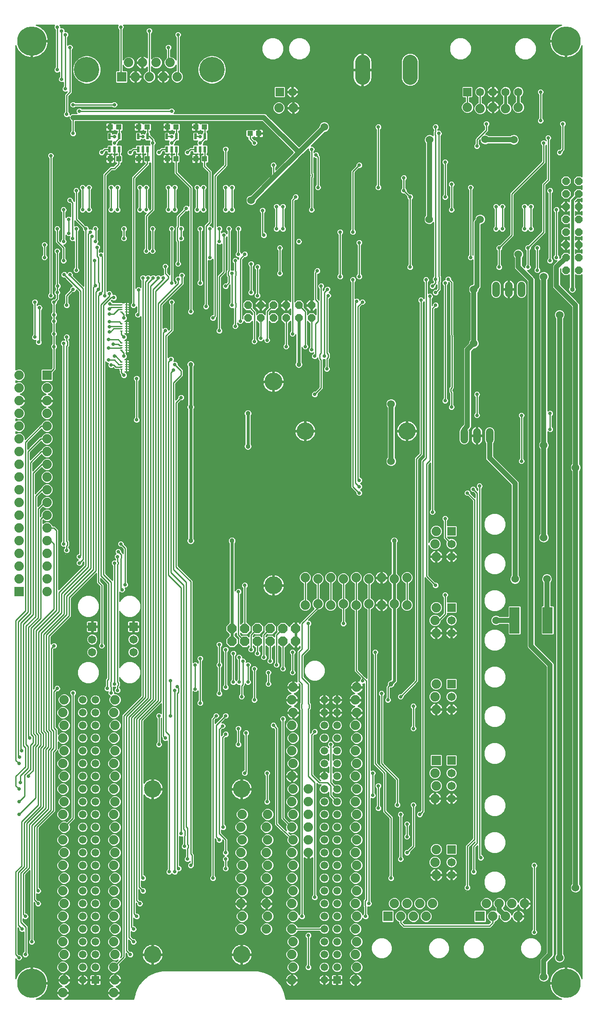
<source format=gbl>
G75*
%MOIN*%
%OFA0B0*%
%FSLAX24Y24*%
%IPPOS*%
%LPD*%
%AMOC8*
5,1,8,0,0,1.08239X$1,22.5*
%
%ADD10R,0.0591X0.0591*%
%ADD11C,0.0591*%
%ADD12C,0.0740*%
%ADD13C,0.1360*%
%ADD14C,0.2300*%
%ADD15R,0.0740X0.0740*%
%ADD16C,0.2000*%
%ADD17R,0.0394X0.0433*%
%ADD18R,0.0217X0.0472*%
%ADD19R,0.0650X0.0650*%
%ADD20C,0.0650*%
%ADD21OC8,0.0600*%
%ADD22C,0.1181*%
%ADD23C,0.1400*%
%ADD24R,0.0433X0.0394*%
%ADD25OC8,0.0740*%
%ADD26R,0.0197X0.0098*%
%ADD27C,0.0600*%
%ADD28R,0.0787X0.2087*%
%ADD29C,0.0100*%
%ADD30C,0.0290*%
%ADD31C,0.0600*%
%ADD32C,0.0400*%
%ADD33C,0.0380*%
%ADD34C,0.0240*%
%ADD35C,0.0280*%
D10*
X007247Y008000D03*
X026247Y008000D03*
D11*
X026247Y009000D03*
X026247Y010000D03*
X026247Y011000D03*
X026247Y012000D03*
X026247Y013000D03*
X026247Y014000D03*
X026247Y015000D03*
X026247Y016000D03*
X026247Y017000D03*
X026247Y018000D03*
X026247Y019000D03*
X026247Y020000D03*
X026247Y021000D03*
X026247Y022000D03*
X026247Y023000D03*
X026247Y024000D03*
X026247Y025000D03*
X026247Y026000D03*
X026247Y027000D03*
X026247Y028000D03*
X026247Y029000D03*
X026247Y030000D03*
X025247Y030000D03*
X025247Y029000D03*
X025247Y028000D03*
X025247Y027000D03*
X025247Y026000D03*
X025247Y025000D03*
X025247Y024000D03*
X025247Y023000D03*
X025247Y022000D03*
X025247Y021000D03*
X025247Y020000D03*
X025247Y019000D03*
X025247Y018000D03*
X025247Y017000D03*
X025247Y016000D03*
X025247Y015000D03*
X025247Y014000D03*
X025247Y013000D03*
X025247Y012000D03*
X025247Y011000D03*
X025247Y010000D03*
X025247Y009000D03*
X025247Y008000D03*
X007247Y009000D03*
X007247Y010000D03*
X007247Y011000D03*
X007247Y012000D03*
X007247Y013000D03*
X007247Y014000D03*
X007247Y015000D03*
X007247Y016000D03*
X007247Y017000D03*
X007247Y018000D03*
X007247Y019000D03*
X007247Y020000D03*
X007247Y021000D03*
X007247Y022000D03*
X007247Y023000D03*
X007247Y024000D03*
X007247Y025000D03*
X007247Y026000D03*
X007247Y027000D03*
X007247Y028000D03*
X007247Y029000D03*
X007247Y030000D03*
X006247Y030000D03*
X006247Y029000D03*
X006247Y028000D03*
X006247Y027000D03*
X006247Y026000D03*
X006247Y025000D03*
X006247Y024000D03*
X006247Y023000D03*
X006247Y022000D03*
X006247Y021000D03*
X006247Y020000D03*
X006247Y019000D03*
X006247Y018000D03*
X006247Y017000D03*
X006247Y016000D03*
X006247Y015000D03*
X006247Y014000D03*
X006247Y013000D03*
X006247Y012000D03*
X006247Y011000D03*
X006247Y010000D03*
X006247Y009000D03*
X006247Y008000D03*
D12*
X004797Y008000D03*
X004697Y007000D03*
X004697Y009000D03*
X004797Y010000D03*
X004697Y011000D03*
X004797Y012000D03*
X004697Y013000D03*
X004797Y014000D03*
X004697Y015000D03*
X004797Y016000D03*
X004697Y017000D03*
X004797Y018000D03*
X004697Y019000D03*
X004797Y020000D03*
X004697Y021000D03*
X004797Y022000D03*
X004697Y023000D03*
X004797Y024000D03*
X004697Y025000D03*
X004797Y026000D03*
X004697Y027000D03*
X004797Y028000D03*
X004697Y029000D03*
X004797Y030000D03*
X008797Y030000D03*
X008697Y029000D03*
X008797Y028000D03*
X008697Y027000D03*
X008797Y026000D03*
X008697Y025000D03*
X008797Y024000D03*
X008697Y023000D03*
X008797Y022000D03*
X008697Y021000D03*
X008797Y020000D03*
X008697Y019000D03*
X008797Y018000D03*
X008697Y017000D03*
X008797Y016000D03*
X008697Y015000D03*
X008797Y014000D03*
X008697Y013000D03*
X008797Y012000D03*
X008697Y011000D03*
X008797Y010000D03*
X008697Y009000D03*
X008797Y008000D03*
X008697Y007000D03*
X018697Y012000D03*
X018797Y013000D03*
X018697Y014000D03*
X018797Y015000D03*
X018697Y016000D03*
X018797Y017000D03*
X018697Y018000D03*
X018797Y019000D03*
X018697Y020000D03*
X018797Y021000D03*
X020697Y020000D03*
X020797Y019000D03*
X020697Y018000D03*
X020797Y017000D03*
X020697Y016000D03*
X020797Y015000D03*
X020697Y014000D03*
X020797Y013000D03*
X020697Y012000D03*
X022697Y012000D03*
X022797Y011000D03*
X022697Y010000D03*
X022797Y009000D03*
X022697Y008000D03*
X022797Y013000D03*
X022697Y014000D03*
X022797Y015000D03*
X022697Y016000D03*
X022797Y017000D03*
X022697Y018000D03*
X022797Y019000D03*
X022697Y020000D03*
X022797Y021000D03*
X022697Y022000D03*
X022797Y023000D03*
X022697Y024000D03*
X022797Y025000D03*
X022697Y026000D03*
X022797Y027000D03*
X022697Y028000D03*
X022797Y029000D03*
X022697Y030000D03*
X022797Y031000D03*
X023747Y037450D03*
X024747Y037550D03*
X025747Y037450D03*
X026747Y037550D03*
X027747Y037450D03*
X028747Y037550D03*
X029747Y037450D03*
X030747Y037550D03*
X031747Y037450D03*
X031747Y039600D03*
X030747Y039500D03*
X029747Y039600D03*
X028747Y039500D03*
X027747Y039600D03*
X026747Y039500D03*
X025747Y039600D03*
X024747Y039500D03*
X023747Y039600D03*
X027797Y031000D03*
X027697Y030000D03*
X027797Y029000D03*
X027697Y028000D03*
X027797Y027000D03*
X027697Y026000D03*
X027797Y025000D03*
X027697Y024000D03*
X027797Y023000D03*
X027697Y022000D03*
X027797Y021000D03*
X027697Y020000D03*
X027797Y019000D03*
X027697Y018000D03*
X027797Y017000D03*
X027697Y016000D03*
X027797Y015000D03*
X027697Y014000D03*
X027797Y013000D03*
X027697Y012000D03*
X027797Y011000D03*
X027697Y010000D03*
X027797Y009000D03*
X027697Y008000D03*
X031247Y013000D03*
X031747Y014000D03*
X032247Y013000D03*
X032747Y014000D03*
X033247Y013000D03*
X033747Y014000D03*
X034047Y016250D03*
X033947Y017250D03*
X034047Y018250D03*
X033947Y022250D03*
X034047Y023250D03*
X033947Y024250D03*
X034047Y029250D03*
X033947Y030250D03*
X034047Y031250D03*
X034047Y035250D03*
X033947Y036250D03*
X034047Y037250D03*
X034047Y041250D03*
X033947Y042250D03*
X034047Y043250D03*
X023997Y023000D03*
X023997Y022000D03*
X023997Y021000D03*
X023997Y020000D03*
X023997Y019000D03*
X023997Y018000D03*
X020797Y021000D03*
X030747Y014000D03*
X037997Y014000D03*
X038497Y013000D03*
X038997Y014000D03*
X039497Y013000D03*
X039997Y014000D03*
X040497Y013000D03*
X040997Y014000D03*
X039497Y076450D03*
X040497Y076550D03*
X038497Y076550D03*
X037497Y076450D03*
X036497Y076550D03*
X022817Y076500D03*
X021677Y076500D03*
X013678Y078941D03*
X013131Y080059D03*
X012040Y080059D03*
X010953Y080059D03*
X009863Y080059D03*
X010406Y078941D03*
X011497Y078941D03*
X012587Y078941D03*
X001247Y055500D03*
X001247Y054500D03*
X001247Y053500D03*
X001247Y052500D03*
X001247Y051500D03*
X001247Y050500D03*
X001247Y049500D03*
X001247Y048500D03*
X001247Y047500D03*
X001247Y046500D03*
X001247Y045500D03*
X001247Y044500D03*
X001247Y043500D03*
X001247Y042500D03*
X001247Y041500D03*
X001247Y040500D03*
X001247Y039500D03*
X003447Y039500D03*
X003447Y040500D03*
X003447Y041500D03*
X003447Y042500D03*
X003447Y043500D03*
X003447Y044500D03*
X003447Y045500D03*
X003447Y046500D03*
X003447Y047500D03*
X003447Y048500D03*
X003447Y049500D03*
X003447Y050500D03*
X003447Y051500D03*
X003447Y052500D03*
X003447Y053500D03*
X003447Y054500D03*
X003447Y038500D03*
D13*
X011747Y023000D03*
X018747Y023000D03*
X018747Y010000D03*
X011747Y010000D03*
X023747Y051110D03*
X031747Y051110D03*
D14*
X044247Y081750D03*
X002247Y081750D03*
X002247Y007750D03*
X044247Y007750D03*
D15*
X037497Y013000D03*
X034047Y025250D03*
X030247Y013000D03*
X003447Y055500D03*
X001247Y038500D03*
X009316Y078941D03*
D16*
X006575Y079500D03*
X016418Y079500D03*
D17*
X015831Y072500D03*
X015162Y072500D03*
X013581Y072500D03*
X012912Y072500D03*
X011331Y072500D03*
X010662Y072500D03*
X009081Y072500D03*
X008412Y072500D03*
D18*
X008373Y073238D03*
X008747Y073238D03*
X009121Y073238D03*
X009121Y074262D03*
X008373Y074262D03*
X010623Y074262D03*
X010623Y073238D03*
X010997Y073238D03*
X011371Y073238D03*
X011371Y074262D03*
X012873Y074262D03*
X013621Y074262D03*
X013621Y073238D03*
X013247Y073238D03*
X012873Y073238D03*
X015123Y073238D03*
X015497Y073238D03*
X015871Y073238D03*
X015871Y074262D03*
X015123Y074262D03*
D19*
X021747Y077750D03*
X036497Y077750D03*
X035247Y043250D03*
X035247Y037250D03*
X035247Y031250D03*
X035247Y025250D03*
X035247Y018250D03*
X010247Y035750D03*
X006997Y035750D03*
D20*
X006997Y034750D03*
X006997Y033750D03*
X010247Y033750D03*
X010247Y034750D03*
X035247Y035250D03*
X035247Y036250D03*
X035247Y041250D03*
X035247Y042250D03*
X035247Y030250D03*
X035247Y029250D03*
X035247Y024250D03*
X035247Y023250D03*
X035247Y022250D03*
X035247Y017250D03*
X035247Y016250D03*
X037497Y077750D03*
X038497Y077750D03*
X039497Y077750D03*
X040497Y077750D03*
X022747Y077750D03*
D21*
X023247Y061000D03*
X024247Y061000D03*
X024247Y060000D03*
X023247Y060000D03*
X022247Y060000D03*
X022247Y061000D03*
X021247Y061000D03*
X020247Y061000D03*
X020247Y060000D03*
X021247Y060000D03*
X019247Y060000D03*
X019247Y061000D03*
X044247Y063750D03*
X044247Y064750D03*
X044247Y065750D03*
X044247Y066750D03*
X044247Y067750D03*
X045247Y067750D03*
X045247Y066750D03*
X045247Y065750D03*
X045247Y064750D03*
X045247Y063750D03*
X045247Y068750D03*
X045247Y069750D03*
X045247Y070750D03*
X044247Y070750D03*
X044247Y069750D03*
X044247Y068750D03*
D22*
X031997Y078909D02*
X031997Y080091D01*
X028247Y080091D02*
X028247Y078909D01*
D23*
X021247Y055000D03*
X021247Y039000D03*
D24*
X020081Y074500D03*
X019412Y074500D03*
X015831Y075000D03*
X015162Y075000D03*
X013581Y075000D03*
X012912Y075000D03*
X011331Y075000D03*
X010662Y075000D03*
X009081Y075000D03*
X008412Y075000D03*
D25*
X017997Y035600D03*
X017997Y034600D03*
X018997Y034600D03*
X018997Y035600D03*
X019997Y035600D03*
X019997Y034600D03*
X020997Y034600D03*
X020997Y035600D03*
X021997Y035600D03*
X021997Y034600D03*
X022997Y034600D03*
X022997Y035600D03*
D26*
X009694Y055955D03*
X009694Y056152D03*
X009694Y056348D03*
X009694Y056545D03*
X009300Y056545D03*
X009300Y056348D03*
X009300Y056152D03*
X009300Y055955D03*
X009300Y057455D03*
X009300Y057652D03*
X009300Y057848D03*
X009300Y058045D03*
X009694Y058045D03*
X009694Y057848D03*
X009694Y057652D03*
X009694Y057455D03*
X009694Y058955D03*
X009694Y059152D03*
X009694Y059348D03*
X009694Y059545D03*
X009300Y059545D03*
X009300Y059348D03*
X009300Y059152D03*
X009300Y058955D03*
X009300Y060455D03*
X009300Y060652D03*
X009300Y060848D03*
X009300Y061045D03*
X009694Y061045D03*
X009694Y060848D03*
X009694Y060652D03*
X009694Y060455D03*
D27*
X036247Y051050D02*
X036247Y050450D01*
X037247Y050450D02*
X037247Y051050D01*
X038247Y051050D02*
X038247Y050450D01*
X038747Y061950D02*
X038747Y062550D01*
X039747Y062550D02*
X039747Y061950D01*
X040747Y061950D02*
X040747Y062550D01*
D28*
X040197Y036250D03*
X042796Y036250D03*
D29*
X002685Y006525D02*
X002604Y006500D01*
X004553Y006500D01*
X004497Y006518D01*
X004424Y006555D01*
X004358Y006603D01*
X004300Y006661D01*
X004252Y006727D01*
X004215Y006800D01*
X004189Y006878D01*
X004178Y006950D01*
X004647Y006950D01*
X004647Y007050D01*
X004178Y007050D01*
X004189Y007122D01*
X004215Y007200D01*
X004252Y007273D01*
X004300Y007339D01*
X004358Y007397D01*
X004424Y007445D01*
X004497Y007482D01*
X004575Y007507D01*
X004612Y007513D01*
X004597Y007518D01*
X004524Y007555D01*
X004458Y007603D01*
X004400Y007661D01*
X004352Y007727D01*
X004315Y007800D01*
X004289Y007878D01*
X004278Y007950D01*
X004747Y007950D01*
X004747Y008050D01*
X004747Y008510D01*
X004794Y008510D01*
X004974Y008585D01*
X005112Y008722D01*
X005187Y008903D01*
X005187Y009097D01*
X005112Y009278D01*
X004974Y009415D01*
X004794Y009490D01*
X004599Y009490D01*
X004419Y009415D01*
X004281Y009278D01*
X004207Y009097D01*
X004207Y008903D01*
X004281Y008722D01*
X004419Y008585D01*
X004599Y008510D01*
X004693Y008510D01*
X004675Y008507D01*
X004597Y008482D01*
X004524Y008445D01*
X004458Y008397D01*
X004400Y008339D01*
X004352Y008273D01*
X004315Y008200D01*
X004289Y008122D01*
X004278Y008050D01*
X004747Y008050D01*
X004847Y008050D01*
X005315Y008050D01*
X005304Y008122D01*
X005279Y008200D01*
X005241Y008273D01*
X005193Y008339D01*
X005135Y008397D01*
X005069Y008445D01*
X004996Y008482D01*
X004918Y008507D01*
X004847Y008519D01*
X004847Y008050D01*
X004847Y007950D01*
X005315Y007950D01*
X005304Y007878D01*
X005279Y007800D01*
X005241Y007727D01*
X005193Y007661D01*
X005135Y007603D01*
X005069Y007555D01*
X004996Y007518D01*
X004918Y007493D01*
X004881Y007487D01*
X004896Y007482D01*
X004969Y007445D01*
X005035Y007397D01*
X005093Y007339D01*
X005141Y007273D01*
X005179Y007200D01*
X005204Y007122D01*
X005215Y007050D01*
X004747Y007050D01*
X004747Y006950D01*
X005215Y006950D01*
X005204Y006878D01*
X005179Y006800D01*
X005141Y006727D01*
X005093Y006661D01*
X005035Y006603D01*
X004969Y006555D01*
X004896Y006518D01*
X004841Y006500D01*
X008553Y006500D01*
X008497Y006518D01*
X008424Y006555D01*
X008358Y006603D01*
X008300Y006661D01*
X008252Y006727D01*
X008215Y006800D01*
X008189Y006878D01*
X008178Y006950D01*
X008647Y006950D01*
X008647Y007050D01*
X008178Y007050D01*
X008189Y007122D01*
X008215Y007200D01*
X008252Y007273D01*
X008300Y007339D01*
X008358Y007397D01*
X008424Y007445D01*
X008497Y007482D01*
X008575Y007507D01*
X008612Y007513D01*
X008597Y007518D01*
X008524Y007555D01*
X008458Y007603D01*
X008400Y007661D01*
X008352Y007727D01*
X008315Y007800D01*
X008289Y007878D01*
X008278Y007950D01*
X008747Y007950D01*
X008747Y008050D01*
X008747Y008510D01*
X008794Y008510D01*
X008974Y008585D01*
X009112Y008722D01*
X009187Y008903D01*
X009187Y009097D01*
X009142Y009205D01*
X009667Y009730D01*
X009667Y010090D01*
X009732Y010025D01*
X009732Y009947D01*
X009772Y009850D01*
X009847Y009775D01*
X009944Y009735D01*
X010049Y009735D01*
X010147Y009775D01*
X010221Y009850D01*
X010262Y009947D01*
X010262Y010053D01*
X010221Y010150D01*
X010147Y010225D01*
X010049Y010265D01*
X009972Y010265D01*
X009867Y010370D01*
X009867Y011140D01*
X009982Y011025D01*
X009982Y010947D01*
X010022Y010850D01*
X010097Y010775D01*
X010194Y010735D01*
X010299Y010735D01*
X010397Y010775D01*
X010471Y010850D01*
X010512Y010947D01*
X010512Y011053D01*
X010471Y011150D01*
X010397Y011225D01*
X010299Y011265D01*
X010222Y011265D01*
X010067Y011420D01*
X010067Y011805D01*
X010097Y011775D01*
X010194Y011735D01*
X010299Y011735D01*
X010397Y011775D01*
X010471Y011850D01*
X010512Y011947D01*
X010512Y012053D01*
X010471Y012150D01*
X010397Y012225D01*
X010299Y012265D01*
X010267Y012265D01*
X010267Y012863D01*
X010272Y012850D01*
X010347Y012775D01*
X010444Y012735D01*
X010549Y012735D01*
X010647Y012775D01*
X010721Y012850D01*
X010762Y012947D01*
X010762Y013053D01*
X010721Y013150D01*
X010647Y013225D01*
X010549Y013265D01*
X010472Y013265D01*
X010467Y013270D01*
X010467Y014040D01*
X010482Y014025D01*
X010482Y013947D01*
X010522Y013850D01*
X010597Y013775D01*
X010694Y013735D01*
X010799Y013735D01*
X010897Y013775D01*
X010971Y013850D01*
X011012Y013947D01*
X011012Y014053D01*
X010971Y014150D01*
X010897Y014225D01*
X010799Y014265D01*
X010722Y014265D01*
X010667Y014320D01*
X010667Y015090D01*
X010732Y015025D01*
X010732Y014947D01*
X010772Y014850D01*
X010847Y014775D01*
X010944Y014735D01*
X011049Y014735D01*
X011147Y014775D01*
X011221Y014850D01*
X011262Y014947D01*
X011262Y015053D01*
X011221Y015150D01*
X011147Y015225D01*
X011049Y015265D01*
X010972Y015265D01*
X010867Y015370D01*
X010867Y015767D01*
X010944Y015735D01*
X011049Y015735D01*
X011147Y015775D01*
X011221Y015850D01*
X011262Y015947D01*
X011262Y016053D01*
X011221Y016150D01*
X011147Y016225D01*
X011067Y016258D01*
X011067Y022523D01*
X011121Y022452D01*
X011198Y022375D01*
X011285Y022308D01*
X011379Y022254D01*
X011479Y022212D01*
X011584Y022184D01*
X011692Y022170D01*
X011697Y022170D01*
X011697Y022950D01*
X011797Y022950D01*
X011797Y023050D01*
X012577Y023050D01*
X012577Y023054D01*
X012562Y023162D01*
X012534Y023267D01*
X012493Y023368D01*
X012438Y023462D01*
X012372Y023548D01*
X012295Y023625D01*
X012209Y023692D01*
X012115Y023746D01*
X012014Y023788D01*
X011909Y023816D01*
X011801Y023830D01*
X011797Y023830D01*
X011797Y023050D01*
X011697Y023050D01*
X011697Y023830D01*
X011692Y023830D01*
X011584Y023816D01*
X011479Y023788D01*
X011379Y023746D01*
X011285Y023692D01*
X011198Y023625D01*
X011121Y023548D01*
X011067Y023477D01*
X011067Y028330D01*
X012427Y029690D01*
X012427Y028945D01*
X012397Y028975D01*
X012299Y029015D01*
X012194Y029015D01*
X012097Y028975D01*
X012022Y028900D01*
X011982Y028803D01*
X011982Y028697D01*
X012022Y028600D01*
X012077Y028545D01*
X012077Y026705D01*
X012022Y026650D01*
X011982Y026553D01*
X011982Y026447D01*
X012022Y026350D01*
X012097Y026275D01*
X012194Y026235D01*
X012299Y026235D01*
X012397Y026275D01*
X012471Y026350D01*
X012512Y026447D01*
X012512Y026553D01*
X012471Y026650D01*
X012417Y026705D01*
X012417Y028545D01*
X012427Y028555D01*
X012427Y027080D01*
X012482Y027025D01*
X012482Y026947D01*
X012522Y026850D01*
X012597Y026775D01*
X012694Y026735D01*
X012799Y026735D01*
X012877Y026767D01*
X012877Y016705D01*
X012822Y016650D01*
X012782Y016553D01*
X012782Y016447D01*
X012822Y016350D01*
X012897Y016275D01*
X012994Y016235D01*
X013099Y016235D01*
X013197Y016275D01*
X013271Y016350D01*
X013272Y016351D01*
X013272Y016350D01*
X013347Y016275D01*
X013444Y016235D01*
X013549Y016235D01*
X013647Y016275D01*
X013721Y016350D01*
X013762Y016447D01*
X013762Y016485D01*
X013849Y016485D01*
X013947Y016525D01*
X014021Y016600D01*
X014062Y016697D01*
X014062Y016803D01*
X014021Y016900D01*
X013947Y016975D01*
X013867Y017008D01*
X013867Y019267D01*
X013944Y019235D01*
X014049Y019235D01*
X014077Y019246D01*
X014077Y018705D01*
X014022Y018650D01*
X013982Y018553D01*
X013982Y018447D01*
X014022Y018350D01*
X014097Y018275D01*
X014194Y018235D01*
X014299Y018235D01*
X014327Y018246D01*
X014327Y017705D01*
X014272Y017650D01*
X014232Y017553D01*
X014232Y017447D01*
X014272Y017350D01*
X014347Y017275D01*
X014444Y017235D01*
X014549Y017235D01*
X014647Y017275D01*
X014677Y017305D01*
X014677Y017258D01*
X014597Y017225D01*
X014522Y017150D01*
X014482Y017053D01*
X014482Y016947D01*
X014522Y016850D01*
X014597Y016775D01*
X014694Y016735D01*
X014799Y016735D01*
X014897Y016775D01*
X014971Y016850D01*
X015012Y016947D01*
X015012Y017025D01*
X015017Y017030D01*
X015017Y017870D01*
X014917Y017970D01*
X014917Y030655D01*
X014947Y030625D01*
X015044Y030585D01*
X015149Y030585D01*
X015247Y030625D01*
X015321Y030700D01*
X015327Y030713D01*
X015327Y029955D01*
X015272Y029900D01*
X015232Y029803D01*
X015232Y029697D01*
X015272Y029600D01*
X015347Y029525D01*
X015444Y029485D01*
X015549Y029485D01*
X015647Y029525D01*
X015721Y029600D01*
X015762Y029697D01*
X015762Y029803D01*
X015721Y029900D01*
X015667Y029955D01*
X015667Y033045D01*
X015721Y033100D01*
X015762Y033197D01*
X015762Y033303D01*
X015721Y033400D01*
X015647Y033475D01*
X015549Y033515D01*
X015444Y033515D01*
X015347Y033475D01*
X015272Y033400D01*
X015232Y033303D01*
X015232Y033197D01*
X015272Y033100D01*
X015327Y033045D01*
X015327Y032887D01*
X015321Y032900D01*
X015247Y032975D01*
X015149Y033015D01*
X015044Y033015D01*
X014947Y032975D01*
X014917Y032945D01*
X014917Y039370D01*
X014817Y039470D01*
X013767Y040520D01*
X013767Y053280D01*
X013972Y053485D01*
X014049Y053485D01*
X014147Y053525D01*
X014221Y053600D01*
X014262Y053697D01*
X014262Y053803D01*
X014221Y053900D01*
X014147Y053975D01*
X014049Y054015D01*
X013944Y054015D01*
X013847Y053975D01*
X013772Y053900D01*
X013732Y053803D01*
X013732Y053725D01*
X013567Y053560D01*
X013567Y054830D01*
X014067Y055330D01*
X014167Y055430D01*
X014167Y055920D01*
X013762Y056325D01*
X013762Y056403D01*
X013721Y056500D01*
X013647Y056575D01*
X013549Y056615D01*
X013444Y056615D01*
X013424Y056607D01*
X013462Y056697D01*
X013462Y056803D01*
X013421Y056900D01*
X013347Y056975D01*
X013249Y057015D01*
X013144Y057015D01*
X013047Y056975D01*
X012972Y056900D01*
X012967Y056887D01*
X012967Y058530D01*
X013417Y058980D01*
X013417Y061045D01*
X013471Y061100D01*
X013512Y061197D01*
X013512Y061303D01*
X013471Y061400D01*
X013397Y061475D01*
X013299Y061515D01*
X013194Y061515D01*
X013097Y061475D01*
X013022Y061400D01*
X012982Y061303D01*
X012982Y061197D01*
X013022Y061100D01*
X013077Y061045D01*
X013077Y059120D01*
X013011Y059055D01*
X012971Y059150D01*
X012897Y059225D01*
X012799Y059265D01*
X012694Y059265D01*
X012597Y059225D01*
X012567Y059195D01*
X012567Y060980D01*
X014217Y062630D01*
X014217Y063145D01*
X014271Y063200D01*
X014312Y063297D01*
X014312Y063403D01*
X014271Y063500D01*
X014197Y063575D01*
X014099Y063615D01*
X013994Y063615D01*
X013897Y063575D01*
X013822Y063500D01*
X013782Y063403D01*
X013782Y063315D01*
X013694Y063315D01*
X013597Y063275D01*
X013522Y063200D01*
X013482Y063103D01*
X013482Y062997D01*
X013522Y062900D01*
X013577Y062845D01*
X013577Y062770D01*
X013512Y062705D01*
X013512Y062803D01*
X013471Y062900D01*
X013417Y062955D01*
X013417Y066795D01*
X013471Y066850D01*
X013512Y066947D01*
X013512Y067053D01*
X013471Y067150D01*
X013397Y067225D01*
X013299Y067265D01*
X013194Y067265D01*
X013097Y067225D01*
X013022Y067150D01*
X012982Y067053D01*
X012982Y066947D01*
X013022Y066850D01*
X013077Y066795D01*
X013077Y063410D01*
X013067Y063420D01*
X012917Y063570D01*
X012917Y063845D01*
X012971Y063900D01*
X013012Y063997D01*
X013012Y064103D01*
X012971Y064200D01*
X012897Y064275D01*
X012799Y064315D01*
X012694Y064315D01*
X012597Y064275D01*
X012522Y064200D01*
X012482Y064103D01*
X012482Y063997D01*
X012522Y063900D01*
X012577Y063845D01*
X012577Y063430D01*
X012591Y063415D01*
X012544Y063415D01*
X012447Y063375D01*
X012397Y063325D01*
X012347Y063375D01*
X012249Y063415D01*
X012144Y063415D01*
X012047Y063375D01*
X011997Y063325D01*
X011947Y063375D01*
X011849Y063415D01*
X011744Y063415D01*
X011647Y063375D01*
X011597Y063325D01*
X011547Y063375D01*
X011449Y063415D01*
X011344Y063415D01*
X011247Y063375D01*
X011197Y063325D01*
X011147Y063375D01*
X011049Y063415D01*
X010944Y063415D01*
X010847Y063375D01*
X010772Y063300D01*
X010732Y063203D01*
X010732Y063097D01*
X010772Y063000D01*
X010827Y062945D01*
X010827Y062395D01*
X010826Y062395D01*
X010827Y062395D02*
X010797Y062425D01*
X010699Y062465D01*
X010594Y062465D01*
X010497Y062425D01*
X010422Y062350D01*
X010417Y062337D01*
X010417Y070930D01*
X011501Y072014D01*
X011501Y072163D01*
X011577Y072163D01*
X011577Y068570D01*
X011512Y068505D01*
X011512Y068553D01*
X011471Y068650D01*
X011417Y068705D01*
X011417Y070045D01*
X011471Y070100D01*
X011512Y070197D01*
X011512Y070303D01*
X011471Y070400D01*
X011397Y070475D01*
X011299Y070515D01*
X011194Y070515D01*
X011097Y070475D01*
X011022Y070400D01*
X010997Y070339D01*
X010971Y070400D01*
X010897Y070475D01*
X010799Y070515D01*
X010694Y070515D01*
X010597Y070475D01*
X010522Y070400D01*
X010482Y070303D01*
X010482Y070197D01*
X010522Y070100D01*
X010577Y070045D01*
X010577Y068705D01*
X010522Y068650D01*
X010482Y068553D01*
X010482Y068447D01*
X010522Y068350D01*
X010597Y068275D01*
X010694Y068235D01*
X010799Y068235D01*
X010897Y068275D01*
X010971Y068350D01*
X010997Y068411D01*
X011022Y068350D01*
X011097Y068275D01*
X011194Y068235D01*
X011241Y068235D01*
X011077Y068070D01*
X011077Y065455D01*
X011022Y065400D01*
X010982Y065303D01*
X010982Y065197D01*
X011022Y065100D01*
X011097Y065025D01*
X011194Y064985D01*
X011299Y064985D01*
X011397Y065025D01*
X011471Y065100D01*
X011497Y065161D01*
X011522Y065100D01*
X011597Y065025D01*
X011694Y064985D01*
X011799Y064985D01*
X011897Y065025D01*
X011971Y065100D01*
X012012Y065197D01*
X012012Y065303D01*
X011971Y065400D01*
X011917Y065455D01*
X011917Y066795D01*
X011971Y066850D01*
X012012Y066947D01*
X012012Y067053D01*
X011971Y067150D01*
X011897Y067225D01*
X011799Y067265D01*
X011694Y067265D01*
X011597Y067225D01*
X011522Y067150D01*
X011482Y067053D01*
X011482Y066947D01*
X011522Y066850D01*
X011577Y066795D01*
X011577Y065455D01*
X011522Y065400D01*
X011497Y065339D01*
X011471Y065400D01*
X011417Y065455D01*
X011417Y067930D01*
X011817Y068330D01*
X011917Y068430D01*
X011917Y073545D01*
X011971Y073600D01*
X012012Y073697D01*
X012012Y073803D01*
X011971Y073900D01*
X011917Y073955D01*
X011917Y074070D01*
X011817Y074170D01*
X011655Y074332D01*
X011655Y074332D01*
X011599Y074388D01*
X011599Y074548D01*
X011541Y074606D01*
X011541Y074683D01*
X011598Y074683D01*
X011668Y074753D01*
X011668Y075247D01*
X011598Y075317D01*
X011065Y075317D01*
X011013Y075264D01*
X010999Y075289D01*
X010971Y075317D01*
X010936Y075337D01*
X010898Y075347D01*
X010710Y075347D01*
X010710Y075048D01*
X010614Y075048D01*
X010614Y074952D01*
X010710Y074952D01*
X010710Y074653D01*
X010898Y074653D01*
X010936Y074663D01*
X010971Y074683D01*
X010999Y074711D01*
X011013Y074736D01*
X011065Y074683D01*
X011201Y074683D01*
X011201Y074606D01*
X011142Y074548D01*
X011142Y074476D01*
X011049Y074515D01*
X010944Y074515D01*
X010851Y074476D01*
X010851Y074548D01*
X010781Y074618D01*
X010465Y074618D01*
X010394Y074548D01*
X010394Y073976D01*
X010465Y073906D01*
X010781Y073906D01*
X010851Y073976D01*
X010851Y074024D01*
X010944Y073985D01*
X011049Y073985D01*
X011142Y074024D01*
X011142Y073976D01*
X011213Y073906D01*
X011527Y073906D01*
X011522Y073900D01*
X011482Y073803D01*
X011482Y073697D01*
X011522Y073600D01*
X011527Y073594D01*
X011213Y073594D01*
X011205Y073587D01*
X011197Y073594D01*
X011163Y073614D01*
X011125Y073624D01*
X011001Y073624D01*
X010993Y073624D01*
X010869Y073624D01*
X010830Y073614D01*
X010796Y073594D01*
X010788Y073587D01*
X010781Y073594D01*
X010465Y073594D01*
X010394Y073524D01*
X010394Y073408D01*
X010164Y073408D01*
X010021Y073265D01*
X009944Y073265D01*
X009847Y073225D01*
X009772Y073150D01*
X009732Y073053D01*
X009732Y072947D01*
X009772Y072850D01*
X009847Y072775D01*
X009944Y072735D01*
X010049Y072735D01*
X010147Y072775D01*
X010221Y072850D01*
X010262Y072947D01*
X010262Y073025D01*
X010305Y073068D01*
X010394Y073068D01*
X010394Y072952D01*
X010465Y072882D01*
X010781Y072882D01*
X010788Y072890D01*
X010796Y072882D01*
X010823Y072867D01*
X010710Y072867D01*
X010710Y072548D01*
X010614Y072548D01*
X010614Y072452D01*
X010710Y072452D01*
X010710Y072133D01*
X010879Y072133D01*
X010917Y072144D01*
X010951Y072163D01*
X010979Y072191D01*
X010999Y072226D01*
X011009Y072264D01*
X011009Y072452D01*
X010710Y072452D01*
X010710Y072548D01*
X011009Y072548D01*
X011009Y072736D01*
X010999Y072774D01*
X010979Y072809D01*
X010951Y072837D01*
X010924Y072852D01*
X010993Y072852D01*
X010993Y073234D01*
X011001Y073234D01*
X011001Y072852D01*
X011125Y072852D01*
X011163Y072862D01*
X011197Y072882D01*
X011201Y072886D01*
X011201Y072837D01*
X011085Y072837D01*
X011014Y072766D01*
X011014Y072234D01*
X011085Y072163D01*
X011161Y072163D01*
X011161Y072155D01*
X010176Y071170D01*
X010077Y071070D01*
X010077Y061205D01*
X010022Y061150D01*
X009982Y061053D01*
X009982Y060947D01*
X010022Y060850D01*
X010097Y060775D01*
X010194Y060735D01*
X010299Y060735D01*
X010397Y060775D01*
X010471Y060850D01*
X010477Y060863D01*
X010477Y060487D01*
X010447Y060475D01*
X010372Y060400D01*
X010332Y060303D01*
X010332Y060197D01*
X010372Y060100D01*
X010447Y060025D01*
X010544Y059985D01*
X010649Y059985D01*
X010747Y060025D01*
X010821Y060100D01*
X010827Y060113D01*
X010827Y030320D01*
X009426Y028920D01*
X009327Y028820D01*
X009327Y009870D01*
X009236Y009779D01*
X009287Y009903D01*
X009287Y010097D01*
X009212Y010278D01*
X009074Y010415D01*
X008894Y010490D01*
X008699Y010490D01*
X008519Y010415D01*
X008381Y010278D01*
X008307Y010097D01*
X008307Y009903D01*
X008381Y009722D01*
X008519Y009585D01*
X008699Y009510D01*
X008894Y009510D01*
X009017Y009561D01*
X008902Y009445D01*
X008794Y009490D01*
X008599Y009490D01*
X008419Y009415D01*
X008281Y009278D01*
X008207Y009097D01*
X008207Y008903D01*
X008281Y008722D01*
X008419Y008585D01*
X008599Y008510D01*
X008693Y008510D01*
X008675Y008507D01*
X008597Y008482D01*
X008524Y008445D01*
X008458Y008397D01*
X008400Y008339D01*
X008352Y008273D01*
X008315Y008200D01*
X008289Y008122D01*
X008278Y008050D01*
X008747Y008050D01*
X008847Y008050D01*
X009315Y008050D01*
X009304Y008122D01*
X009279Y008200D01*
X009241Y008273D01*
X009193Y008339D01*
X009135Y008397D01*
X009069Y008445D01*
X008996Y008482D01*
X008918Y008507D01*
X008847Y008519D01*
X008847Y008050D01*
X008847Y007950D01*
X009315Y007950D01*
X009304Y007878D01*
X009279Y007800D01*
X009241Y007727D01*
X009193Y007661D01*
X009135Y007603D01*
X009069Y007555D01*
X008996Y007518D01*
X008918Y007493D01*
X008881Y007487D01*
X008896Y007482D01*
X008969Y007445D01*
X009035Y007397D01*
X009093Y007339D01*
X009141Y007273D01*
X009179Y007200D01*
X009204Y007122D01*
X009215Y007050D01*
X008747Y007050D01*
X008747Y006950D01*
X009215Y006950D01*
X009204Y006878D01*
X009179Y006800D01*
X009141Y006727D01*
X009093Y006661D01*
X009035Y006603D01*
X008969Y006555D01*
X008896Y006518D01*
X008841Y006500D01*
X010272Y006500D01*
X010272Y006529D01*
X010396Y007073D01*
X010396Y007073D01*
X010638Y007575D01*
X010638Y007575D01*
X010986Y008011D01*
X010986Y008011D01*
X010986Y008011D01*
X011422Y008359D01*
X011422Y008359D01*
X011924Y008601D01*
X011924Y008601D01*
X012468Y008725D01*
X020026Y008725D01*
X020569Y008601D01*
X020569Y008601D01*
X021072Y008359D01*
X021072Y008359D01*
X021508Y008011D01*
X021508Y008011D01*
X021508Y008011D01*
X021856Y007575D01*
X021856Y007575D01*
X022098Y007073D01*
X022098Y007073D01*
X022222Y006529D01*
X022222Y006500D01*
X043889Y006500D01*
X043808Y006525D01*
X043690Y006573D01*
X043578Y006634D01*
X043471Y006705D01*
X043373Y006786D01*
X043282Y006876D01*
X043201Y006975D01*
X043130Y007081D01*
X043070Y007194D01*
X043021Y007312D01*
X042984Y007434D01*
X042959Y007559D01*
X042947Y007686D01*
X042947Y007700D01*
X044197Y007700D01*
X044197Y007800D01*
X044197Y009050D01*
X044183Y009050D01*
X044056Y009037D01*
X043930Y009013D01*
X043808Y008975D01*
X043690Y008927D01*
X043578Y008866D01*
X043471Y008795D01*
X043373Y008714D01*
X043282Y008624D01*
X043201Y008525D01*
X043130Y008419D01*
X043070Y008306D01*
X043021Y008188D01*
X042984Y008066D01*
X042959Y007941D01*
X042947Y007814D01*
X042947Y007800D01*
X044197Y007800D01*
X044297Y007800D01*
X044297Y009050D01*
X044311Y009050D01*
X044438Y009037D01*
X044563Y009013D01*
X044685Y008975D01*
X044803Y008927D01*
X044916Y008866D01*
X045022Y008795D01*
X045121Y008714D01*
X045211Y008624D01*
X045292Y008525D01*
X045363Y008419D01*
X045423Y008306D01*
X045472Y008188D01*
X045497Y008108D01*
X045497Y063406D01*
X045421Y063330D01*
X045073Y063330D01*
X044987Y063416D01*
X044987Y062448D01*
X045009Y062426D01*
X045057Y062312D01*
X045057Y062188D01*
X045009Y062074D01*
X044922Y061987D01*
X044808Y061940D01*
X044685Y061940D01*
X044571Y061987D01*
X044484Y062074D01*
X044437Y062188D01*
X044437Y062312D01*
X044484Y062426D01*
X044507Y062448D01*
X044507Y063416D01*
X044421Y063330D01*
X044073Y063330D01*
X043827Y063576D01*
X043827Y063877D01*
X043817Y063867D01*
X043817Y062633D01*
X045268Y061181D01*
X045317Y061064D01*
X045317Y048524D01*
X045353Y048488D01*
X045417Y048334D01*
X045417Y048166D01*
X045353Y048012D01*
X045317Y047976D01*
X045317Y015524D01*
X045353Y015488D01*
X045417Y015334D01*
X045417Y015166D01*
X045353Y015012D01*
X045235Y014894D01*
X045080Y014830D01*
X044913Y014830D01*
X044759Y014894D01*
X044641Y015012D01*
X044577Y015166D01*
X044577Y015334D01*
X044641Y015488D01*
X044677Y015524D01*
X044677Y047976D01*
X044641Y048012D01*
X044577Y048166D01*
X044577Y048334D01*
X044641Y048488D01*
X044677Y048524D01*
X044677Y060867D01*
X043315Y062229D01*
X043225Y062319D01*
X043177Y062436D01*
X043177Y064064D01*
X043225Y064181D01*
X043529Y064485D01*
X043444Y064485D01*
X043347Y064525D01*
X043272Y064600D01*
X043232Y064697D01*
X043232Y064803D01*
X043272Y064900D01*
X043327Y064955D01*
X043327Y068295D01*
X043272Y068350D01*
X043232Y068447D01*
X043232Y068553D01*
X043272Y068650D01*
X043347Y068725D01*
X043444Y068765D01*
X043549Y068765D01*
X043647Y068725D01*
X043721Y068650D01*
X043762Y068553D01*
X043762Y068447D01*
X043721Y068350D01*
X043667Y068295D01*
X043667Y064955D01*
X043721Y064900D01*
X043762Y064803D01*
X043762Y064718D01*
X043827Y064783D01*
X043827Y064924D01*
X044073Y065170D01*
X044421Y065170D01*
X044507Y065084D01*
X044507Y065374D01*
X044433Y065300D01*
X044297Y065300D01*
X044297Y065700D01*
X044197Y065700D01*
X044197Y065300D01*
X044060Y065300D01*
X043797Y065564D01*
X043797Y065700D01*
X044197Y065700D01*
X044197Y065800D01*
X044197Y066200D01*
X044060Y066200D01*
X043797Y065936D01*
X043797Y065800D01*
X044197Y065800D01*
X044297Y065800D01*
X044297Y066200D01*
X044433Y066200D01*
X044507Y066126D01*
X044507Y066416D01*
X044421Y066330D01*
X044073Y066330D01*
X043827Y066576D01*
X043827Y066924D01*
X044073Y067170D01*
X044421Y067170D01*
X044507Y067084D01*
X044507Y067416D01*
X044421Y067330D01*
X044073Y067330D01*
X043827Y067576D01*
X043827Y067924D01*
X044073Y068170D01*
X044421Y068170D01*
X044507Y068084D01*
X044507Y068374D01*
X044433Y068300D01*
X044297Y068300D01*
X044297Y068700D01*
X044197Y068700D01*
X044197Y068300D01*
X044060Y068300D01*
X043797Y068564D01*
X043797Y068700D01*
X044197Y068700D01*
X044197Y068800D01*
X044197Y069200D01*
X044060Y069200D01*
X043797Y068936D01*
X043797Y068800D01*
X044197Y068800D01*
X044297Y068800D01*
X044297Y069200D01*
X044433Y069200D01*
X044507Y069126D01*
X044507Y069298D01*
X044543Y069386D01*
X044611Y069453D01*
X044611Y069453D01*
X044827Y069669D01*
X044827Y069924D01*
X045073Y070170D01*
X045421Y070170D01*
X045497Y070094D01*
X045497Y070406D01*
X045421Y070330D01*
X045073Y070330D01*
X044827Y070576D01*
X044827Y070924D01*
X045073Y071170D01*
X045421Y071170D01*
X045497Y071094D01*
X045497Y081392D01*
X045472Y081312D01*
X045423Y081194D01*
X045363Y081081D01*
X045292Y080975D01*
X045211Y080876D01*
X045121Y080786D01*
X045022Y080705D01*
X044916Y080634D01*
X044803Y080573D01*
X044685Y080525D01*
X044563Y080487D01*
X044438Y080463D01*
X044311Y080450D01*
X044297Y080450D01*
X044297Y081700D01*
X044197Y081700D01*
X044197Y080450D01*
X044183Y080450D01*
X044056Y080463D01*
X043930Y080487D01*
X043808Y080525D01*
X043690Y080573D01*
X043578Y080634D01*
X043471Y080705D01*
X043373Y080786D01*
X043282Y080876D01*
X043201Y080975D01*
X043130Y081081D01*
X043070Y081194D01*
X043021Y081312D01*
X042984Y081434D01*
X042959Y081559D01*
X042947Y081686D01*
X042947Y081700D01*
X044197Y081700D01*
X044197Y081800D01*
X042947Y081800D01*
X042947Y081814D01*
X042959Y081941D01*
X042984Y082066D01*
X043021Y082188D01*
X043070Y082306D01*
X043130Y082419D01*
X043201Y082525D01*
X043282Y082624D01*
X043373Y082714D01*
X043471Y082795D01*
X043578Y082866D01*
X043690Y082927D01*
X043808Y082975D01*
X043889Y083000D01*
X009471Y083000D01*
X009512Y082903D01*
X009512Y082797D01*
X009471Y082700D01*
X009417Y082645D01*
X009417Y080262D01*
X009447Y080337D01*
X009585Y080474D01*
X009765Y080549D01*
X009960Y080549D01*
X010140Y080474D01*
X010278Y080337D01*
X010353Y080157D01*
X010353Y079962D01*
X010278Y079781D01*
X010140Y079644D01*
X009960Y079569D01*
X009765Y079569D01*
X009585Y079644D01*
X009447Y079781D01*
X009417Y079856D01*
X009417Y079431D01*
X009735Y079431D01*
X009806Y079361D01*
X009806Y078521D01*
X009735Y078451D01*
X008896Y078451D01*
X008826Y078521D01*
X008826Y079361D01*
X008896Y079431D01*
X009077Y079431D01*
X009077Y082645D01*
X009022Y082700D01*
X008982Y082797D01*
X008982Y082903D01*
X009022Y083000D01*
X004471Y083000D01*
X004512Y082903D01*
X004512Y082802D01*
X004544Y082815D01*
X004649Y082815D01*
X004747Y082775D01*
X004821Y082700D01*
X004862Y082603D01*
X004862Y082515D01*
X004949Y082515D01*
X005047Y082475D01*
X005121Y082400D01*
X005162Y082303D01*
X005162Y082197D01*
X005121Y082100D01*
X005067Y082045D01*
X005067Y081445D01*
X005097Y081475D01*
X005194Y081515D01*
X005299Y081515D01*
X005397Y081475D01*
X005471Y081400D01*
X005512Y081303D01*
X005512Y081197D01*
X005471Y081100D01*
X005417Y081045D01*
X005417Y077680D01*
X005317Y077580D01*
X005167Y077430D01*
X005167Y076205D01*
X005221Y076150D01*
X005262Y076053D01*
X005262Y075968D01*
X005315Y076021D01*
X005433Y076070D01*
X005802Y076070D01*
X005772Y076100D01*
X005732Y076197D01*
X005732Y076303D01*
X005772Y076400D01*
X005847Y076475D01*
X005944Y076515D01*
X006049Y076515D01*
X006147Y076475D01*
X006201Y076420D01*
X013042Y076420D01*
X013097Y076475D01*
X013194Y076515D01*
X013299Y076515D01*
X013397Y076475D01*
X013471Y076400D01*
X013512Y076303D01*
X013512Y076197D01*
X013471Y076100D01*
X013441Y076070D01*
X020560Y076070D01*
X020678Y076021D01*
X020768Y075931D01*
X020768Y075931D01*
X023247Y073453D01*
X024827Y075033D01*
X024827Y075084D01*
X024891Y075238D01*
X025009Y075356D01*
X025163Y075420D01*
X025330Y075420D01*
X025485Y075356D01*
X025603Y075238D01*
X025667Y075084D01*
X025667Y074916D01*
X025603Y074762D01*
X025485Y074644D01*
X025330Y074580D01*
X025279Y074580D01*
X024214Y073515D01*
X024299Y073515D01*
X024397Y073475D01*
X024471Y073400D01*
X024512Y073303D01*
X024512Y073197D01*
X024471Y073100D01*
X024417Y073045D01*
X024417Y072995D01*
X024447Y073025D01*
X024544Y073065D01*
X024649Y073065D01*
X024747Y073025D01*
X024821Y072950D01*
X024862Y072853D01*
X024862Y072775D01*
X024917Y072720D01*
X024917Y070455D01*
X024971Y070400D01*
X025012Y070303D01*
X025012Y070197D01*
X024971Y070100D01*
X024897Y070025D01*
X024799Y069985D01*
X024694Y069985D01*
X024597Y070025D01*
X024522Y070100D01*
X024482Y070197D01*
X024482Y070303D01*
X024522Y070400D01*
X024577Y070455D01*
X024577Y072535D01*
X024544Y072535D01*
X024447Y072575D01*
X024417Y072605D01*
X024417Y071420D01*
X024467Y071370D01*
X024467Y071030D01*
X024417Y070980D01*
X024417Y068705D01*
X024471Y068650D01*
X024512Y068553D01*
X024512Y068447D01*
X024471Y068350D01*
X024397Y068275D01*
X024299Y068235D01*
X024194Y068235D01*
X024097Y068275D01*
X024022Y068350D01*
X023982Y068447D01*
X023982Y068553D01*
X024022Y068650D01*
X024077Y068705D01*
X024077Y071120D01*
X024127Y071170D01*
X024127Y071230D01*
X024077Y071280D01*
X024077Y073045D01*
X024022Y073100D01*
X023982Y073197D01*
X023982Y073282D01*
X023518Y072819D01*
X023518Y072819D01*
X023428Y072729D01*
X023428Y072729D01*
X021643Y070944D01*
X021643Y070944D01*
X019917Y069217D01*
X019917Y069166D01*
X019853Y069012D01*
X019735Y068894D01*
X019580Y068830D01*
X019413Y068830D01*
X019259Y068894D01*
X019141Y069012D01*
X019077Y069166D01*
X019077Y069334D01*
X019141Y069488D01*
X019259Y069606D01*
X019413Y069670D01*
X019464Y069670D01*
X021077Y071283D01*
X021077Y071795D01*
X021022Y071850D01*
X020982Y071947D01*
X020982Y072053D01*
X021022Y072150D01*
X021097Y072225D01*
X021194Y072265D01*
X021299Y072265D01*
X021397Y072225D01*
X021471Y072150D01*
X021512Y072053D01*
X021512Y071947D01*
X021471Y071850D01*
X021417Y071795D01*
X021417Y071623D01*
X022794Y073000D01*
X020364Y075430D01*
X005667Y075430D01*
X005667Y074705D01*
X005721Y074650D01*
X005762Y074553D01*
X005762Y074447D01*
X005721Y074350D01*
X005647Y074275D01*
X005549Y074235D01*
X005444Y074235D01*
X005347Y074275D01*
X005272Y074350D01*
X005232Y074447D01*
X005232Y074553D01*
X005272Y074650D01*
X005327Y074705D01*
X005327Y075474D01*
X005315Y075479D01*
X005225Y075569D01*
X005177Y075686D01*
X005177Y075805D01*
X005147Y075775D01*
X005049Y075735D01*
X004944Y075735D01*
X004847Y075775D01*
X004772Y075850D01*
X004732Y075947D01*
X004732Y076053D01*
X004772Y076150D01*
X004827Y076205D01*
X004827Y077570D01*
X005021Y077765D01*
X004949Y077735D01*
X004844Y077735D01*
X004747Y077775D01*
X004672Y077850D01*
X004632Y077947D01*
X004632Y078053D01*
X004672Y078150D01*
X004727Y078205D01*
X004727Y078517D01*
X004649Y078485D01*
X004544Y078485D01*
X004447Y078525D01*
X004372Y078600D01*
X004332Y078697D01*
X004332Y078803D01*
X004372Y078900D01*
X004427Y078955D01*
X004427Y079305D01*
X004397Y079275D01*
X004299Y079235D01*
X004194Y079235D01*
X004097Y079275D01*
X004022Y079350D01*
X003982Y079447D01*
X003982Y079553D01*
X004022Y079650D01*
X004077Y079705D01*
X004077Y082645D01*
X004022Y082700D01*
X003982Y082797D01*
X003982Y082903D01*
X004022Y083000D01*
X002604Y083000D01*
X002685Y082975D01*
X002803Y082927D01*
X002916Y082866D01*
X003022Y082795D01*
X003121Y082714D01*
X003211Y082624D01*
X003292Y082525D01*
X003363Y082419D01*
X003423Y082306D01*
X003472Y082188D01*
X003509Y082066D01*
X003534Y081941D01*
X003547Y081814D01*
X003547Y081800D01*
X002297Y081800D01*
X002297Y081700D01*
X003547Y081700D01*
X003547Y081686D01*
X003534Y081559D01*
X003509Y081434D01*
X003472Y081312D01*
X003423Y081194D01*
X003363Y081081D01*
X003292Y080975D01*
X003211Y080876D01*
X003121Y080786D01*
X003022Y080705D01*
X002916Y080634D01*
X002803Y080573D01*
X002685Y080525D01*
X002563Y080487D01*
X002438Y080463D01*
X002311Y080450D01*
X002297Y080450D01*
X002297Y081700D01*
X002197Y081700D01*
X002197Y080450D01*
X002183Y080450D01*
X002056Y080463D01*
X001930Y080487D01*
X001808Y080525D01*
X001690Y080573D01*
X001578Y080634D01*
X001471Y080705D01*
X001373Y080786D01*
X001282Y080876D01*
X001201Y080975D01*
X001130Y081081D01*
X001070Y081194D01*
X001021Y081312D01*
X000997Y081392D01*
X000997Y055927D01*
X001149Y055990D01*
X001344Y055990D01*
X001524Y055915D01*
X001662Y055778D01*
X001737Y055597D01*
X001737Y055403D01*
X001662Y055222D01*
X001524Y055085D01*
X001344Y055010D01*
X001149Y055010D01*
X000997Y055073D01*
X000997Y054927D01*
X001149Y054990D01*
X001344Y054990D01*
X001524Y054915D01*
X001662Y054778D01*
X001737Y054597D01*
X001737Y054403D01*
X001662Y054222D01*
X001524Y054085D01*
X001346Y054011D01*
X001368Y054007D01*
X001446Y053982D01*
X001519Y053945D01*
X001585Y053897D01*
X001643Y053839D01*
X001691Y053773D01*
X001729Y053700D01*
X001754Y053622D01*
X001765Y053550D01*
X001297Y053550D01*
X001297Y053450D01*
X001765Y053450D01*
X001754Y053378D01*
X001729Y053300D01*
X001691Y053227D01*
X001643Y053161D01*
X001585Y053103D01*
X001519Y053055D01*
X001446Y053018D01*
X001368Y052993D01*
X001346Y052989D01*
X001524Y052915D01*
X001662Y052778D01*
X001737Y052597D01*
X001737Y052403D01*
X001662Y052222D01*
X001524Y052085D01*
X001344Y052010D01*
X001149Y052010D01*
X000997Y052073D01*
X000997Y051927D01*
X001149Y051990D01*
X001344Y051990D01*
X001524Y051915D01*
X001662Y051778D01*
X001737Y051597D01*
X001737Y051403D01*
X001662Y051222D01*
X001524Y051085D01*
X001344Y051010D01*
X001149Y051010D01*
X000997Y051073D01*
X000997Y050927D01*
X001149Y050990D01*
X001344Y050990D01*
X001524Y050915D01*
X001662Y050778D01*
X001737Y050597D01*
X001737Y050480D01*
X002926Y051670D01*
X002987Y051670D01*
X003031Y051778D01*
X003169Y051915D01*
X003349Y051990D01*
X003544Y051990D01*
X003724Y051915D01*
X003862Y051778D01*
X003937Y051597D01*
X003937Y051403D01*
X003862Y051222D01*
X003724Y051085D01*
X003544Y051010D01*
X003349Y051010D01*
X003169Y051085D01*
X003031Y051222D01*
X003010Y051273D01*
X001917Y050180D01*
X001917Y049710D01*
X002876Y050670D01*
X002987Y050670D01*
X003031Y050778D01*
X003169Y050915D01*
X003349Y050990D01*
X003544Y050990D01*
X003724Y050915D01*
X003862Y050778D01*
X003937Y050597D01*
X003937Y050403D01*
X003862Y050222D01*
X003724Y050085D01*
X003544Y050010D01*
X003349Y050010D01*
X003169Y050085D01*
X003031Y050222D01*
X002996Y050309D01*
X002117Y049430D01*
X002117Y048860D01*
X002926Y049670D01*
X002987Y049670D01*
X003031Y049778D01*
X003169Y049915D01*
X003349Y049990D01*
X003544Y049990D01*
X003724Y049915D01*
X003862Y049778D01*
X003937Y049597D01*
X003937Y049403D01*
X003862Y049222D01*
X003724Y049085D01*
X003544Y049010D01*
X003349Y049010D01*
X003169Y049085D01*
X003031Y049222D01*
X003010Y049273D01*
X002317Y048580D01*
X002317Y048010D01*
X002976Y048670D01*
X002987Y048670D01*
X003031Y048778D01*
X003169Y048915D01*
X003349Y048990D01*
X003544Y048990D01*
X003724Y048915D01*
X003862Y048778D01*
X003937Y048597D01*
X003937Y048403D01*
X003862Y048222D01*
X003724Y048085D01*
X003544Y048010D01*
X003349Y048010D01*
X003169Y048085D01*
X003031Y048222D01*
X003025Y048238D01*
X002517Y047730D01*
X002517Y046210D01*
X002976Y046670D01*
X002987Y046670D01*
X003031Y046778D01*
X003169Y046915D01*
X003349Y046990D01*
X003544Y046990D01*
X003724Y046915D01*
X003862Y046778D01*
X003937Y046597D01*
X003937Y046403D01*
X003862Y046222D01*
X003724Y046085D01*
X003544Y046010D01*
X003349Y046010D01*
X003169Y046085D01*
X003031Y046222D01*
X003025Y046238D01*
X002717Y045930D01*
X002717Y045210D01*
X002957Y045450D01*
X002957Y045597D01*
X003031Y045778D01*
X003169Y045915D01*
X003349Y045990D01*
X003544Y045990D01*
X003724Y045915D01*
X003862Y045778D01*
X003937Y045597D01*
X003937Y045403D01*
X003862Y045222D01*
X003724Y045085D01*
X003544Y045010D01*
X003349Y045010D01*
X003169Y045085D01*
X003120Y045133D01*
X002917Y044930D01*
X002917Y044410D01*
X002957Y044450D01*
X002957Y044597D01*
X003031Y044778D01*
X003169Y044915D01*
X003349Y044990D01*
X003544Y044990D01*
X003724Y044915D01*
X003862Y044778D01*
X003937Y044597D01*
X003937Y044403D01*
X003862Y044222D01*
X003724Y044085D01*
X003544Y044010D01*
X003349Y044010D01*
X003169Y044085D01*
X003120Y044133D01*
X003117Y044130D01*
X003117Y043863D01*
X003169Y043915D01*
X003349Y043990D01*
X003544Y043990D01*
X003724Y043915D01*
X003862Y043778D01*
X003907Y043670D01*
X004067Y043670D01*
X004267Y043470D01*
X004367Y043370D01*
X004367Y038660D01*
X006327Y040620D01*
X006327Y040840D01*
X006262Y040775D01*
X006262Y040697D01*
X006221Y040600D01*
X006147Y040525D01*
X006049Y040485D01*
X005944Y040485D01*
X005847Y040525D01*
X005772Y040600D01*
X005732Y040697D01*
X005732Y040803D01*
X005772Y040900D01*
X005847Y040975D01*
X005908Y041000D01*
X005847Y041025D01*
X005772Y041100D01*
X005732Y041197D01*
X005732Y041303D01*
X005772Y041400D01*
X005847Y041475D01*
X005927Y041508D01*
X005927Y062030D01*
X005761Y062195D01*
X005721Y062100D01*
X005647Y062025D01*
X005549Y061985D01*
X005472Y061985D01*
X005167Y061680D01*
X005167Y061205D01*
X005221Y061150D01*
X005262Y061053D01*
X005262Y060947D01*
X005221Y060850D01*
X005147Y060775D01*
X005049Y060735D01*
X004944Y060735D01*
X004847Y060775D01*
X004772Y060850D01*
X004732Y060947D01*
X004732Y061053D01*
X004772Y061150D01*
X004827Y061205D01*
X004827Y061820D01*
X005232Y062225D01*
X005232Y062303D01*
X005272Y062400D01*
X005347Y062475D01*
X005442Y062514D01*
X004821Y063135D01*
X004744Y063135D01*
X004647Y063175D01*
X004572Y063250D01*
X004532Y063347D01*
X004532Y063453D01*
X004572Y063550D01*
X004647Y063625D01*
X004744Y063665D01*
X004849Y063665D01*
X004947Y063625D01*
X005021Y063550D01*
X005022Y063549D01*
X005022Y063550D01*
X005097Y063625D01*
X005194Y063665D01*
X005299Y063665D01*
X005397Y063625D01*
X005471Y063550D01*
X005512Y063453D01*
X005512Y063347D01*
X005505Y063332D01*
X006327Y062510D01*
X006327Y066795D01*
X006272Y066850D01*
X006232Y066947D01*
X006232Y067025D01*
X006012Y067025D01*
X006012Y067053D02*
X005971Y067150D01*
X005897Y067225D01*
X005799Y067265D01*
X005694Y067265D01*
X005617Y067233D01*
X005617Y067640D01*
X006232Y067025D01*
X006240Y066926D02*
X006003Y066926D01*
X006012Y066947D02*
X006012Y067053D01*
X005982Y067123D02*
X006133Y067123D01*
X006035Y067222D02*
X005900Y067222D01*
X005936Y067320D02*
X005617Y067320D01*
X005617Y067419D02*
X005838Y067419D01*
X005739Y067517D02*
X005617Y067517D01*
X005617Y067616D02*
X005641Y067616D01*
X005747Y067750D02*
X006497Y067000D01*
X006497Y040550D01*
X004397Y038450D01*
X004397Y036950D01*
X002797Y035350D01*
X002797Y027450D01*
X002947Y027300D01*
X002947Y026450D01*
X002747Y026250D01*
X002747Y021750D01*
X001447Y020450D01*
X001447Y016950D01*
X000997Y016500D01*
X000997Y010000D01*
X001247Y009750D01*
X001352Y009993D02*
X001482Y009993D01*
X001482Y009947D02*
X001522Y009850D01*
X001597Y009775D01*
X001694Y009735D01*
X001799Y009735D01*
X001897Y009775D01*
X001971Y009850D01*
X002012Y009947D01*
X002012Y010053D01*
X001971Y010150D01*
X001967Y010155D01*
X001967Y012220D01*
X001867Y012320D01*
X001567Y012620D01*
X001567Y012805D01*
X001597Y012775D01*
X001694Y012735D01*
X001799Y012735D01*
X001897Y012775D01*
X001971Y012850D01*
X002012Y012947D01*
X002012Y013053D01*
X001971Y013150D01*
X001897Y013225D01*
X001799Y013265D01*
X001767Y013265D01*
X001767Y016280D01*
X002077Y016590D01*
X002077Y011205D01*
X002022Y011150D01*
X001982Y011053D01*
X001982Y010947D01*
X002022Y010850D01*
X002097Y010775D01*
X002194Y010735D01*
X002299Y010735D01*
X002397Y010775D01*
X002471Y010850D01*
X002512Y010947D01*
X002512Y011053D01*
X002471Y011150D01*
X002417Y011205D01*
X002417Y014090D01*
X002482Y014025D01*
X002482Y013947D01*
X002522Y013850D01*
X002597Y013775D01*
X002694Y013735D01*
X002799Y013735D01*
X002897Y013775D01*
X002971Y013850D01*
X003012Y013947D01*
X003012Y014053D01*
X002971Y014150D01*
X002897Y014225D01*
X002799Y014265D01*
X002722Y014265D01*
X002617Y014370D01*
X002617Y014767D01*
X002694Y014735D01*
X002799Y014735D01*
X002897Y014775D01*
X002971Y014850D01*
X003012Y014947D01*
X003012Y015053D01*
X002971Y015150D01*
X002897Y015225D01*
X002817Y015258D01*
X002817Y019930D01*
X004117Y021230D01*
X004117Y025830D01*
X004307Y026020D01*
X004307Y025903D01*
X004381Y025722D01*
X004519Y025585D01*
X004699Y025510D01*
X004894Y025510D01*
X005074Y025585D01*
X005212Y025722D01*
X005287Y025903D01*
X005287Y026097D01*
X005212Y026278D01*
X005074Y026415D01*
X004894Y026490D01*
X004699Y026490D01*
X004519Y026415D01*
X004381Y026278D01*
X004317Y026122D01*
X004317Y026687D01*
X004419Y026585D01*
X004599Y026510D01*
X004794Y026510D01*
X004974Y026585D01*
X005112Y026722D01*
X005187Y026903D01*
X005187Y027097D01*
X005112Y027278D01*
X004974Y027415D01*
X004794Y027490D01*
X004599Y027490D01*
X004419Y027415D01*
X004317Y027313D01*
X004317Y027720D01*
X004217Y027820D01*
X004167Y027870D01*
X004167Y030580D01*
X004222Y030635D01*
X004299Y030635D01*
X004397Y030675D01*
X004471Y030750D01*
X004512Y030847D01*
X004512Y030953D01*
X004471Y031050D01*
X004397Y031125D01*
X004299Y031165D01*
X004194Y031165D01*
X004097Y031125D01*
X004022Y031050D01*
X003982Y030953D01*
X003982Y030875D01*
X003967Y030860D01*
X003967Y033980D01*
X003972Y033985D01*
X004049Y033985D01*
X004147Y034025D01*
X004221Y034100D01*
X004262Y034197D01*
X004262Y034303D01*
X004221Y034400D01*
X004147Y034475D01*
X004049Y034515D01*
X003944Y034515D01*
X003847Y034475D01*
X003772Y034400D01*
X003767Y034387D01*
X003767Y034930D01*
X005367Y036530D01*
X005367Y037980D01*
X007327Y039940D01*
X007327Y039180D01*
X007426Y039080D01*
X007426Y039080D01*
X007577Y038930D01*
X007577Y034455D01*
X007522Y034400D01*
X007482Y034303D01*
X007482Y034197D01*
X007522Y034100D01*
X007597Y034025D01*
X007694Y033985D01*
X007799Y033985D01*
X007897Y034025D01*
X007971Y034100D01*
X008012Y034197D01*
X008012Y034303D01*
X007971Y034400D01*
X007917Y034455D01*
X007917Y039070D01*
X007667Y039320D01*
X007667Y039540D01*
X008127Y039080D01*
X008127Y031720D01*
X008027Y031620D01*
X008027Y031105D01*
X007972Y031050D01*
X007932Y030953D01*
X007932Y030847D01*
X007972Y030750D01*
X008047Y030675D01*
X008144Y030635D01*
X008245Y030635D01*
X008232Y030603D01*
X008232Y030497D01*
X008272Y030400D01*
X008347Y030325D01*
X008405Y030301D01*
X008381Y030278D01*
X008307Y030097D01*
X008307Y029903D01*
X008381Y029722D01*
X008519Y029585D01*
X008699Y029510D01*
X008894Y029510D01*
X009074Y029585D01*
X009212Y029722D01*
X009287Y029903D01*
X009287Y030097D01*
X009212Y030278D01*
X009074Y030415D01*
X008894Y030490D01*
X008759Y030490D01*
X008762Y030497D01*
X008762Y030603D01*
X008721Y030700D01*
X008667Y030755D01*
X008667Y030996D01*
X008694Y030985D01*
X008799Y030985D01*
X008827Y030996D01*
X008827Y030955D01*
X008772Y030900D01*
X008732Y030803D01*
X008732Y030697D01*
X008772Y030600D01*
X008847Y030525D01*
X008944Y030485D01*
X009049Y030485D01*
X009147Y030525D01*
X009221Y030600D01*
X009262Y030697D01*
X009262Y030803D01*
X009221Y030900D01*
X009167Y030955D01*
X009167Y031030D01*
X009217Y031080D01*
X009217Y031420D01*
X009167Y031470D01*
X009167Y031760D01*
X009209Y031657D01*
X009454Y031412D01*
X009774Y031280D01*
X010120Y031280D01*
X010439Y031412D01*
X010684Y031657D01*
X010817Y031977D01*
X010817Y032323D01*
X010684Y032643D01*
X010439Y032888D01*
X010120Y033020D01*
X009774Y033020D01*
X009454Y032888D01*
X009209Y032643D01*
X009167Y032540D01*
X009167Y036960D01*
X009209Y036857D01*
X009454Y036612D01*
X009774Y036480D01*
X010120Y036480D01*
X010439Y036612D01*
X010684Y036857D01*
X010817Y037177D01*
X010817Y037523D01*
X010684Y037843D01*
X010439Y038088D01*
X010120Y038220D01*
X009774Y038220D01*
X009454Y038088D01*
X009209Y037843D01*
X009167Y037740D01*
X009167Y038455D01*
X009197Y038425D01*
X009294Y038385D01*
X009399Y038385D01*
X009497Y038425D01*
X009571Y038500D01*
X009612Y038597D01*
X009612Y038703D01*
X009578Y038785D01*
X009649Y038785D01*
X009747Y038825D01*
X009821Y038900D01*
X009862Y038997D01*
X009862Y039103D01*
X009821Y039200D01*
X009767Y039255D01*
X009767Y041970D01*
X009512Y042225D01*
X009512Y042303D01*
X009471Y042400D01*
X009397Y042475D01*
X009299Y042515D01*
X009194Y042515D01*
X009097Y042475D01*
X009022Y042400D01*
X008982Y042303D01*
X008982Y042197D01*
X009022Y042100D01*
X009097Y042025D01*
X009194Y041985D01*
X009271Y041985D01*
X009427Y041830D01*
X009427Y041510D01*
X009312Y041625D01*
X009312Y041703D01*
X009271Y041800D01*
X009197Y041875D01*
X009099Y041915D01*
X008994Y041915D01*
X008897Y041875D01*
X008822Y041800D01*
X008782Y041703D01*
X008782Y041597D01*
X008822Y041500D01*
X008847Y041475D01*
X008847Y041475D01*
X008772Y041400D01*
X008732Y041303D01*
X008732Y041197D01*
X008772Y041100D01*
X008827Y041045D01*
X008827Y041004D01*
X008799Y041015D01*
X008694Y041015D01*
X008597Y040975D01*
X008522Y040900D01*
X008482Y040803D01*
X008482Y040697D01*
X008522Y040600D01*
X008577Y040545D01*
X008577Y039410D01*
X008067Y039920D01*
X008067Y056563D01*
X008072Y056550D01*
X008147Y056475D01*
X008244Y056435D01*
X008266Y056435D01*
X008232Y056353D01*
X008232Y056247D01*
X008272Y056150D01*
X008347Y056075D01*
X008444Y056035D01*
X008549Y056035D01*
X008647Y056075D01*
X008664Y056092D01*
X008677Y056080D01*
X008776Y055980D01*
X009081Y055980D01*
X009081Y055856D01*
X009130Y055807D01*
X009130Y055626D01*
X009232Y055525D01*
X009232Y055447D01*
X009272Y055350D01*
X009347Y055275D01*
X009444Y055235D01*
X009549Y055235D01*
X009647Y055275D01*
X009721Y055350D01*
X009762Y055447D01*
X009762Y055553D01*
X009721Y055650D01*
X009647Y055725D01*
X009567Y055758D01*
X009575Y055756D01*
X009694Y055756D01*
X009812Y055756D01*
X009850Y055766D01*
X009884Y055785D01*
X009912Y055813D01*
X009932Y055848D01*
X009942Y055886D01*
X009942Y055955D01*
X009942Y056024D01*
X009934Y056053D01*
X009942Y056083D01*
X009942Y056152D01*
X009942Y056221D01*
X009934Y056250D01*
X009942Y056279D01*
X009942Y056348D01*
X009821Y056348D01*
X009821Y056348D01*
X009942Y056348D01*
X009942Y056417D01*
X009934Y056447D01*
X009942Y056476D01*
X009942Y056545D01*
X009821Y056545D01*
X009820Y056545D01*
X009942Y056545D01*
X009942Y056614D01*
X009932Y056652D01*
X009912Y056687D01*
X009884Y056715D01*
X009850Y056734D01*
X009812Y056744D01*
X009694Y056744D01*
X009694Y056545D01*
X009694Y056348D01*
X009694Y056346D01*
X009694Y056152D01*
X009694Y056152D01*
X009694Y056348D01*
X009694Y056348D01*
X009694Y056348D01*
X009694Y056545D01*
X009694Y056545D01*
X009694Y056545D01*
X009694Y056744D01*
X009575Y056744D01*
X009567Y056742D01*
X009647Y056775D01*
X009721Y056850D01*
X009762Y056947D01*
X009762Y057053D01*
X009721Y057150D01*
X009667Y057205D01*
X009667Y057256D01*
X009694Y057256D01*
X009812Y057256D01*
X009850Y057266D01*
X009884Y057285D01*
X009912Y057313D01*
X009932Y057348D01*
X009942Y057386D01*
X009942Y057455D01*
X009942Y057524D01*
X009934Y057553D01*
X009942Y057583D01*
X009942Y057652D01*
X009942Y057721D01*
X009934Y057750D01*
X009942Y057779D01*
X009942Y057848D01*
X009821Y057848D01*
X009821Y057848D01*
X009942Y057848D01*
X009942Y057917D01*
X009934Y057947D01*
X009942Y057976D01*
X009942Y058045D01*
X009821Y058045D01*
X009820Y058045D01*
X009942Y058045D01*
X009942Y058114D01*
X009932Y058152D01*
X009912Y058187D01*
X009884Y058215D01*
X009850Y058234D01*
X009812Y058244D01*
X009694Y058244D01*
X009694Y058045D01*
X009694Y057848D01*
X009694Y057846D01*
X009694Y057652D01*
X009694Y057652D01*
X009694Y057848D01*
X009694Y057848D01*
X009694Y057848D01*
X009694Y058045D01*
X009694Y058045D01*
X009694Y058045D01*
X009694Y058244D01*
X009575Y058244D01*
X009567Y058242D01*
X009647Y058275D01*
X009721Y058350D01*
X009762Y058447D01*
X009762Y058553D01*
X009721Y058650D01*
X009647Y058725D01*
X009567Y058758D01*
X009575Y058756D01*
X009694Y058756D01*
X009812Y058756D01*
X009850Y058766D01*
X009884Y058785D01*
X009912Y058813D01*
X009932Y058848D01*
X009942Y058886D01*
X009942Y058955D01*
X009942Y059024D01*
X009934Y059053D01*
X009942Y059083D01*
X009942Y059152D01*
X009942Y059221D01*
X009934Y059250D01*
X009942Y059279D01*
X009942Y059348D01*
X009821Y059348D01*
X009821Y059348D01*
X009942Y059348D01*
X009942Y059417D01*
X009934Y059447D01*
X009942Y059476D01*
X009942Y059545D01*
X009821Y059545D01*
X009820Y059545D01*
X009942Y059545D01*
X009942Y059614D01*
X009932Y059652D01*
X009912Y059687D01*
X009884Y059715D01*
X009850Y059734D01*
X009812Y059744D01*
X009694Y059744D01*
X009694Y059545D01*
X009694Y059348D01*
X009694Y059152D01*
X009694Y059152D01*
X009694Y059348D01*
X009694Y059348D01*
X009694Y059348D01*
X009694Y059351D01*
X009694Y059545D01*
X009694Y059545D01*
X009694Y059545D01*
X009694Y059744D01*
X009575Y059744D01*
X009567Y059742D01*
X009647Y059775D01*
X009721Y059850D01*
X009762Y059947D01*
X009762Y060053D01*
X009721Y060150D01*
X009667Y060205D01*
X009667Y060256D01*
X009694Y060256D01*
X009812Y060256D01*
X009850Y060266D01*
X009884Y060285D01*
X009912Y060313D01*
X009932Y060348D01*
X009942Y060386D01*
X009942Y060455D01*
X009942Y060524D01*
X009934Y060553D01*
X009942Y060583D01*
X009942Y060652D01*
X009942Y060721D01*
X010477Y060721D01*
X010477Y060819D02*
X010441Y060819D01*
X010477Y060622D02*
X009942Y060622D01*
X009942Y060652D02*
X009821Y060652D01*
X009942Y060652D01*
X009942Y060721D02*
X009934Y060750D01*
X009942Y060779D01*
X009942Y060848D01*
X009821Y060848D01*
X009821Y060848D01*
X009942Y060848D01*
X009942Y060917D01*
X009934Y060947D01*
X009942Y060976D01*
X009942Y061045D01*
X009821Y061045D01*
X009820Y061045D01*
X009942Y061045D01*
X009942Y061114D01*
X009932Y061152D01*
X009912Y061187D01*
X009884Y061215D01*
X009850Y061234D01*
X009812Y061244D01*
X009694Y061244D01*
X009694Y061045D01*
X009694Y060848D01*
X009694Y060846D01*
X009694Y060652D01*
X009694Y060652D01*
X009694Y060848D01*
X009694Y060848D01*
X009694Y060848D01*
X009694Y061045D01*
X009694Y061045D01*
X009694Y061045D01*
X009694Y061244D01*
X009575Y061244D01*
X009537Y061234D01*
X009503Y061215D01*
X009475Y061187D01*
X009448Y061214D01*
X009371Y061214D01*
X009366Y061220D01*
X008634Y061220D01*
X008621Y061250D01*
X008547Y061325D01*
X008487Y061350D01*
X008529Y061392D01*
X008547Y061375D01*
X008644Y061335D01*
X008749Y061335D01*
X008847Y061375D01*
X008921Y061450D01*
X008962Y061547D01*
X008962Y061653D01*
X008921Y061750D01*
X008847Y061825D01*
X008749Y061865D01*
X008644Y061865D01*
X008612Y061852D01*
X008612Y061953D01*
X008571Y062050D01*
X008497Y062125D01*
X008399Y062165D01*
X008294Y062165D01*
X008197Y062125D01*
X008167Y062095D01*
X008167Y071180D01*
X008567Y071580D01*
X008817Y071580D01*
X008917Y071680D01*
X009251Y072014D01*
X009251Y072163D01*
X009328Y072163D01*
X009398Y072234D01*
X009398Y072766D01*
X009328Y072837D01*
X009291Y072837D01*
X009291Y072894D01*
X009349Y072952D01*
X009349Y073524D01*
X009279Y073594D01*
X008966Y073594D01*
X008971Y073600D01*
X009012Y073697D01*
X009012Y073775D01*
X009143Y073906D01*
X009279Y073906D01*
X009349Y073976D01*
X009349Y074548D01*
X009291Y074606D01*
X009291Y074683D01*
X009348Y074683D01*
X009418Y074753D01*
X009418Y075247D01*
X009348Y075317D01*
X008815Y075317D01*
X008763Y075264D01*
X008749Y075289D01*
X008721Y075317D01*
X008686Y075337D01*
X008648Y075347D01*
X008460Y075347D01*
X008460Y075048D01*
X008364Y075048D01*
X008364Y074952D01*
X008460Y074952D01*
X008460Y074653D01*
X008648Y074653D01*
X008686Y074663D01*
X008721Y074683D01*
X008749Y074711D01*
X008763Y074736D01*
X008815Y074683D01*
X008951Y074683D01*
X008951Y074606D01*
X008892Y074548D01*
X008892Y074476D01*
X008799Y074515D01*
X008694Y074515D01*
X008601Y074476D01*
X008601Y074548D01*
X008531Y074618D01*
X008215Y074618D01*
X008144Y074548D01*
X008144Y073976D01*
X008215Y073906D01*
X008527Y073906D01*
X008522Y073900D01*
X008482Y073803D01*
X008482Y073697D01*
X008522Y073600D01*
X008527Y073594D01*
X008215Y073594D01*
X008144Y073524D01*
X008144Y073408D01*
X007914Y073408D01*
X007771Y073265D01*
X007694Y073265D01*
X007597Y073225D01*
X007522Y073150D01*
X007482Y073053D01*
X007482Y072947D01*
X007522Y072850D01*
X007597Y072775D01*
X007694Y072735D01*
X007799Y072735D01*
X007897Y072775D01*
X007971Y072850D01*
X008012Y072947D01*
X008012Y073025D01*
X008055Y073068D01*
X008144Y073068D01*
X008144Y072952D01*
X008215Y072882D01*
X008531Y072882D01*
X008538Y072890D01*
X008546Y072882D01*
X008573Y072867D01*
X008460Y072867D01*
X008460Y072548D01*
X008364Y072548D01*
X008364Y072452D01*
X008460Y072452D01*
X008460Y072133D01*
X008629Y072133D01*
X008667Y072144D01*
X008701Y072163D01*
X008729Y072191D01*
X008749Y072226D01*
X008759Y072264D01*
X008759Y072452D01*
X008460Y072452D01*
X008460Y072548D01*
X008759Y072548D01*
X008759Y072736D01*
X008749Y072774D01*
X008729Y072809D01*
X008701Y072837D01*
X008674Y072852D01*
X008743Y072852D01*
X008743Y073234D01*
X008751Y073234D01*
X008751Y072852D01*
X008875Y072852D01*
X008913Y072862D01*
X008947Y072882D01*
X008951Y072886D01*
X008951Y072837D01*
X008835Y072837D01*
X008764Y072766D01*
X008764Y072234D01*
X008835Y072163D01*
X008911Y072163D01*
X008911Y072155D01*
X008676Y071920D01*
X008426Y071920D01*
X007926Y071420D01*
X007827Y071320D01*
X007827Y065183D01*
X007749Y065215D01*
X007644Y065215D01*
X007567Y065183D01*
X007567Y065345D01*
X007621Y065400D01*
X007662Y065497D01*
X007662Y065603D01*
X007621Y065700D01*
X007547Y065775D01*
X007449Y065815D01*
X007436Y065815D01*
X007471Y065850D01*
X007512Y065947D01*
X007512Y066053D01*
X007471Y066150D01*
X007467Y066155D01*
X007467Y066845D01*
X007471Y066850D01*
X007512Y066947D01*
X007512Y067053D01*
X007471Y067150D01*
X007397Y067225D01*
X007299Y067265D01*
X007194Y067265D01*
X007097Y067225D01*
X007022Y067150D01*
X006982Y067053D01*
X006982Y066981D01*
X006899Y067015D01*
X006794Y067015D01*
X006762Y067002D01*
X006762Y067053D01*
X006721Y067150D01*
X006647Y067225D01*
X006549Y067265D01*
X006472Y067265D01*
X005917Y067820D01*
X005917Y069795D01*
X005971Y069850D01*
X006012Y069947D01*
X006012Y070053D01*
X005971Y070150D01*
X005897Y070225D01*
X005799Y070265D01*
X005694Y070265D01*
X005597Y070225D01*
X005522Y070150D01*
X005482Y070053D01*
X005482Y069947D01*
X005522Y069850D01*
X005577Y069795D01*
X005577Y069160D01*
X005512Y069225D01*
X005512Y069303D01*
X005471Y069400D01*
X005397Y069475D01*
X005299Y069515D01*
X005194Y069515D01*
X005097Y069475D01*
X005022Y069400D01*
X004982Y069303D01*
X004982Y069197D01*
X005022Y069100D01*
X005097Y069025D01*
X005194Y068985D01*
X005271Y068985D01*
X005277Y068980D01*
X005277Y067983D01*
X005199Y068015D01*
X005094Y068015D01*
X004997Y067975D01*
X004922Y067900D01*
X004917Y067887D01*
X004917Y068295D01*
X004971Y068350D01*
X005012Y068447D01*
X005012Y068553D01*
X004971Y068650D01*
X004897Y068725D01*
X004799Y068765D01*
X004694Y068765D01*
X004597Y068725D01*
X004522Y068650D01*
X004482Y068553D01*
X004482Y068447D01*
X004522Y068350D01*
X004577Y068295D01*
X004577Y066205D01*
X004522Y066150D01*
X004482Y066053D01*
X004482Y066005D01*
X004417Y066070D01*
X004417Y066795D01*
X004471Y066850D01*
X004512Y066947D01*
X004512Y067053D01*
X004471Y067150D01*
X004397Y067225D01*
X004299Y067265D01*
X004194Y067265D01*
X004097Y067225D01*
X004022Y067150D01*
X003982Y067053D01*
X003982Y066947D01*
X004022Y066850D01*
X004077Y066795D01*
X004077Y065930D01*
X004577Y065430D01*
X004577Y064705D01*
X004522Y064650D01*
X004482Y064553D01*
X004482Y064447D01*
X004522Y064350D01*
X004597Y064275D01*
X004694Y064235D01*
X004799Y064235D01*
X004897Y064275D01*
X004971Y064350D01*
X005012Y064447D01*
X005012Y064553D01*
X004971Y064650D01*
X004917Y064705D01*
X004917Y065570D01*
X004817Y065670D01*
X004752Y065735D01*
X004799Y065735D01*
X004897Y065775D01*
X004971Y065850D01*
X005012Y065947D01*
X005012Y066053D01*
X004971Y066150D01*
X004917Y066205D01*
X004917Y066513D01*
X004922Y066500D01*
X004997Y066425D01*
X005094Y066385D01*
X005199Y066385D01*
X005219Y066393D01*
X005182Y066303D01*
X005182Y066197D01*
X005222Y066100D01*
X005297Y066025D01*
X005394Y065985D01*
X005499Y065985D01*
X005577Y066017D01*
X005577Y063955D01*
X005522Y063900D01*
X005482Y063803D01*
X005482Y063697D01*
X005522Y063600D01*
X005597Y063525D01*
X005694Y063485D01*
X005799Y063485D01*
X005897Y063525D01*
X005971Y063600D01*
X006012Y063697D01*
X006012Y063803D01*
X005971Y063900D01*
X005917Y063955D01*
X005917Y066795D01*
X005971Y066850D01*
X006012Y066947D01*
X005949Y066828D02*
X006294Y066828D01*
X006327Y066729D02*
X005917Y066729D01*
X005917Y066631D02*
X006327Y066631D01*
X006327Y066532D02*
X005917Y066532D01*
X005917Y066434D02*
X006327Y066434D01*
X006327Y066335D02*
X005917Y066335D01*
X005917Y066237D02*
X006327Y066237D01*
X006327Y066138D02*
X005917Y066138D01*
X005917Y066040D02*
X006327Y066040D01*
X006327Y065941D02*
X005917Y065941D01*
X005917Y065843D02*
X006327Y065843D01*
X006327Y065744D02*
X005917Y065744D01*
X005917Y065646D02*
X006327Y065646D01*
X006327Y065547D02*
X005917Y065547D01*
X005917Y065449D02*
X006327Y065449D01*
X006327Y065350D02*
X005917Y065350D01*
X005917Y065252D02*
X006327Y065252D01*
X006327Y065153D02*
X005917Y065153D01*
X005917Y065055D02*
X006327Y065055D01*
X006327Y064956D02*
X005917Y064956D01*
X005917Y064858D02*
X006327Y064858D01*
X006327Y064759D02*
X005917Y064759D01*
X005917Y064661D02*
X006327Y064661D01*
X006327Y064562D02*
X005917Y064562D01*
X005917Y064464D02*
X006327Y064464D01*
X006327Y064365D02*
X005917Y064365D01*
X005917Y064267D02*
X006327Y064267D01*
X006327Y064168D02*
X005917Y064168D01*
X005917Y064070D02*
X006327Y064070D01*
X006327Y063971D02*
X005917Y063971D01*
X005983Y063873D02*
X006327Y063873D01*
X006327Y063774D02*
X006012Y063774D01*
X006003Y063676D02*
X006327Y063676D01*
X006327Y063577D02*
X005949Y063577D01*
X005747Y063750D02*
X005747Y067000D01*
X005147Y066650D02*
X005147Y067750D01*
X005212Y068010D02*
X005277Y068010D01*
X005277Y068108D02*
X004917Y068108D01*
X004917Y068010D02*
X005081Y068010D01*
X004933Y067911D02*
X004917Y067911D01*
X004917Y068207D02*
X005277Y068207D01*
X005277Y068305D02*
X004927Y068305D01*
X004994Y068404D02*
X005277Y068404D01*
X005277Y068502D02*
X005012Y068502D01*
X004992Y068601D02*
X005277Y068601D01*
X005277Y068699D02*
X004922Y068699D01*
X004747Y068500D02*
X004747Y066000D01*
X004821Y065744D02*
X005577Y065744D01*
X005577Y065646D02*
X004841Y065646D01*
X004917Y065547D02*
X005577Y065547D01*
X005577Y065449D02*
X004917Y065449D01*
X004917Y065350D02*
X005577Y065350D01*
X005577Y065252D02*
X004917Y065252D01*
X004917Y065153D02*
X005577Y065153D01*
X005577Y065055D02*
X004917Y065055D01*
X004917Y064956D02*
X005577Y064956D01*
X005577Y064858D02*
X004917Y064858D01*
X004917Y064759D02*
X005577Y064759D01*
X005577Y064661D02*
X004961Y064661D01*
X005008Y064562D02*
X005577Y064562D01*
X005577Y064464D02*
X005012Y064464D01*
X004978Y064365D02*
X005577Y064365D01*
X005577Y064267D02*
X004876Y064267D01*
X004618Y064267D02*
X004417Y064267D01*
X004417Y064365D02*
X004516Y064365D01*
X004482Y064464D02*
X004417Y064464D01*
X004417Y064562D02*
X004486Y064562D01*
X004533Y064661D02*
X004417Y064661D01*
X004417Y064759D02*
X004577Y064759D01*
X004577Y064858D02*
X004417Y064858D01*
X004417Y064956D02*
X004577Y064956D01*
X004577Y065055D02*
X004426Y065055D01*
X004417Y065045D02*
X004471Y065100D01*
X004512Y065197D01*
X004512Y065303D01*
X004471Y065400D01*
X004397Y065475D01*
X004299Y065515D01*
X004194Y065515D01*
X004097Y065475D01*
X004022Y065400D01*
X003982Y065303D01*
X003982Y065197D01*
X004022Y065100D01*
X004077Y065045D01*
X004077Y062655D01*
X004072Y062650D01*
X004032Y062553D01*
X004032Y062447D01*
X004072Y062350D01*
X004077Y062345D01*
X004077Y062205D01*
X004022Y062150D01*
X003982Y062053D01*
X003982Y061947D01*
X004022Y061850D01*
X004077Y061795D01*
X004077Y061570D01*
X004021Y061515D01*
X003944Y061515D01*
X003847Y061475D01*
X003772Y061400D01*
X003732Y061303D01*
X003732Y061197D01*
X003772Y061100D01*
X003827Y061045D01*
X003827Y060455D01*
X003772Y060400D01*
X003732Y060303D01*
X003732Y060197D01*
X003772Y060100D01*
X003827Y060045D01*
X003827Y059955D01*
X003772Y059900D01*
X003732Y059803D01*
X003732Y059697D01*
X003772Y059600D01*
X003827Y059545D01*
X003827Y058955D01*
X003772Y058900D01*
X003732Y058803D01*
X003732Y058697D01*
X003772Y058600D01*
X003827Y058545D01*
X003827Y057955D01*
X003772Y057900D01*
X003732Y057803D01*
X003732Y057697D01*
X003772Y057600D01*
X003827Y057545D01*
X003827Y056070D01*
X003746Y055990D01*
X003027Y055990D01*
X002957Y055920D01*
X002957Y055080D01*
X003027Y055010D01*
X003866Y055010D01*
X003937Y055080D01*
X003937Y055700D01*
X004067Y055830D01*
X004167Y055930D01*
X004167Y057545D01*
X004221Y057600D01*
X004262Y057697D01*
X004262Y057803D01*
X004221Y057900D01*
X004167Y057955D01*
X004167Y058545D01*
X004221Y058600D01*
X004262Y058697D01*
X004262Y058803D01*
X004221Y058900D01*
X004167Y058955D01*
X004167Y059545D01*
X004221Y059600D01*
X004262Y059697D01*
X004262Y059803D01*
X004221Y059900D01*
X004167Y059955D01*
X004167Y060045D01*
X004221Y060100D01*
X004262Y060197D01*
X004262Y060303D01*
X004221Y060400D01*
X004167Y060455D01*
X004167Y061045D01*
X004221Y061100D01*
X004262Y061197D01*
X004262Y061275D01*
X004317Y061330D01*
X004317Y061330D01*
X004417Y061430D01*
X004417Y061795D01*
X004471Y061850D01*
X004512Y061947D01*
X004512Y062053D01*
X004471Y062150D01*
X004417Y062205D01*
X004417Y062263D01*
X004447Y062275D01*
X004521Y062350D01*
X004562Y062447D01*
X004562Y062553D01*
X004521Y062650D01*
X004447Y062725D01*
X004417Y062737D01*
X004417Y065045D01*
X004493Y065153D02*
X004577Y065153D01*
X004577Y065252D02*
X004512Y065252D01*
X004492Y065350D02*
X004577Y065350D01*
X004558Y065449D02*
X004423Y065449D01*
X004459Y065547D02*
X003917Y065547D01*
X003917Y065449D02*
X004071Y065449D01*
X004001Y065350D02*
X003917Y065350D01*
X003917Y065252D02*
X003982Y065252D01*
X004000Y065153D02*
X003917Y065153D01*
X003917Y065055D02*
X004067Y065055D01*
X004077Y064956D02*
X003917Y064956D01*
X003917Y064858D02*
X004077Y064858D01*
X004077Y064759D02*
X003917Y064759D01*
X003917Y064661D02*
X004077Y064661D01*
X004077Y064562D02*
X003917Y064562D01*
X003917Y064464D02*
X004077Y064464D01*
X004077Y064365D02*
X003917Y064365D01*
X003917Y064267D02*
X004077Y064267D01*
X004077Y064168D02*
X003917Y064168D01*
X003917Y064070D02*
X004077Y064070D01*
X004077Y063971D02*
X003917Y063971D01*
X003917Y063873D02*
X004077Y063873D01*
X004077Y063774D02*
X003917Y063774D01*
X003917Y063676D02*
X004077Y063676D01*
X004077Y063577D02*
X003917Y063577D01*
X003917Y063479D02*
X004077Y063479D01*
X004077Y063380D02*
X003917Y063380D01*
X003917Y063282D02*
X004077Y063282D01*
X004077Y063183D02*
X003917Y063183D01*
X003917Y063085D02*
X004077Y063085D01*
X004077Y062986D02*
X003917Y062986D01*
X003917Y062888D02*
X004077Y062888D01*
X004077Y062789D02*
X003917Y062789D01*
X003917Y062691D02*
X004077Y062691D01*
X004048Y062592D02*
X003917Y062592D01*
X003917Y062494D02*
X004032Y062494D01*
X004053Y062395D02*
X003917Y062395D01*
X003917Y062297D02*
X004077Y062297D01*
X004070Y062198D02*
X003917Y062198D01*
X003917Y062100D02*
X004001Y062100D01*
X003982Y062001D02*
X003917Y062001D01*
X003917Y061955D02*
X003917Y072545D01*
X003971Y072600D01*
X004012Y072697D01*
X004012Y072803D01*
X003971Y072900D01*
X003897Y072975D01*
X003799Y073015D01*
X003694Y073015D01*
X003597Y072975D01*
X003522Y072900D01*
X003482Y072803D01*
X003482Y072697D01*
X003522Y072600D01*
X003577Y072545D01*
X003577Y061955D01*
X003522Y061900D01*
X003482Y061803D01*
X003482Y061697D01*
X003522Y061600D01*
X003597Y061525D01*
X003694Y061485D01*
X003799Y061485D01*
X003897Y061525D01*
X003971Y061600D01*
X004012Y061697D01*
X004012Y061803D01*
X003971Y061900D01*
X003917Y061955D01*
X003969Y061903D02*
X004000Y061903D01*
X004011Y061804D02*
X004068Y061804D01*
X004077Y061706D02*
X004012Y061706D01*
X003974Y061607D02*
X004077Y061607D01*
X003929Y061509D02*
X003856Y061509D01*
X003782Y061410D02*
X002711Y061410D01*
X002721Y061400D02*
X002647Y061475D01*
X002549Y061515D01*
X002444Y061515D01*
X002347Y061475D01*
X002272Y061400D01*
X002232Y061303D01*
X002232Y061197D01*
X002272Y061100D01*
X002327Y061045D01*
X002327Y058705D01*
X002272Y058650D01*
X002232Y058553D01*
X002232Y058447D01*
X002272Y058350D01*
X002347Y058275D01*
X002444Y058235D01*
X002549Y058235D01*
X002569Y058243D01*
X002532Y058153D01*
X002532Y058047D01*
X002572Y057950D01*
X002647Y057875D01*
X002744Y057835D01*
X002849Y057835D01*
X002947Y057875D01*
X003021Y057950D01*
X003062Y058047D01*
X003062Y058153D01*
X003021Y058250D01*
X003017Y058255D01*
X003017Y060595D01*
X003071Y060650D01*
X003112Y060747D01*
X003112Y060853D01*
X003071Y060950D01*
X002997Y061025D01*
X002899Y061065D01*
X002794Y061065D01*
X002697Y061025D01*
X002667Y060995D01*
X002667Y061045D01*
X002721Y061100D01*
X002762Y061197D01*
X002762Y061303D01*
X002721Y061400D01*
X002758Y061312D02*
X003735Y061312D01*
X003732Y061213D02*
X002762Y061213D01*
X002727Y061115D02*
X003766Y061115D01*
X003827Y061016D02*
X003005Y061016D01*
X003085Y060918D02*
X003827Y060918D01*
X003827Y060819D02*
X003112Y060819D01*
X003101Y060721D02*
X003827Y060721D01*
X003827Y060622D02*
X003044Y060622D01*
X003017Y060524D02*
X003827Y060524D01*
X003797Y060425D02*
X003017Y060425D01*
X003017Y060327D02*
X003742Y060327D01*
X003732Y060228D02*
X003017Y060228D01*
X003017Y060130D02*
X003760Y060130D01*
X003827Y060031D02*
X003017Y060031D01*
X003017Y059933D02*
X003805Y059933D01*
X003745Y059834D02*
X003017Y059834D01*
X003017Y059736D02*
X003732Y059736D01*
X003757Y059637D02*
X003017Y059637D01*
X003017Y059539D02*
X003827Y059539D01*
X003827Y059440D02*
X003017Y059440D01*
X003017Y059342D02*
X003827Y059342D01*
X003827Y059243D02*
X003017Y059243D01*
X003017Y059145D02*
X003827Y059145D01*
X003827Y059046D02*
X003017Y059046D01*
X003017Y058948D02*
X003820Y058948D01*
X003751Y058849D02*
X003017Y058849D01*
X003017Y058751D02*
X003732Y058751D01*
X003750Y058652D02*
X003017Y058652D01*
X003017Y058554D02*
X003818Y058554D01*
X003827Y058455D02*
X003017Y058455D01*
X003017Y058357D02*
X003827Y058357D01*
X003827Y058258D02*
X003017Y058258D01*
X003059Y058160D02*
X003827Y058160D01*
X003827Y058061D02*
X003062Y058061D01*
X003027Y057963D02*
X003827Y057963D01*
X003757Y057864D02*
X002920Y057864D01*
X002674Y057864D02*
X000997Y057864D01*
X000997Y057766D02*
X003732Y057766D01*
X003744Y057667D02*
X000997Y057667D01*
X000997Y057569D02*
X003803Y057569D01*
X003827Y057470D02*
X000997Y057470D01*
X000997Y057372D02*
X003827Y057372D01*
X003827Y057273D02*
X000997Y057273D01*
X000997Y057175D02*
X003827Y057175D01*
X003827Y057076D02*
X000997Y057076D01*
X000997Y056978D02*
X003827Y056978D01*
X003827Y056879D02*
X000997Y056879D01*
X000997Y056781D02*
X003827Y056781D01*
X003827Y056682D02*
X000997Y056682D01*
X000997Y056584D02*
X003827Y056584D01*
X003827Y056485D02*
X000997Y056485D01*
X000997Y056387D02*
X003827Y056387D01*
X003827Y056288D02*
X000997Y056288D01*
X000997Y056190D02*
X003827Y056190D01*
X003827Y056091D02*
X000997Y056091D01*
X000997Y055993D02*
X003749Y055993D01*
X003997Y056000D02*
X003997Y057750D01*
X003997Y058750D01*
X003997Y059750D01*
X003997Y060250D01*
X003997Y061250D01*
X004247Y061500D01*
X004247Y062000D01*
X004247Y062450D01*
X004297Y062500D01*
X004247Y062550D01*
X004247Y065250D01*
X004361Y065646D02*
X003917Y065646D01*
X003917Y065744D02*
X004262Y065744D01*
X004164Y065843D02*
X003917Y065843D01*
X003917Y065941D02*
X004077Y065941D01*
X004077Y066040D02*
X003917Y066040D01*
X003917Y066138D02*
X004077Y066138D01*
X004077Y066237D02*
X003917Y066237D01*
X003917Y066335D02*
X004077Y066335D01*
X004077Y066434D02*
X003917Y066434D01*
X003917Y066532D02*
X004077Y066532D01*
X004077Y066631D02*
X003917Y066631D01*
X003917Y066729D02*
X004077Y066729D01*
X004044Y066828D02*
X003917Y066828D01*
X003917Y066926D02*
X003990Y066926D01*
X003982Y067025D02*
X003917Y067025D01*
X003917Y067123D02*
X004011Y067123D01*
X004094Y067222D02*
X003917Y067222D01*
X003917Y067320D02*
X004577Y067320D01*
X004577Y067222D02*
X004400Y067222D01*
X004482Y067123D02*
X004577Y067123D01*
X004577Y067025D02*
X004512Y067025D01*
X004503Y066926D02*
X004577Y066926D01*
X004577Y066828D02*
X004449Y066828D01*
X004417Y066729D02*
X004577Y066729D01*
X004577Y066631D02*
X004417Y066631D01*
X004417Y066532D02*
X004577Y066532D01*
X004577Y066434D02*
X004417Y066434D01*
X004417Y066335D02*
X004577Y066335D01*
X004577Y066237D02*
X004417Y066237D01*
X004417Y066138D02*
X004517Y066138D01*
X004482Y066040D02*
X004447Y066040D01*
X004247Y066000D02*
X004747Y065500D01*
X004747Y064500D01*
X004417Y064168D02*
X005577Y064168D01*
X005577Y064070D02*
X004417Y064070D01*
X004417Y063971D02*
X005577Y063971D01*
X005511Y063873D02*
X004417Y063873D01*
X004417Y063774D02*
X005482Y063774D01*
X005491Y063676D02*
X004417Y063676D01*
X004417Y063577D02*
X004599Y063577D01*
X004542Y063479D02*
X004417Y063479D01*
X004417Y063380D02*
X004532Y063380D01*
X004559Y063282D02*
X004417Y063282D01*
X004417Y063183D02*
X004639Y063183D01*
X004417Y063085D02*
X004872Y063085D01*
X004970Y062986D02*
X004417Y062986D01*
X004417Y062888D02*
X005069Y062888D01*
X005167Y062789D02*
X004417Y062789D01*
X004481Y062691D02*
X005266Y062691D01*
X005364Y062592D02*
X004545Y062592D01*
X004562Y062494D02*
X005392Y062494D01*
X005270Y062395D02*
X004540Y062395D01*
X004468Y062297D02*
X005232Y062297D01*
X005204Y062198D02*
X004423Y062198D01*
X004492Y062100D02*
X005106Y062100D01*
X005007Y062001D02*
X004512Y062001D01*
X004493Y061903D02*
X004909Y061903D01*
X004827Y061804D02*
X004426Y061804D01*
X004417Y061706D02*
X004827Y061706D01*
X004827Y061607D02*
X004417Y061607D01*
X004417Y061509D02*
X004827Y061509D01*
X004827Y061410D02*
X004397Y061410D01*
X004299Y061312D02*
X004827Y061312D01*
X004827Y061213D02*
X004262Y061213D01*
X004227Y061115D02*
X004757Y061115D01*
X004732Y061016D02*
X004167Y061016D01*
X004167Y060918D02*
X004744Y060918D01*
X004803Y060819D02*
X004167Y060819D01*
X004167Y060721D02*
X005927Y060721D01*
X005927Y060819D02*
X005191Y060819D01*
X005249Y060918D02*
X005927Y060918D01*
X005927Y061016D02*
X005262Y061016D01*
X005236Y061115D02*
X005927Y061115D01*
X005927Y061213D02*
X005167Y061213D01*
X005167Y061312D02*
X005927Y061312D01*
X005927Y061410D02*
X005167Y061410D01*
X005167Y061509D02*
X005927Y061509D01*
X005927Y061607D02*
X005167Y061607D01*
X005193Y061706D02*
X005927Y061706D01*
X005927Y061804D02*
X005291Y061804D01*
X005390Y061903D02*
X005927Y061903D01*
X005927Y062001D02*
X005588Y062001D01*
X005721Y062100D02*
X005857Y062100D01*
X006097Y062100D02*
X006097Y041350D01*
X005997Y041250D01*
X005764Y041119D02*
X004367Y041119D01*
X004367Y041021D02*
X005858Y041021D01*
X005794Y040922D02*
X004367Y040922D01*
X004367Y040824D02*
X005740Y040824D01*
X005732Y040725D02*
X004367Y040725D01*
X004367Y040627D02*
X005761Y040627D01*
X005844Y040528D02*
X004367Y040528D01*
X004367Y040430D02*
X006136Y040430D01*
X006150Y040528D02*
X006234Y040528D01*
X006232Y040627D02*
X006327Y040627D01*
X006327Y040725D02*
X006262Y040725D01*
X006311Y040824D02*
X006327Y040824D01*
X006297Y041050D02*
X005997Y040750D01*
X006037Y040331D02*
X004367Y040331D01*
X004367Y040233D02*
X005939Y040233D01*
X005840Y040134D02*
X004367Y040134D01*
X004367Y040036D02*
X005742Y040036D01*
X005643Y039937D02*
X004367Y039937D01*
X004367Y039839D02*
X005545Y039839D01*
X005446Y039740D02*
X004367Y039740D01*
X004367Y039642D02*
X005348Y039642D01*
X005249Y039543D02*
X004367Y039543D01*
X004367Y039445D02*
X005151Y039445D01*
X005052Y039346D02*
X004367Y039346D01*
X004367Y039248D02*
X004954Y039248D01*
X004855Y039149D02*
X004367Y039149D01*
X004367Y039051D02*
X004757Y039051D01*
X004658Y038952D02*
X004367Y038952D01*
X004367Y038854D02*
X004560Y038854D01*
X004461Y038755D02*
X004367Y038755D01*
X004597Y038350D02*
X004597Y036850D01*
X002997Y035250D01*
X002997Y027500D01*
X003147Y027350D01*
X003147Y026400D01*
X002947Y026200D01*
X002947Y021650D01*
X001647Y020350D01*
X001647Y016900D01*
X001197Y016450D01*
X001197Y012300D01*
X001497Y012000D01*
X001624Y011766D02*
X001627Y011766D01*
X001627Y011767D02*
X001627Y010237D01*
X001597Y010225D01*
X001522Y010150D01*
X001482Y010053D01*
X001482Y009947D01*
X001471Y009900D02*
X001397Y009975D01*
X001299Y010015D01*
X001222Y010015D01*
X001167Y010070D01*
X001167Y012090D01*
X001232Y012025D01*
X001232Y011947D01*
X001272Y011850D01*
X001347Y011775D01*
X001444Y011735D01*
X001549Y011735D01*
X001627Y011767D01*
X001627Y011668D02*
X001167Y011668D01*
X001167Y011766D02*
X001369Y011766D01*
X001266Y011865D02*
X001167Y011865D01*
X001167Y011963D02*
X001232Y011963D01*
X001195Y012062D02*
X001167Y012062D01*
X001167Y011569D02*
X001627Y011569D01*
X001627Y011471D02*
X001167Y011471D01*
X001167Y011372D02*
X001627Y011372D01*
X001627Y011274D02*
X001167Y011274D01*
X001167Y011175D02*
X001627Y011175D01*
X001627Y011077D02*
X001167Y011077D01*
X001167Y010978D02*
X001627Y010978D01*
X001627Y010880D02*
X001167Y010880D01*
X001167Y010781D02*
X001627Y010781D01*
X001627Y010683D02*
X001167Y010683D01*
X001167Y010584D02*
X001627Y010584D01*
X001627Y010486D02*
X001167Y010486D01*
X001167Y010387D02*
X001627Y010387D01*
X001627Y010289D02*
X001167Y010289D01*
X001167Y010190D02*
X001562Y010190D01*
X001498Y010092D02*
X001167Y010092D01*
X001471Y009900D02*
X001512Y009803D01*
X001512Y009697D01*
X001471Y009600D01*
X001397Y009525D01*
X001299Y009485D01*
X001194Y009485D01*
X001097Y009525D01*
X001022Y009600D01*
X000997Y009661D01*
X000997Y008108D01*
X001021Y008188D01*
X001070Y008306D01*
X001130Y008419D01*
X001201Y008525D01*
X001282Y008624D01*
X001373Y008714D01*
X001471Y008795D01*
X001578Y008866D01*
X001690Y008927D01*
X001808Y008975D01*
X001930Y009013D01*
X002056Y009037D01*
X002183Y009050D01*
X002197Y009050D01*
X002197Y007800D01*
X002297Y007800D01*
X003547Y007800D01*
X003547Y007814D01*
X003534Y007941D01*
X003509Y008066D01*
X003472Y008188D01*
X003423Y008306D01*
X003363Y008419D01*
X003292Y008525D01*
X003211Y008624D01*
X003121Y008714D01*
X003022Y008795D01*
X002916Y008866D01*
X002803Y008927D01*
X002685Y008975D01*
X002563Y009013D01*
X002438Y009037D01*
X002311Y009050D01*
X002297Y009050D01*
X002297Y007800D01*
X002297Y007700D01*
X003547Y007700D01*
X003547Y007686D01*
X003534Y007559D01*
X003509Y007434D01*
X003472Y007312D01*
X003423Y007194D01*
X003363Y007081D01*
X003292Y006975D01*
X003211Y006876D01*
X003121Y006786D01*
X003022Y006705D01*
X002916Y006634D01*
X002803Y006573D01*
X002685Y006525D01*
X002736Y006546D02*
X004443Y006546D01*
X004317Y006644D02*
X002931Y006644D01*
X003068Y006743D02*
X004244Y006743D01*
X004202Y006841D02*
X003176Y006841D01*
X003263Y006940D02*
X004180Y006940D01*
X004194Y007137D02*
X003393Y007137D01*
X003440Y007235D02*
X004233Y007235D01*
X004296Y007334D02*
X003479Y007334D01*
X003509Y007432D02*
X004407Y007432D01*
X004573Y007531D02*
X003528Y007531D01*
X003541Y007629D02*
X004432Y007629D01*
X004352Y007728D02*
X002297Y007728D01*
X002297Y007826D02*
X002197Y007826D01*
X002197Y007925D02*
X002297Y007925D01*
X002297Y008023D02*
X002197Y008023D01*
X002197Y008122D02*
X002297Y008122D01*
X002297Y008220D02*
X002197Y008220D01*
X002197Y008319D02*
X002297Y008319D01*
X002297Y008417D02*
X002197Y008417D01*
X002197Y008516D02*
X002297Y008516D01*
X002297Y008614D02*
X002197Y008614D01*
X002197Y008713D02*
X002297Y008713D01*
X002297Y008811D02*
X002197Y008811D01*
X002197Y008910D02*
X002297Y008910D01*
X002297Y009008D02*
X002197Y009008D01*
X001915Y009008D02*
X000997Y009008D01*
X000997Y008910D02*
X001658Y008910D01*
X001495Y008811D02*
X000997Y008811D01*
X000997Y008713D02*
X001371Y008713D01*
X001274Y008614D02*
X000997Y008614D01*
X000997Y008516D02*
X001195Y008516D01*
X001129Y008417D02*
X000997Y008417D01*
X000997Y008319D02*
X001076Y008319D01*
X001034Y008220D02*
X000997Y008220D01*
X000997Y008122D02*
X001001Y008122D01*
X000997Y009107D02*
X004210Y009107D01*
X004207Y009008D02*
X002578Y009008D01*
X002835Y008910D02*
X004207Y008910D01*
X004245Y008811D02*
X002999Y008811D01*
X003123Y008713D02*
X004291Y008713D01*
X004390Y008614D02*
X003219Y008614D01*
X003299Y008516D02*
X004586Y008516D01*
X004486Y008417D02*
X003364Y008417D01*
X003417Y008319D02*
X004385Y008319D01*
X004325Y008220D02*
X003459Y008220D01*
X003492Y008122D02*
X004289Y008122D01*
X004282Y007925D02*
X003536Y007925D01*
X003545Y007826D02*
X004306Y007826D01*
X004747Y008023D02*
X003518Y008023D01*
X003334Y007038D02*
X004647Y007038D01*
X004747Y007038D02*
X008647Y007038D01*
X008747Y007038D02*
X010388Y007038D01*
X010365Y006940D02*
X009214Y006940D01*
X009192Y006841D02*
X010343Y006841D01*
X010320Y006743D02*
X009149Y006743D01*
X009076Y006644D02*
X010298Y006644D01*
X010275Y006546D02*
X008950Y006546D01*
X008443Y006546D02*
X004950Y006546D01*
X005076Y006644D02*
X008317Y006644D01*
X008244Y006743D02*
X005149Y006743D01*
X005192Y006841D02*
X008202Y006841D01*
X008180Y006940D02*
X005214Y006940D01*
X005199Y007137D02*
X008194Y007137D01*
X008233Y007235D02*
X005161Y007235D01*
X005097Y007334D02*
X008296Y007334D01*
X008407Y007432D02*
X004987Y007432D01*
X005021Y007531D02*
X008573Y007531D01*
X008432Y007629D02*
X007671Y007629D01*
X007662Y007613D02*
X007682Y007647D01*
X007692Y007685D01*
X007692Y007952D01*
X007295Y007952D01*
X007295Y008048D01*
X007692Y008048D01*
X007692Y008315D01*
X007682Y008353D01*
X007662Y008387D01*
X007634Y008415D01*
X007600Y008435D01*
X007562Y008445D01*
X007295Y008445D01*
X007295Y008048D01*
X007198Y008048D01*
X007198Y007952D01*
X006801Y007952D01*
X006801Y007685D01*
X006812Y007647D01*
X006831Y007613D01*
X006859Y007585D01*
X006893Y007565D01*
X006932Y007555D01*
X007198Y007555D01*
X007198Y007952D01*
X007295Y007952D01*
X007295Y007555D01*
X007562Y007555D01*
X007600Y007565D01*
X007634Y007585D01*
X007662Y007613D01*
X007692Y007728D02*
X008352Y007728D01*
X008306Y007826D02*
X007692Y007826D01*
X007692Y007925D02*
X008282Y007925D01*
X008289Y008122D02*
X007692Y008122D01*
X007692Y008220D02*
X008325Y008220D01*
X008385Y008319D02*
X007691Y008319D01*
X007631Y008417D02*
X008486Y008417D01*
X008586Y008516D02*
X004866Y008516D01*
X004847Y008516D02*
X004807Y008516D01*
X004847Y008417D02*
X004747Y008417D01*
X004747Y008319D02*
X004847Y008319D01*
X004847Y008220D02*
X004747Y008220D01*
X004747Y008122D02*
X004847Y008122D01*
X004847Y008023D02*
X006198Y008023D01*
X006198Y008048D02*
X006198Y007952D01*
X005804Y007952D01*
X005812Y007896D01*
X005834Y007829D01*
X005866Y007767D01*
X005907Y007710D01*
X005957Y007660D01*
X006013Y007619D01*
X006076Y007587D01*
X006142Y007566D01*
X006198Y007557D01*
X006198Y007952D01*
X006295Y007952D01*
X006295Y008048D01*
X006690Y008048D01*
X006681Y008104D01*
X006659Y008171D01*
X006627Y008233D01*
X006586Y008290D01*
X006537Y008340D01*
X006480Y008381D01*
X006418Y008413D01*
X006351Y008434D01*
X006295Y008443D01*
X006295Y008048D01*
X006198Y008048D01*
X005804Y008048D01*
X005812Y008104D01*
X005834Y008171D01*
X005866Y008233D01*
X005907Y008290D01*
X005957Y008340D01*
X006013Y008381D01*
X006076Y008413D01*
X006142Y008434D01*
X006198Y008443D01*
X006198Y008048D01*
X006198Y008122D02*
X006295Y008122D01*
X006295Y008220D02*
X006198Y008220D01*
X006198Y008319D02*
X006295Y008319D01*
X006295Y008417D02*
X006198Y008417D01*
X006089Y008417D02*
X005107Y008417D01*
X005208Y008319D02*
X005935Y008319D01*
X005859Y008220D02*
X005268Y008220D01*
X005304Y008122D02*
X005818Y008122D01*
X005808Y007925D02*
X005311Y007925D01*
X005287Y007826D02*
X005836Y007826D01*
X005894Y007728D02*
X005241Y007728D01*
X005161Y007629D02*
X006000Y007629D01*
X006198Y007629D02*
X006295Y007629D01*
X006295Y007557D02*
X006351Y007566D01*
X006418Y007587D01*
X006480Y007619D01*
X006537Y007660D01*
X006586Y007710D01*
X006627Y007767D01*
X006659Y007829D01*
X006681Y007896D01*
X006690Y007952D01*
X006295Y007952D01*
X006295Y007557D01*
X006295Y007728D02*
X006198Y007728D01*
X006198Y007826D02*
X006295Y007826D01*
X006295Y007925D02*
X006198Y007925D01*
X006295Y008023D02*
X007198Y008023D01*
X007198Y008048D02*
X006801Y008048D01*
X006801Y008315D01*
X006812Y008353D01*
X006831Y008387D01*
X006859Y008415D01*
X006893Y008435D01*
X006932Y008445D01*
X007198Y008445D01*
X007198Y008048D01*
X007198Y008122D02*
X007295Y008122D01*
X007295Y008220D02*
X007198Y008220D01*
X007198Y008319D02*
X007295Y008319D01*
X007295Y008417D02*
X007198Y008417D01*
X007164Y008585D02*
X007329Y008585D01*
X007482Y008648D01*
X007599Y008765D01*
X007662Y008917D01*
X007662Y009083D01*
X007599Y009235D01*
X007482Y009352D01*
X007329Y009415D01*
X007164Y009415D01*
X007011Y009352D01*
X006895Y009235D01*
X006831Y009083D01*
X006831Y008917D01*
X006895Y008765D01*
X007011Y008648D01*
X007164Y008585D01*
X007093Y008614D02*
X006400Y008614D01*
X006329Y008585D02*
X006482Y008648D01*
X006599Y008765D01*
X006662Y008917D01*
X006662Y009083D01*
X006599Y009235D01*
X006482Y009352D01*
X006329Y009415D01*
X006164Y009415D01*
X006011Y009352D01*
X005895Y009235D01*
X005831Y009083D01*
X005831Y008917D01*
X005895Y008765D01*
X006011Y008648D01*
X006164Y008585D01*
X006329Y008585D01*
X006404Y008417D02*
X006862Y008417D01*
X006802Y008319D02*
X006558Y008319D01*
X006634Y008220D02*
X006801Y008220D01*
X006801Y008122D02*
X006675Y008122D01*
X006686Y007925D02*
X006801Y007925D01*
X006801Y007826D02*
X006658Y007826D01*
X006599Y007728D02*
X006801Y007728D01*
X006822Y007629D02*
X006494Y007629D01*
X007198Y007629D02*
X007295Y007629D01*
X007295Y007728D02*
X007198Y007728D01*
X007198Y007826D02*
X007295Y007826D01*
X007295Y007925D02*
X007198Y007925D01*
X007295Y008023D02*
X008747Y008023D01*
X008747Y008122D02*
X008847Y008122D01*
X008847Y008220D02*
X008747Y008220D01*
X008747Y008319D02*
X008847Y008319D01*
X008847Y008417D02*
X008747Y008417D01*
X008807Y008516D02*
X008847Y008516D01*
X008866Y008516D02*
X011747Y008516D01*
X011542Y008417D02*
X009107Y008417D01*
X009208Y008319D02*
X011371Y008319D01*
X011247Y008220D02*
X009268Y008220D01*
X009304Y008122D02*
X011124Y008122D01*
X011000Y008023D02*
X008847Y008023D01*
X009311Y007925D02*
X010916Y007925D01*
X010838Y007826D02*
X009287Y007826D01*
X009241Y007728D02*
X010759Y007728D01*
X010681Y007629D02*
X009161Y007629D01*
X009021Y007531D02*
X010616Y007531D01*
X010569Y007432D02*
X008987Y007432D01*
X009097Y007334D02*
X010521Y007334D01*
X010474Y007235D02*
X009161Y007235D01*
X009199Y007137D02*
X010427Y007137D01*
X009149Y008811D02*
X022345Y008811D01*
X022381Y008722D02*
X022519Y008585D01*
X022699Y008510D01*
X022747Y008510D01*
X022747Y008050D01*
X023215Y008050D01*
X023204Y008122D01*
X023179Y008200D01*
X023141Y008273D01*
X023093Y008339D01*
X023035Y008397D01*
X022969Y008445D01*
X022896Y008482D01*
X022818Y008507D01*
X022801Y008510D01*
X022894Y008510D01*
X023074Y008585D01*
X023212Y008722D01*
X023287Y008903D01*
X023287Y009097D01*
X023212Y009278D01*
X023074Y009415D01*
X022894Y009490D01*
X022699Y009490D01*
X022519Y009415D01*
X022381Y009278D01*
X022307Y009097D01*
X022307Y008903D01*
X022381Y008722D01*
X022391Y008713D02*
X020080Y008713D01*
X020512Y008614D02*
X022490Y008614D01*
X022497Y008482D02*
X022424Y008445D01*
X022358Y008397D01*
X022300Y008339D01*
X022252Y008273D01*
X022215Y008200D01*
X022189Y008122D01*
X022178Y008050D01*
X022647Y008050D01*
X022647Y008519D01*
X022575Y008507D01*
X022497Y008482D01*
X022386Y008417D02*
X020951Y008417D01*
X021122Y008319D02*
X022285Y008319D01*
X022225Y008220D02*
X021246Y008220D01*
X021369Y008122D02*
X022189Y008122D01*
X022178Y007950D02*
X022189Y007878D01*
X022215Y007800D01*
X022252Y007727D01*
X022300Y007661D01*
X022358Y007603D01*
X022424Y007555D01*
X022497Y007518D01*
X022575Y007493D01*
X022647Y007481D01*
X022647Y007950D01*
X022747Y007950D01*
X022747Y008050D01*
X022647Y008050D01*
X022647Y007950D01*
X022178Y007950D01*
X022182Y007925D02*
X021577Y007925D01*
X021655Y007826D02*
X022206Y007826D01*
X022252Y007728D02*
X021734Y007728D01*
X021813Y007629D02*
X022332Y007629D01*
X022473Y007531D02*
X021877Y007531D01*
X021924Y007432D02*
X042985Y007432D01*
X042965Y007531D02*
X027921Y007531D01*
X027896Y007518D02*
X027969Y007555D01*
X028035Y007603D01*
X028093Y007661D01*
X028141Y007727D01*
X028179Y007800D01*
X028204Y007878D01*
X028215Y007950D01*
X027747Y007950D01*
X027747Y008050D01*
X028215Y008050D01*
X028204Y008122D01*
X028179Y008200D01*
X028141Y008273D01*
X028093Y008339D01*
X028035Y008397D01*
X027969Y008445D01*
X027896Y008482D01*
X027818Y008507D01*
X027801Y008510D01*
X027894Y008510D01*
X028074Y008585D01*
X028212Y008722D01*
X028287Y008903D01*
X028287Y009097D01*
X028212Y009278D01*
X028074Y009415D01*
X027894Y009490D01*
X027699Y009490D01*
X027519Y009415D01*
X027381Y009278D01*
X027307Y009097D01*
X027307Y008903D01*
X027381Y008722D01*
X027519Y008585D01*
X027699Y008510D01*
X027747Y008510D01*
X027747Y008050D01*
X027647Y008050D01*
X027647Y008519D01*
X027575Y008507D01*
X027497Y008482D01*
X027424Y008445D01*
X027358Y008397D01*
X027300Y008339D01*
X027252Y008273D01*
X027215Y008200D01*
X027189Y008122D01*
X027178Y008050D01*
X027647Y008050D01*
X027647Y007950D01*
X027747Y007950D01*
X027747Y007481D01*
X027818Y007493D01*
X027896Y007518D01*
X027747Y007531D02*
X027647Y007531D01*
X027647Y007481D02*
X027647Y007950D01*
X027178Y007950D01*
X027189Y007878D01*
X027215Y007800D01*
X027252Y007727D01*
X027300Y007661D01*
X027358Y007603D01*
X027424Y007555D01*
X027497Y007518D01*
X027575Y007493D01*
X027647Y007481D01*
X027647Y007629D02*
X027747Y007629D01*
X027747Y007728D02*
X027647Y007728D01*
X027647Y007826D02*
X027747Y007826D01*
X027747Y007925D02*
X027647Y007925D01*
X027647Y008023D02*
X026295Y008023D01*
X026295Y008048D02*
X026692Y008048D01*
X026692Y008315D01*
X026682Y008353D01*
X026662Y008387D01*
X026634Y008415D01*
X026600Y008435D01*
X026562Y008445D01*
X026295Y008445D01*
X026295Y008048D01*
X026295Y007952D01*
X026692Y007952D01*
X026692Y007685D01*
X026682Y007647D01*
X026662Y007613D01*
X026634Y007585D01*
X026600Y007565D01*
X026562Y007555D01*
X026295Y007555D01*
X026295Y007952D01*
X026198Y007952D01*
X025801Y007952D01*
X025801Y007685D01*
X025812Y007647D01*
X025831Y007613D01*
X025859Y007585D01*
X025893Y007565D01*
X025932Y007555D01*
X026198Y007555D01*
X026198Y007952D01*
X026198Y008048D01*
X025801Y008048D01*
X025801Y008315D01*
X025812Y008353D01*
X025831Y008387D01*
X025859Y008415D01*
X025893Y008435D01*
X025932Y008445D01*
X026198Y008445D01*
X026198Y008048D01*
X026295Y008048D01*
X026295Y008122D02*
X026198Y008122D01*
X026198Y008220D02*
X026295Y008220D01*
X026295Y008319D02*
X026198Y008319D01*
X026198Y008417D02*
X026295Y008417D01*
X026329Y008585D02*
X026164Y008585D01*
X026011Y008648D01*
X025895Y008765D01*
X025831Y008917D01*
X025831Y009083D01*
X025895Y009235D01*
X026011Y009352D01*
X026164Y009415D01*
X026329Y009415D01*
X026482Y009352D01*
X026599Y009235D01*
X026662Y009083D01*
X026662Y008917D01*
X026599Y008765D01*
X026482Y008648D01*
X026329Y008585D01*
X026400Y008614D02*
X027490Y008614D01*
X027391Y008713D02*
X026546Y008713D01*
X026618Y008811D02*
X027345Y008811D01*
X027307Y008910D02*
X026659Y008910D01*
X026662Y009008D02*
X027307Y009008D01*
X027310Y009107D02*
X026652Y009107D01*
X026611Y009205D02*
X027351Y009205D01*
X027407Y009304D02*
X026530Y009304D01*
X026361Y009402D02*
X027506Y009402D01*
X027599Y009510D02*
X027794Y009510D01*
X027974Y009585D01*
X028112Y009722D01*
X028187Y009903D01*
X028187Y010097D01*
X028112Y010278D01*
X027974Y010415D01*
X027794Y010490D01*
X027599Y010490D01*
X027419Y010415D01*
X027281Y010278D01*
X027207Y010097D01*
X027207Y009903D01*
X027281Y009722D01*
X027419Y009585D01*
X027599Y009510D01*
X027405Y009599D02*
X026364Y009599D01*
X026329Y009585D02*
X026482Y009648D01*
X026599Y009765D01*
X026662Y009917D01*
X026662Y010083D01*
X026599Y010235D01*
X026482Y010352D01*
X026329Y010415D01*
X026164Y010415D01*
X026011Y010352D01*
X025895Y010235D01*
X025831Y010083D01*
X025831Y009917D01*
X025895Y009765D01*
X026011Y009648D01*
X026164Y009585D01*
X026329Y009585D01*
X026130Y009599D02*
X025364Y009599D01*
X025329Y009585D02*
X025482Y009648D01*
X025599Y009765D01*
X025662Y009917D01*
X025662Y010083D01*
X025599Y010235D01*
X025482Y010352D01*
X025329Y010415D01*
X025164Y010415D01*
X025011Y010352D01*
X024895Y010235D01*
X024831Y010083D01*
X024831Y009917D01*
X024895Y009765D01*
X025011Y009648D01*
X025164Y009585D01*
X025329Y009585D01*
X025329Y009415D02*
X025164Y009415D01*
X025011Y009352D01*
X024895Y009235D01*
X024831Y009083D01*
X024831Y008917D01*
X024895Y008765D01*
X025011Y008648D01*
X025164Y008585D01*
X025329Y008585D01*
X025482Y008648D01*
X025599Y008765D01*
X025662Y008917D01*
X025662Y009083D01*
X025599Y009235D01*
X025482Y009352D01*
X025329Y009415D01*
X025361Y009402D02*
X026132Y009402D01*
X025963Y009304D02*
X025530Y009304D01*
X025611Y009205D02*
X025882Y009205D01*
X025841Y009107D02*
X025652Y009107D01*
X025662Y009008D02*
X025831Y009008D01*
X025835Y008910D02*
X025659Y008910D01*
X025618Y008811D02*
X025875Y008811D01*
X025947Y008713D02*
X025546Y008713D01*
X025400Y008614D02*
X026093Y008614D01*
X025862Y008417D02*
X025404Y008417D01*
X025418Y008413D02*
X025351Y008434D01*
X025295Y008443D01*
X025295Y008048D01*
X025690Y008048D01*
X025681Y008104D01*
X025659Y008171D01*
X025627Y008233D01*
X025586Y008290D01*
X025537Y008340D01*
X025480Y008381D01*
X025418Y008413D01*
X025295Y008417D02*
X025198Y008417D01*
X025198Y008443D02*
X025142Y008434D01*
X025076Y008413D01*
X025013Y008381D01*
X024957Y008340D01*
X024907Y008290D01*
X024866Y008233D01*
X024834Y008171D01*
X024812Y008104D01*
X024804Y008048D01*
X025198Y008048D01*
X025198Y007952D01*
X024804Y007952D01*
X024812Y007896D01*
X024834Y007829D01*
X024866Y007767D01*
X024907Y007710D01*
X024957Y007660D01*
X025013Y007619D01*
X025076Y007587D01*
X025142Y007566D01*
X025198Y007557D01*
X025198Y007952D01*
X025295Y007952D01*
X025295Y008048D01*
X025198Y008048D01*
X025198Y008443D01*
X025089Y008417D02*
X023007Y008417D01*
X022907Y008516D02*
X027627Y008516D01*
X027647Y008516D02*
X027686Y008516D01*
X027647Y008417D02*
X027747Y008417D01*
X027747Y008319D02*
X027647Y008319D01*
X027647Y008220D02*
X027747Y008220D01*
X027747Y008122D02*
X027647Y008122D01*
X027747Y008023D02*
X042136Y008023D01*
X042141Y008012D02*
X042259Y007894D01*
X042413Y007830D01*
X042580Y007830D01*
X042735Y007894D01*
X042853Y008012D01*
X042917Y008166D01*
X042917Y008334D01*
X042853Y008488D01*
X042817Y008524D01*
X042817Y009367D01*
X043178Y009729D01*
X043268Y009819D01*
X043317Y009936D01*
X043317Y032814D01*
X043268Y032931D01*
X041817Y034383D01*
X041817Y063064D01*
X041768Y063181D01*
X041214Y063735D01*
X041299Y063735D01*
X041397Y063775D01*
X041471Y063850D01*
X041512Y063947D01*
X041512Y064053D01*
X041471Y064150D01*
X041417Y064205D01*
X041417Y065295D01*
X041471Y065350D01*
X041512Y065447D01*
X041512Y065525D01*
X042667Y066680D01*
X042667Y070430D01*
X043017Y070780D01*
X043017Y073945D01*
X043071Y074000D01*
X043112Y074097D01*
X043112Y074203D01*
X043071Y074300D01*
X042997Y074375D01*
X042899Y074415D01*
X042794Y074415D01*
X042697Y074375D01*
X042622Y074300D01*
X042582Y074203D01*
X042582Y074097D01*
X042622Y074000D01*
X042677Y073945D01*
X042677Y073945D01*
X042647Y073975D01*
X042549Y074015D01*
X042444Y074015D01*
X042347Y073975D01*
X042272Y073900D01*
X042232Y073803D01*
X042232Y073697D01*
X042272Y073600D01*
X042327Y073545D01*
X042327Y072320D01*
X039926Y069920D01*
X039827Y069820D01*
X039827Y066570D01*
X039021Y065765D01*
X038944Y065765D01*
X038847Y065725D01*
X038772Y065650D01*
X038732Y065553D01*
X038732Y065447D01*
X038772Y065350D01*
X038827Y065295D01*
X038827Y064205D01*
X038772Y064150D01*
X038732Y064053D01*
X038732Y063947D01*
X038772Y063850D01*
X038847Y063775D01*
X038944Y063735D01*
X039049Y063735D01*
X039147Y063775D01*
X039221Y063850D01*
X039262Y063947D01*
X039262Y064053D01*
X039221Y064150D01*
X039167Y064205D01*
X039167Y065295D01*
X039221Y065350D01*
X039262Y065447D01*
X039262Y065525D01*
X040167Y066430D01*
X040167Y069680D01*
X042667Y072180D01*
X042667Y073545D01*
X042677Y073555D01*
X042677Y070920D01*
X042426Y070670D01*
X042327Y070570D01*
X042327Y066820D01*
X041271Y065765D01*
X041194Y065765D01*
X041097Y065725D01*
X041022Y065650D01*
X040982Y065553D01*
X040982Y065447D01*
X041022Y065350D01*
X041077Y065295D01*
X041077Y064205D01*
X041022Y064150D01*
X040982Y064053D01*
X040982Y063968D01*
X040817Y064133D01*
X040817Y064726D01*
X040853Y064762D01*
X040917Y064916D01*
X040917Y065084D01*
X040853Y065238D01*
X040735Y065356D01*
X040580Y065420D01*
X040413Y065420D01*
X040259Y065356D01*
X040141Y065238D01*
X040077Y065084D01*
X040077Y064916D01*
X040141Y064762D01*
X040177Y064726D01*
X040177Y063936D01*
X040225Y063819D01*
X040315Y063729D01*
X041177Y062867D01*
X041177Y034186D01*
X041225Y034069D01*
X041315Y033979D01*
X042677Y032617D01*
X042677Y010133D01*
X042225Y009681D01*
X042177Y009564D01*
X042177Y008524D01*
X042141Y008488D01*
X042077Y008334D01*
X042077Y008166D01*
X042141Y008012D01*
X042095Y008122D02*
X028204Y008122D01*
X028168Y008220D02*
X042077Y008220D01*
X042077Y008319D02*
X028108Y008319D01*
X028007Y008417D02*
X042111Y008417D01*
X042168Y008516D02*
X027907Y008516D01*
X028104Y008614D02*
X042177Y008614D01*
X042177Y008713D02*
X028202Y008713D01*
X028249Y008811D02*
X042177Y008811D01*
X042177Y008910D02*
X028287Y008910D01*
X028287Y009008D02*
X042177Y009008D01*
X042177Y009107D02*
X028283Y009107D01*
X028242Y009205D02*
X042177Y009205D01*
X042177Y009304D02*
X028186Y009304D01*
X028088Y009402D02*
X042177Y009402D01*
X042177Y009501D02*
X024167Y009501D01*
X024167Y009599D02*
X025130Y009599D01*
X024962Y009698D02*
X024167Y009698D01*
X024167Y009796D02*
X024882Y009796D01*
X024841Y009895D02*
X024167Y009895D01*
X024167Y009993D02*
X024831Y009993D01*
X024835Y010092D02*
X024167Y010092D01*
X024167Y010190D02*
X024876Y010190D01*
X024948Y010289D02*
X024167Y010289D01*
X024167Y010387D02*
X025096Y010387D01*
X025164Y010585D02*
X025329Y010585D01*
X025482Y010648D01*
X025599Y010765D01*
X025662Y010917D01*
X025662Y011083D01*
X025599Y011235D01*
X025482Y011352D01*
X025329Y011415D01*
X025164Y011415D01*
X025011Y011352D01*
X024895Y011235D01*
X024831Y011083D01*
X024831Y010917D01*
X024895Y010765D01*
X025011Y010648D01*
X025164Y010585D01*
X024977Y010683D02*
X024167Y010683D01*
X024167Y010781D02*
X024888Y010781D01*
X024847Y010880D02*
X024167Y010880D01*
X024167Y010978D02*
X024831Y010978D01*
X024831Y011077D02*
X024167Y011077D01*
X024167Y011175D02*
X024870Y011175D01*
X024933Y011274D02*
X024167Y011274D01*
X024167Y011295D02*
X024221Y011350D01*
X024262Y011447D01*
X024262Y011553D01*
X024221Y011650D01*
X024147Y011725D01*
X024049Y011765D01*
X023944Y011765D01*
X023847Y011725D01*
X023772Y011650D01*
X023732Y011553D01*
X023732Y011447D01*
X023772Y011350D01*
X023827Y011295D01*
X023827Y009205D01*
X023242Y009205D01*
X023283Y009107D02*
X023754Y009107D01*
X023772Y009150D02*
X023732Y009053D01*
X023732Y008947D01*
X023772Y008850D01*
X023847Y008775D01*
X023944Y008735D01*
X024049Y008735D01*
X024147Y008775D01*
X024221Y008850D01*
X024262Y008947D01*
X024262Y009053D01*
X024221Y009150D01*
X024167Y009205D01*
X024882Y009205D01*
X024841Y009107D02*
X024239Y009107D01*
X024262Y009008D02*
X024831Y009008D01*
X024835Y008910D02*
X024246Y008910D01*
X024182Y008811D02*
X024875Y008811D01*
X024947Y008713D02*
X023202Y008713D01*
X023249Y008811D02*
X023811Y008811D01*
X023747Y008910D02*
X023287Y008910D01*
X023287Y009008D02*
X023732Y009008D01*
X023772Y009150D02*
X023827Y009205D01*
X023827Y009304D02*
X023186Y009304D01*
X023088Y009402D02*
X023827Y009402D01*
X023827Y009501D02*
X019410Y009501D01*
X019438Y009538D02*
X019493Y009632D01*
X019534Y009733D01*
X019562Y009838D01*
X019577Y009946D01*
X019577Y009950D01*
X018797Y009950D01*
X018797Y010050D01*
X019577Y010050D01*
X019577Y010054D01*
X019562Y010162D01*
X019534Y010267D01*
X019493Y010368D01*
X019438Y010462D01*
X019372Y010548D01*
X019295Y010625D01*
X019209Y010692D01*
X019115Y010746D01*
X019014Y010788D01*
X018909Y010816D01*
X018801Y010830D01*
X018797Y010830D01*
X018797Y010050D01*
X018697Y010050D01*
X018697Y010830D01*
X018692Y010830D01*
X018584Y010816D01*
X018479Y010788D01*
X018379Y010746D01*
X018285Y010692D01*
X018198Y010625D01*
X018121Y010548D01*
X018055Y010462D01*
X018001Y010368D01*
X017959Y010267D01*
X017931Y010162D01*
X017917Y010054D01*
X017917Y010050D01*
X018697Y010050D01*
X018697Y009950D01*
X018797Y009950D01*
X018797Y009170D01*
X018801Y009170D01*
X018909Y009184D01*
X019014Y009212D01*
X019115Y009254D01*
X019209Y009308D01*
X019295Y009375D01*
X019372Y009452D01*
X019438Y009538D01*
X019474Y009599D02*
X022405Y009599D01*
X022419Y009585D02*
X022599Y009510D01*
X022794Y009510D01*
X022974Y009585D01*
X023112Y009722D01*
X023187Y009903D01*
X023187Y010097D01*
X023112Y010278D01*
X022974Y010415D01*
X022794Y010490D01*
X022599Y010490D01*
X022419Y010415D01*
X022281Y010278D01*
X022207Y010097D01*
X022207Y009903D01*
X022281Y009722D01*
X022419Y009585D01*
X022306Y009698D02*
X019520Y009698D01*
X019551Y009796D02*
X022251Y009796D01*
X022210Y009895D02*
X019570Y009895D01*
X019572Y010092D02*
X022207Y010092D01*
X022207Y009993D02*
X018797Y009993D01*
X018797Y009895D02*
X018697Y009895D01*
X018697Y009950D02*
X018697Y009170D01*
X018692Y009170D01*
X018584Y009184D01*
X018479Y009212D01*
X018379Y009254D01*
X018285Y009308D01*
X018198Y009375D01*
X018121Y009452D01*
X018055Y009538D01*
X018001Y009632D01*
X017959Y009733D01*
X017931Y009838D01*
X017917Y009946D01*
X017917Y009950D01*
X018697Y009950D01*
X018697Y009993D02*
X011797Y009993D01*
X011797Y009950D02*
X011797Y010050D01*
X012577Y010050D01*
X012577Y010054D01*
X012562Y010162D01*
X012534Y010267D01*
X012493Y010368D01*
X012438Y010462D01*
X012372Y010548D01*
X012295Y010625D01*
X012209Y010692D01*
X012115Y010746D01*
X012014Y010788D01*
X011909Y010816D01*
X011801Y010830D01*
X011797Y010830D01*
X011797Y010050D01*
X011697Y010050D01*
X011697Y010830D01*
X011692Y010830D01*
X011584Y010816D01*
X011479Y010788D01*
X011379Y010746D01*
X011285Y010692D01*
X011198Y010625D01*
X011121Y010548D01*
X011055Y010462D01*
X011001Y010368D01*
X010959Y010267D01*
X010931Y010162D01*
X010917Y010054D01*
X010917Y010050D01*
X011697Y010050D01*
X011697Y009950D01*
X011797Y009950D01*
X012577Y009950D01*
X012577Y009946D01*
X012562Y009838D01*
X012534Y009733D01*
X012493Y009632D01*
X012438Y009538D01*
X012372Y009452D01*
X012295Y009375D01*
X012209Y009308D01*
X012115Y009254D01*
X012014Y009212D01*
X011909Y009184D01*
X011801Y009170D01*
X011797Y009170D01*
X011797Y009950D01*
X011797Y009895D02*
X011697Y009895D01*
X011697Y009950D02*
X011697Y009170D01*
X011692Y009170D01*
X011584Y009184D01*
X011479Y009212D01*
X011379Y009254D01*
X011285Y009308D01*
X011198Y009375D01*
X011121Y009452D01*
X011055Y009538D01*
X011001Y009632D01*
X010959Y009733D01*
X010931Y009838D01*
X010917Y009946D01*
X010917Y009950D01*
X011697Y009950D01*
X011697Y009993D02*
X010262Y009993D01*
X010246Y010092D02*
X010922Y010092D01*
X010938Y010190D02*
X010181Y010190D01*
X009949Y010289D02*
X010968Y010289D01*
X011012Y010387D02*
X009867Y010387D01*
X009867Y010486D02*
X011073Y010486D01*
X011157Y010584D02*
X009867Y010584D01*
X009867Y010683D02*
X011273Y010683D01*
X011463Y010781D02*
X010402Y010781D01*
X010484Y010880D02*
X022316Y010880D01*
X022307Y010903D02*
X022381Y010722D01*
X022519Y010585D01*
X022699Y010510D01*
X022894Y010510D01*
X023074Y010585D01*
X023212Y010722D01*
X023287Y010903D01*
X023287Y011097D01*
X023212Y011278D01*
X023074Y011415D01*
X022894Y011490D01*
X022699Y011490D01*
X022519Y011415D01*
X022381Y011278D01*
X022307Y011097D01*
X022307Y010903D01*
X022307Y010978D02*
X010512Y010978D01*
X010502Y011077D02*
X022307Y011077D01*
X022339Y011175D02*
X010446Y011175D01*
X010214Y011274D02*
X022380Y011274D01*
X022476Y011372D02*
X010115Y011372D01*
X010067Y011471D02*
X022652Y011471D01*
X022599Y011510D02*
X022794Y011510D01*
X022974Y011585D01*
X023112Y011722D01*
X023157Y011830D01*
X024868Y011830D01*
X024895Y011765D01*
X025011Y011648D01*
X025164Y011585D01*
X025329Y011585D01*
X025482Y011648D01*
X025599Y011765D01*
X025662Y011917D01*
X025662Y012083D01*
X025599Y012235D01*
X025482Y012352D01*
X025329Y012415D01*
X025164Y012415D01*
X025011Y012352D01*
X024895Y012235D01*
X024868Y012170D01*
X023157Y012170D01*
X023112Y012278D01*
X022974Y012415D01*
X022794Y012490D01*
X022599Y012490D01*
X022419Y012415D01*
X022281Y012278D01*
X022207Y012097D01*
X022207Y011903D01*
X022281Y011722D01*
X022419Y011585D01*
X022599Y011510D01*
X022457Y011569D02*
X020937Y011569D01*
X020974Y011585D02*
X021112Y011722D01*
X021187Y011903D01*
X021187Y012097D01*
X021112Y012278D01*
X020974Y012415D01*
X020794Y012490D01*
X020599Y012490D01*
X020419Y012415D01*
X020281Y012278D01*
X020207Y012097D01*
X020207Y011903D01*
X020281Y011722D01*
X020419Y011585D01*
X020599Y011510D01*
X020794Y011510D01*
X020974Y011585D01*
X021057Y011668D02*
X022336Y011668D01*
X022263Y011766D02*
X021130Y011766D01*
X021171Y011865D02*
X022222Y011865D01*
X022207Y011963D02*
X021187Y011963D01*
X021187Y012062D02*
X022207Y012062D01*
X022233Y012160D02*
X021161Y012160D01*
X021120Y012259D02*
X022273Y012259D01*
X022361Y012357D02*
X021033Y012357D01*
X020877Y012456D02*
X022516Y012456D01*
X022593Y012554D02*
X021000Y012554D01*
X021074Y012585D02*
X021212Y012722D01*
X021287Y012903D01*
X021287Y013097D01*
X021212Y013278D01*
X021074Y013415D01*
X020894Y013490D01*
X020801Y013490D01*
X020818Y013493D01*
X020896Y013518D01*
X020969Y013555D01*
X021035Y013603D01*
X021093Y013661D01*
X021141Y013727D01*
X021179Y013800D01*
X021204Y013878D01*
X021215Y013950D01*
X020747Y013950D01*
X020747Y014050D01*
X021215Y014050D01*
X021204Y014122D01*
X021179Y014200D01*
X021141Y014273D01*
X021093Y014339D01*
X021035Y014397D01*
X020969Y014445D01*
X020896Y014482D01*
X020818Y014507D01*
X020801Y014510D01*
X020894Y014510D01*
X021074Y014585D01*
X021212Y014722D01*
X021287Y014903D01*
X021287Y015097D01*
X021212Y015278D01*
X021074Y015415D01*
X020894Y015490D01*
X020699Y015490D01*
X020519Y015415D01*
X020381Y015278D01*
X020307Y015097D01*
X020307Y014903D01*
X020381Y014722D01*
X020519Y014585D01*
X020699Y014510D01*
X020747Y014510D01*
X020747Y014050D01*
X020647Y014050D01*
X020647Y014519D01*
X020575Y014507D01*
X020497Y014482D01*
X020424Y014445D01*
X020358Y014397D01*
X020300Y014339D01*
X020252Y014273D01*
X020215Y014200D01*
X020189Y014122D01*
X020178Y014050D01*
X020647Y014050D01*
X020647Y013950D01*
X020747Y013950D01*
X020747Y013490D01*
X020699Y013490D01*
X020519Y013415D01*
X020381Y013278D01*
X020307Y013097D01*
X020307Y012903D01*
X020381Y012722D01*
X020519Y012585D01*
X020699Y012510D01*
X020894Y012510D01*
X021074Y012585D01*
X021142Y012653D02*
X022451Y012653D01*
X022519Y012585D02*
X022699Y012510D01*
X022894Y012510D01*
X023074Y012585D01*
X023212Y012722D01*
X023268Y012859D01*
X023272Y012850D01*
X023347Y012775D01*
X023444Y012735D01*
X023549Y012735D01*
X023647Y012775D01*
X023721Y012850D01*
X023762Y012947D01*
X023762Y013053D01*
X023721Y013150D01*
X023667Y013205D01*
X023667Y017597D01*
X023724Y017555D01*
X023797Y017518D01*
X023875Y017493D01*
X023947Y017481D01*
X023947Y017950D01*
X024047Y017950D01*
X024047Y017481D01*
X024118Y017493D01*
X024196Y017518D01*
X024269Y017555D01*
X024327Y017597D01*
X024327Y014705D01*
X024272Y014650D01*
X024232Y014553D01*
X024232Y014447D01*
X024272Y014350D01*
X024347Y014275D01*
X024444Y014235D01*
X024549Y014235D01*
X024647Y014275D01*
X024721Y014350D01*
X024762Y014447D01*
X024762Y014553D01*
X024721Y014650D01*
X024667Y014705D01*
X024667Y023440D01*
X024776Y023330D01*
X024989Y023330D01*
X024895Y023235D01*
X024831Y023083D01*
X024831Y022917D01*
X024895Y022765D01*
X025011Y022648D01*
X025164Y022585D01*
X025329Y022585D01*
X025482Y022648D01*
X025577Y022743D01*
X025577Y022430D01*
X025676Y022330D01*
X025858Y022148D01*
X025831Y022083D01*
X025831Y021917D01*
X025895Y021765D01*
X026011Y021648D01*
X026164Y021585D01*
X026329Y021585D01*
X026482Y021648D01*
X026599Y021765D01*
X026662Y021917D01*
X026662Y022083D01*
X026599Y022235D01*
X026482Y022352D01*
X026329Y022415D01*
X026164Y022415D01*
X026099Y022388D01*
X025917Y022570D01*
X025917Y022743D01*
X026011Y022648D01*
X026164Y022585D01*
X026329Y022585D01*
X026482Y022648D01*
X026599Y022765D01*
X026662Y022917D01*
X026662Y023083D01*
X026599Y023235D01*
X026482Y023352D01*
X026329Y023415D01*
X026164Y023415D01*
X026099Y023388D01*
X025917Y023570D01*
X025917Y023743D01*
X026011Y023648D01*
X026164Y023585D01*
X026329Y023585D01*
X026482Y023648D01*
X026599Y023765D01*
X026662Y023917D01*
X026662Y024083D01*
X026599Y024235D01*
X026482Y024352D01*
X026329Y024415D01*
X026164Y024415D01*
X026011Y024352D01*
X025917Y024257D01*
X025917Y024743D01*
X026011Y024648D01*
X026164Y024585D01*
X026329Y024585D01*
X026482Y024648D01*
X026599Y024765D01*
X026662Y024917D01*
X026662Y025083D01*
X026599Y025235D01*
X026482Y025352D01*
X026329Y025415D01*
X026164Y025415D01*
X026011Y025352D01*
X025917Y025257D01*
X025917Y025743D01*
X026011Y025648D01*
X026164Y025585D01*
X026329Y025585D01*
X026482Y025648D01*
X026599Y025765D01*
X026662Y025917D01*
X026662Y026083D01*
X026599Y026235D01*
X026482Y026352D01*
X026329Y026415D01*
X026164Y026415D01*
X026011Y026352D01*
X025917Y026257D01*
X025917Y026295D01*
X025971Y026350D01*
X026012Y026447D01*
X026012Y026553D01*
X025971Y026650D01*
X025897Y026725D01*
X025799Y026765D01*
X025694Y026765D01*
X025597Y026725D01*
X025522Y026650D01*
X025482Y026553D01*
X025482Y026447D01*
X025522Y026350D01*
X025577Y026295D01*
X025577Y026257D01*
X025482Y026352D01*
X025329Y026415D01*
X025164Y026415D01*
X025011Y026352D01*
X024895Y026235D01*
X024831Y026083D01*
X024831Y025917D01*
X024895Y025765D01*
X025011Y025648D01*
X025164Y025585D01*
X025329Y025585D01*
X025482Y025648D01*
X025577Y025743D01*
X025577Y025257D01*
X025482Y025352D01*
X025329Y025415D01*
X025164Y025415D01*
X025011Y025352D01*
X024895Y025235D01*
X024831Y025083D01*
X024831Y024917D01*
X024895Y024765D01*
X025011Y024648D01*
X025164Y024585D01*
X025329Y024585D01*
X025482Y024648D01*
X025577Y024743D01*
X025577Y024300D01*
X025537Y024340D01*
X025480Y024381D01*
X025418Y024413D01*
X025351Y024434D01*
X025295Y024443D01*
X025295Y024048D01*
X025198Y024048D01*
X025198Y023952D01*
X024804Y023952D01*
X024812Y023896D01*
X024834Y023829D01*
X024866Y023767D01*
X024907Y023710D01*
X024947Y023670D01*
X024917Y023670D01*
X024417Y024170D01*
X024417Y027180D01*
X024472Y027235D01*
X024549Y027235D01*
X024647Y027275D01*
X024721Y027350D01*
X024762Y027447D01*
X024762Y027553D01*
X024721Y027650D01*
X024647Y027725D01*
X024549Y027765D01*
X024444Y027765D01*
X024347Y027725D01*
X024272Y027650D01*
X024232Y027553D01*
X024232Y027475D01*
X024167Y027410D01*
X024167Y029230D01*
X024217Y029280D01*
X024217Y029720D01*
X024167Y029770D01*
X024167Y031320D01*
X024067Y031420D01*
X023667Y031820D01*
X023667Y033430D01*
X024167Y033930D01*
X024167Y035795D01*
X024221Y035850D01*
X024262Y035947D01*
X024262Y036053D01*
X024221Y036150D01*
X024147Y036225D01*
X024049Y036265D01*
X024002Y036265D01*
X024797Y037060D01*
X024844Y037060D01*
X025024Y037135D01*
X025162Y037272D01*
X025237Y037453D01*
X025237Y037647D01*
X025162Y037828D01*
X025024Y037965D01*
X024917Y038010D01*
X024917Y039040D01*
X025024Y039085D01*
X025162Y039222D01*
X025237Y039403D01*
X025237Y039597D01*
X025162Y039778D01*
X025024Y039915D01*
X024844Y039990D01*
X024649Y039990D01*
X024469Y039915D01*
X024331Y039778D01*
X024257Y039597D01*
X024257Y039403D01*
X024331Y039222D01*
X024469Y039085D01*
X024577Y039040D01*
X024577Y038010D01*
X024469Y037965D01*
X024331Y037828D01*
X024257Y037647D01*
X024257Y037453D01*
X024331Y037272D01*
X024430Y037174D01*
X023426Y036170D01*
X023327Y036070D01*
X023327Y036005D01*
X023212Y036120D01*
X023047Y036120D01*
X023047Y035650D01*
X022947Y035650D01*
X022947Y036120D01*
X022781Y036120D01*
X022477Y035815D01*
X022477Y035813D01*
X022200Y036090D01*
X021794Y036090D01*
X021507Y035803D01*
X021507Y035397D01*
X021530Y035374D01*
X021327Y035170D01*
X021327Y034963D01*
X021200Y035090D01*
X020794Y035090D01*
X020667Y034963D01*
X020667Y035030D01*
X020770Y035133D01*
X020794Y035110D01*
X021200Y035110D01*
X021487Y035397D01*
X021487Y035803D01*
X021200Y036090D01*
X020794Y036090D01*
X020507Y035803D01*
X020507Y035397D01*
X020530Y035374D01*
X020327Y035170D01*
X020327Y034963D01*
X020200Y035090D01*
X019794Y035090D01*
X019667Y034963D01*
X019667Y035030D01*
X019770Y035133D01*
X019794Y035110D01*
X020200Y035110D01*
X020487Y035397D01*
X020487Y035803D01*
X020200Y036090D01*
X019794Y036090D01*
X019507Y035803D01*
X019507Y035397D01*
X019530Y035374D01*
X019327Y035170D01*
X019327Y034963D01*
X019200Y035090D01*
X018794Y035090D01*
X018770Y035067D01*
X018667Y035170D01*
X018667Y035237D01*
X018794Y035110D01*
X019200Y035110D01*
X019487Y035397D01*
X019487Y035803D01*
X019200Y036090D01*
X019167Y036090D01*
X019167Y038795D01*
X019221Y038850D01*
X019262Y038947D01*
X019262Y039053D01*
X019221Y039150D01*
X019147Y039225D01*
X019049Y039265D01*
X018944Y039265D01*
X018847Y039225D01*
X018772Y039150D01*
X018732Y039053D01*
X018732Y038947D01*
X018772Y038850D01*
X018827Y038795D01*
X018827Y036090D01*
X018794Y036090D01*
X018667Y035963D01*
X018667Y038295D01*
X018721Y038350D01*
X018762Y038447D01*
X018762Y038553D01*
X018721Y038650D01*
X018647Y038725D01*
X018549Y038765D01*
X018444Y038765D01*
X018347Y038725D01*
X018272Y038650D01*
X018237Y038565D01*
X018237Y042302D01*
X018259Y042324D01*
X018307Y042438D01*
X018307Y042562D01*
X018259Y042676D01*
X018172Y042763D01*
X018058Y042810D01*
X017935Y042810D01*
X017821Y042763D01*
X017734Y042676D01*
X017687Y042562D01*
X017687Y042438D01*
X017734Y042324D01*
X017757Y042302D01*
X017757Y036053D01*
X017507Y035803D01*
X017507Y035397D01*
X017757Y035147D01*
X017757Y035053D01*
X017507Y034803D01*
X017507Y034397D01*
X017794Y034110D01*
X018200Y034110D01*
X018487Y034397D01*
X018487Y034803D01*
X018237Y035053D01*
X018237Y035147D01*
X018327Y035237D01*
X018327Y035030D01*
X018530Y034826D01*
X018507Y034803D01*
X018507Y034397D01*
X018794Y034110D01*
X019200Y034110D01*
X019327Y034237D01*
X019327Y034155D01*
X019272Y034100D01*
X019232Y034003D01*
X019232Y033897D01*
X019272Y033800D01*
X019347Y033725D01*
X019444Y033685D01*
X019549Y033685D01*
X019647Y033725D01*
X019721Y033800D01*
X019762Y033897D01*
X019762Y034003D01*
X019721Y034100D01*
X019667Y034155D01*
X019667Y034237D01*
X019794Y034110D01*
X019827Y034110D01*
X019827Y033855D01*
X019772Y033800D01*
X019732Y033703D01*
X019732Y033597D01*
X019772Y033500D01*
X019847Y033425D01*
X019944Y033385D01*
X020049Y033385D01*
X020147Y033425D01*
X020221Y033500D01*
X020262Y033597D01*
X020262Y033703D01*
X020221Y033800D01*
X020167Y033855D01*
X020167Y034110D01*
X020200Y034110D01*
X020327Y034237D01*
X020327Y033555D01*
X020272Y033500D01*
X020232Y033403D01*
X020232Y033297D01*
X020272Y033200D01*
X020347Y033125D01*
X020444Y033085D01*
X020549Y033085D01*
X020647Y033125D01*
X020721Y033200D01*
X020762Y033297D01*
X020762Y033403D01*
X020721Y033500D01*
X020667Y033555D01*
X020667Y034237D01*
X020794Y034110D01*
X020827Y034110D01*
X020827Y033255D01*
X020772Y033200D01*
X020732Y033103D01*
X020732Y032997D01*
X020772Y032900D01*
X020847Y032825D01*
X020944Y032785D01*
X021049Y032785D01*
X021147Y032825D01*
X021221Y032900D01*
X021262Y032997D01*
X021262Y033103D01*
X021221Y033200D01*
X021167Y033255D01*
X021167Y034110D01*
X021200Y034110D01*
X021327Y034237D01*
X021327Y032955D01*
X021272Y032900D01*
X021232Y032803D01*
X021232Y032697D01*
X021272Y032600D01*
X021347Y032525D01*
X021444Y032485D01*
X021549Y032485D01*
X021647Y032525D01*
X021721Y032600D01*
X021762Y032697D01*
X021762Y032803D01*
X021721Y032900D01*
X021667Y032955D01*
X021667Y034237D01*
X021794Y034110D01*
X021827Y034110D01*
X021827Y032655D01*
X021772Y032600D01*
X021732Y032503D01*
X021732Y032397D01*
X021772Y032300D01*
X021847Y032225D01*
X021944Y032185D01*
X022049Y032185D01*
X022147Y032225D01*
X022221Y032300D01*
X022262Y032397D01*
X022262Y032503D01*
X022221Y032600D01*
X022167Y032655D01*
X022167Y034110D01*
X022200Y034110D01*
X022477Y034387D01*
X022477Y034385D01*
X022781Y034080D01*
X022947Y034080D01*
X022947Y034550D01*
X023047Y034550D01*
X023047Y034080D01*
X023212Y034080D01*
X023327Y034195D01*
X023327Y034070D01*
X023176Y033920D01*
X023077Y033820D01*
X023077Y031439D01*
X023069Y031445D01*
X022996Y031482D01*
X022918Y031507D01*
X022847Y031519D01*
X022847Y031050D01*
X023315Y031050D01*
X023304Y031122D01*
X023279Y031200D01*
X023249Y031257D01*
X023327Y031180D01*
X023327Y029770D01*
X023277Y029720D01*
X023277Y029280D01*
X023327Y029230D01*
X023327Y013205D01*
X023272Y013150D01*
X023268Y013141D01*
X023212Y013278D01*
X023074Y013415D01*
X022894Y013490D01*
X022699Y013490D01*
X022519Y013415D01*
X022381Y013278D01*
X022307Y013097D01*
X022307Y012903D01*
X022381Y012722D01*
X022519Y012585D01*
X022369Y012751D02*
X021224Y012751D01*
X021265Y012850D02*
X022329Y012850D01*
X022307Y012948D02*
X021287Y012948D01*
X021287Y013047D02*
X022307Y013047D01*
X022326Y013145D02*
X021267Y013145D01*
X021226Y013244D02*
X022367Y013244D01*
X022446Y013342D02*
X021148Y013342D01*
X021014Y013441D02*
X022580Y013441D01*
X022599Y013510D02*
X022794Y013510D01*
X022974Y013585D01*
X023112Y013722D01*
X023187Y013903D01*
X023187Y014097D01*
X023112Y014278D01*
X022974Y014415D01*
X022794Y014490D01*
X022599Y014490D01*
X022419Y014415D01*
X022281Y014278D01*
X022207Y014097D01*
X022207Y013903D01*
X022281Y013722D01*
X022419Y013585D01*
X022599Y013510D01*
X022529Y013539D02*
X020937Y013539D01*
X021070Y013638D02*
X022366Y013638D01*
X022276Y013736D02*
X021146Y013736D01*
X021190Y013835D02*
X022235Y013835D01*
X022207Y013933D02*
X021213Y013933D01*
X021201Y014130D02*
X022220Y014130D01*
X022207Y014032D02*
X020747Y014032D01*
X020747Y014130D02*
X020647Y014130D01*
X020647Y014032D02*
X018747Y014032D01*
X018747Y014050D02*
X019215Y014050D01*
X019204Y014122D01*
X019179Y014200D01*
X019141Y014273D01*
X019093Y014339D01*
X019035Y014397D01*
X018969Y014445D01*
X018896Y014482D01*
X018818Y014507D01*
X018801Y014510D01*
X018894Y014510D01*
X019074Y014585D01*
X019212Y014722D01*
X019287Y014903D01*
X019287Y015097D01*
X019212Y015278D01*
X019074Y015415D01*
X018894Y015490D01*
X018699Y015490D01*
X018519Y015415D01*
X018381Y015278D01*
X018307Y015097D01*
X018307Y014903D01*
X018381Y014722D01*
X018519Y014585D01*
X018699Y014510D01*
X018747Y014510D01*
X018747Y014050D01*
X018747Y013950D01*
X019215Y013950D01*
X019204Y013878D01*
X019179Y013800D01*
X019141Y013727D01*
X019093Y013661D01*
X019035Y013603D01*
X018969Y013555D01*
X018896Y013518D01*
X018818Y013493D01*
X018801Y013490D01*
X018894Y013490D01*
X019074Y013415D01*
X019212Y013278D01*
X019287Y013097D01*
X019287Y012903D01*
X019212Y012722D01*
X019074Y012585D01*
X018894Y012510D01*
X018699Y012510D01*
X018519Y012585D01*
X018381Y012722D01*
X018307Y012903D01*
X018307Y013097D01*
X018381Y013278D01*
X018519Y013415D01*
X018699Y013490D01*
X018747Y013490D01*
X018747Y013950D01*
X018647Y013950D01*
X018647Y013481D01*
X018575Y013493D01*
X018497Y013518D01*
X018424Y013555D01*
X018358Y013603D01*
X018300Y013661D01*
X018252Y013727D01*
X018215Y013800D01*
X018189Y013878D01*
X018178Y013950D01*
X018647Y013950D01*
X018647Y014050D01*
X018647Y014519D01*
X018575Y014507D01*
X018497Y014482D01*
X018424Y014445D01*
X018358Y014397D01*
X018300Y014339D01*
X018252Y014273D01*
X018215Y014200D01*
X018189Y014122D01*
X018178Y014050D01*
X018647Y014050D01*
X018747Y014050D01*
X018747Y014130D02*
X018647Y014130D01*
X018647Y014032D02*
X011012Y014032D01*
X011006Y013933D02*
X018181Y013933D01*
X018204Y013835D02*
X010956Y013835D01*
X010802Y013736D02*
X018248Y013736D01*
X018324Y013638D02*
X010467Y013638D01*
X010467Y013736D02*
X010691Y013736D01*
X010537Y013835D02*
X010467Y013835D01*
X010467Y013933D02*
X010488Y013933D01*
X010475Y014032D02*
X010467Y014032D01*
X010497Y014250D02*
X010747Y014000D01*
X010980Y014130D02*
X018192Y014130D01*
X018229Y014229D02*
X010887Y014229D01*
X010667Y014327D02*
X018292Y014327D01*
X018398Y014426D02*
X010667Y014426D01*
X010667Y014524D02*
X018665Y014524D01*
X018647Y014426D02*
X018747Y014426D01*
X018747Y014327D02*
X018647Y014327D01*
X018647Y014229D02*
X018747Y014229D01*
X018747Y013933D02*
X018647Y013933D01*
X018647Y013835D02*
X018747Y013835D01*
X018747Y013736D02*
X018647Y013736D01*
X018647Y013638D02*
X018747Y013638D01*
X018747Y013539D02*
X018647Y013539D01*
X018580Y013441D02*
X010467Y013441D01*
X010467Y013539D02*
X018456Y013539D01*
X018446Y013342D02*
X010467Y013342D01*
X010601Y013244D02*
X018367Y013244D01*
X018326Y013145D02*
X010723Y013145D01*
X010762Y013047D02*
X018307Y013047D01*
X018307Y012948D02*
X010762Y012948D01*
X010721Y012850D02*
X018329Y012850D01*
X018369Y012751D02*
X010588Y012751D01*
X010405Y012751D02*
X010267Y012751D01*
X010267Y012653D02*
X018451Y012653D01*
X018593Y012554D02*
X010267Y012554D01*
X010267Y012456D02*
X018516Y012456D01*
X018599Y012490D02*
X018419Y012415D01*
X018281Y012278D01*
X018207Y012097D01*
X018207Y011903D01*
X018281Y011722D01*
X018419Y011585D01*
X018599Y011510D01*
X018794Y011510D01*
X018974Y011585D01*
X019112Y011722D01*
X019187Y011903D01*
X019187Y012097D01*
X019112Y012278D01*
X018974Y012415D01*
X018794Y012490D01*
X018599Y012490D01*
X018361Y012357D02*
X010267Y012357D01*
X010315Y012259D02*
X018273Y012259D01*
X018233Y012160D02*
X010461Y012160D01*
X010508Y012062D02*
X018207Y012062D01*
X018207Y011963D02*
X010512Y011963D01*
X010477Y011865D02*
X018222Y011865D01*
X018263Y011766D02*
X010374Y011766D01*
X010119Y011766D02*
X010067Y011766D01*
X010067Y011668D02*
X018336Y011668D01*
X018457Y011569D02*
X010067Y011569D01*
X009897Y011350D02*
X010247Y011000D01*
X010010Y010880D02*
X009867Y010880D01*
X009867Y010978D02*
X009982Y010978D01*
X009930Y011077D02*
X009867Y011077D01*
X009897Y011350D02*
X009897Y028650D01*
X011397Y030150D01*
X011397Y062750D01*
X011797Y063150D01*
X011934Y063380D02*
X012060Y063380D01*
X012197Y063150D02*
X012197Y063100D01*
X011597Y062500D01*
X011597Y030100D01*
X010097Y028600D01*
X010097Y012150D01*
X010247Y012000D01*
X010267Y012850D02*
X010272Y012850D01*
X010497Y013000D02*
X010297Y013200D01*
X010297Y028550D01*
X011797Y030050D01*
X011797Y062250D01*
X012597Y063050D01*
X012597Y063150D01*
X012460Y063380D02*
X012334Y063380D01*
X012577Y063479D02*
X010417Y063479D01*
X010417Y063577D02*
X012577Y063577D01*
X012577Y063676D02*
X010417Y063676D01*
X010417Y063774D02*
X012577Y063774D01*
X012549Y063873D02*
X010417Y063873D01*
X010417Y063971D02*
X012492Y063971D01*
X012482Y064070D02*
X010417Y064070D01*
X010417Y064168D02*
X012509Y064168D01*
X012589Y064267D02*
X010417Y064267D01*
X010417Y064365D02*
X013077Y064365D01*
X013077Y064267D02*
X012905Y064267D01*
X012985Y064168D02*
X013077Y064168D01*
X013077Y064070D02*
X013012Y064070D01*
X013001Y063971D02*
X013077Y063971D01*
X013077Y063873D02*
X012944Y063873D01*
X012917Y063774D02*
X013077Y063774D01*
X013077Y063676D02*
X012917Y063676D01*
X012917Y063577D02*
X013077Y063577D01*
X013077Y063479D02*
X013008Y063479D01*
X012997Y063250D02*
X012997Y063100D01*
X011997Y062100D01*
X011997Y030000D01*
X010497Y028500D01*
X010497Y014250D01*
X010667Y014623D02*
X018481Y014623D01*
X018383Y014721D02*
X010667Y014721D01*
X010667Y014820D02*
X010802Y014820D01*
X010744Y014918D02*
X010667Y014918D01*
X010667Y015017D02*
X010732Y015017D01*
X010997Y015000D02*
X010697Y015300D01*
X010697Y028450D01*
X012197Y029950D01*
X012197Y061150D01*
X013747Y062700D01*
X013747Y063050D01*
X013613Y063282D02*
X013417Y063282D01*
X013417Y063380D02*
X013782Y063380D01*
X013813Y063479D02*
X013417Y063479D01*
X013417Y063577D02*
X013903Y063577D01*
X014047Y063350D02*
X014047Y062700D01*
X012397Y061050D01*
X012397Y029900D01*
X010897Y028400D01*
X010897Y016100D01*
X010997Y016000D01*
X011262Y016002D02*
X016232Y016002D01*
X016232Y016053D02*
X016232Y015947D01*
X016272Y015850D01*
X016347Y015775D01*
X016444Y015735D01*
X016549Y015735D01*
X016647Y015775D01*
X016721Y015850D01*
X016762Y015947D01*
X016762Y016053D01*
X016721Y016150D01*
X016667Y016205D01*
X016667Y019090D01*
X016676Y019080D01*
X016676Y019080D01*
X016732Y019025D01*
X016732Y018947D01*
X016772Y018850D01*
X016847Y018775D01*
X016944Y018735D01*
X017049Y018735D01*
X017147Y018775D01*
X017221Y018850D01*
X017262Y018947D01*
X017262Y018995D01*
X017327Y018930D01*
X017327Y018205D01*
X017272Y018150D01*
X017232Y018053D01*
X017232Y017947D01*
X017272Y017850D01*
X017347Y017775D01*
X017408Y017750D01*
X017347Y017725D01*
X017272Y017650D01*
X017232Y017553D01*
X017232Y017447D01*
X017272Y017350D01*
X017327Y017295D01*
X017327Y016955D01*
X017272Y016900D01*
X017232Y016803D01*
X017232Y016697D01*
X017272Y016600D01*
X017347Y016525D01*
X017444Y016485D01*
X017549Y016485D01*
X017647Y016525D01*
X017721Y016600D01*
X017762Y016697D01*
X017762Y016803D01*
X017721Y016900D01*
X017667Y016955D01*
X017667Y017295D01*
X017721Y017350D01*
X017762Y017447D01*
X017762Y017553D01*
X017721Y017650D01*
X017647Y017725D01*
X017586Y017750D01*
X017647Y017775D01*
X017721Y017850D01*
X017762Y017947D01*
X017762Y018053D01*
X017721Y018150D01*
X017667Y018205D01*
X017667Y019070D01*
X017567Y019170D01*
X017167Y019570D01*
X017167Y019767D01*
X017244Y019735D01*
X017349Y019735D01*
X017447Y019775D01*
X017521Y019850D01*
X017562Y019947D01*
X017562Y020053D01*
X017521Y020150D01*
X017447Y020225D01*
X017417Y020237D01*
X018264Y020237D01*
X018281Y020278D02*
X018207Y020097D01*
X018207Y019903D01*
X018281Y019722D01*
X018419Y019585D01*
X018599Y019510D01*
X018794Y019510D01*
X018974Y019585D01*
X019112Y019722D01*
X019187Y019903D01*
X019187Y020097D01*
X019112Y020278D01*
X018974Y020415D01*
X018794Y020490D01*
X018599Y020490D01*
X018419Y020415D01*
X018281Y020278D01*
X018339Y020336D02*
X017417Y020336D01*
X017417Y020434D02*
X018464Y020434D01*
X018519Y020585D02*
X018699Y020510D01*
X018894Y020510D01*
X019074Y020585D01*
X019212Y020722D01*
X019287Y020903D01*
X019287Y021097D01*
X019212Y021278D01*
X019074Y021415D01*
X018894Y021490D01*
X018699Y021490D01*
X018519Y021415D01*
X018381Y021278D01*
X018307Y021097D01*
X018307Y020903D01*
X018381Y020722D01*
X018519Y020585D01*
X018473Y020631D02*
X017417Y020631D01*
X017417Y020533D02*
X018645Y020533D01*
X018929Y020434D02*
X020464Y020434D01*
X020419Y020415D02*
X020281Y020278D01*
X020207Y020097D01*
X020207Y019903D01*
X020281Y019722D01*
X020419Y019585D01*
X020599Y019510D01*
X020794Y019510D01*
X020974Y019585D01*
X021112Y019722D01*
X021187Y019903D01*
X021187Y020097D01*
X021112Y020278D01*
X020974Y020415D01*
X020794Y020490D01*
X020599Y020490D01*
X020419Y020415D01*
X020339Y020336D02*
X019054Y020336D01*
X019129Y020237D02*
X020264Y020237D01*
X020224Y020139D02*
X019170Y020139D01*
X019187Y020040D02*
X020207Y020040D01*
X020207Y019942D02*
X019187Y019942D01*
X019162Y019843D02*
X020231Y019843D01*
X020272Y019745D02*
X019121Y019745D01*
X019036Y019646D02*
X020358Y019646D01*
X020509Y019548D02*
X018885Y019548D01*
X018894Y019490D02*
X018699Y019490D01*
X018519Y019415D01*
X018381Y019278D01*
X018307Y019097D01*
X018307Y018903D01*
X018381Y018722D01*
X018519Y018585D01*
X018699Y018510D01*
X018894Y018510D01*
X019074Y018585D01*
X019212Y018722D01*
X019287Y018903D01*
X019287Y019097D01*
X019212Y019278D01*
X019074Y019415D01*
X018894Y019490D01*
X018993Y019449D02*
X020600Y019449D01*
X020519Y019415D02*
X020381Y019278D01*
X020307Y019097D01*
X020307Y018903D01*
X020381Y018722D01*
X020519Y018585D01*
X020699Y018510D01*
X020894Y018510D01*
X021074Y018585D01*
X021212Y018722D01*
X021287Y018903D01*
X021287Y019097D01*
X021212Y019278D01*
X021074Y019415D01*
X020894Y019490D01*
X020699Y019490D01*
X020519Y019415D01*
X020454Y019351D02*
X019139Y019351D01*
X019223Y019252D02*
X020371Y019252D01*
X020330Y019154D02*
X019263Y019154D01*
X019287Y019055D02*
X020307Y019055D01*
X020307Y018957D02*
X019287Y018957D01*
X019268Y018858D02*
X020325Y018858D01*
X020366Y018760D02*
X019227Y018760D01*
X019151Y018661D02*
X020443Y018661D01*
X020572Y018563D02*
X019021Y018563D01*
X018974Y018415D02*
X018794Y018490D01*
X018599Y018490D01*
X018419Y018415D01*
X018281Y018278D01*
X018207Y018097D01*
X018207Y017903D01*
X018281Y017722D01*
X018419Y017585D01*
X018599Y017510D01*
X018794Y017510D01*
X018974Y017585D01*
X019112Y017722D01*
X019187Y017903D01*
X019187Y018097D01*
X019112Y018278D01*
X018974Y018415D01*
X019024Y018366D02*
X020369Y018366D01*
X020419Y018415D02*
X020281Y018278D01*
X020207Y018097D01*
X020207Y017903D01*
X020281Y017722D01*
X020419Y017585D01*
X020599Y017510D01*
X020794Y017510D01*
X020974Y017585D01*
X021112Y017722D01*
X021187Y017903D01*
X021187Y018097D01*
X021112Y018278D01*
X020974Y018415D01*
X020794Y018490D01*
X020599Y018490D01*
X020419Y018415D01*
X020537Y018464D02*
X018857Y018464D01*
X018572Y018563D02*
X017667Y018563D01*
X017667Y018661D02*
X018443Y018661D01*
X018366Y018760D02*
X017667Y018760D01*
X017667Y018858D02*
X018325Y018858D01*
X018307Y018957D02*
X017667Y018957D01*
X017667Y019055D02*
X018307Y019055D01*
X018330Y019154D02*
X017584Y019154D01*
X017485Y019252D02*
X018371Y019252D01*
X018454Y019351D02*
X017387Y019351D01*
X017288Y019449D02*
X018600Y019449D01*
X018509Y019548D02*
X017190Y019548D01*
X017167Y019646D02*
X018358Y019646D01*
X018272Y019745D02*
X017372Y019745D01*
X017221Y019745D02*
X017167Y019745D01*
X017297Y020000D02*
X017247Y020050D01*
X017247Y027050D01*
X017497Y027300D01*
X017703Y027132D02*
X018327Y027132D01*
X018327Y027034D02*
X017471Y027034D01*
X017472Y027035D02*
X017549Y027035D01*
X017647Y027075D01*
X017721Y027150D01*
X017762Y027247D01*
X017762Y027353D01*
X017721Y027450D01*
X017647Y027525D01*
X017549Y027565D01*
X017444Y027565D01*
X017347Y027525D01*
X017272Y027450D01*
X017232Y027353D01*
X017232Y027275D01*
X017167Y027210D01*
X017167Y027630D01*
X017222Y027685D01*
X017299Y027685D01*
X017397Y027725D01*
X017471Y027800D01*
X017512Y027897D01*
X017512Y028003D01*
X017471Y028100D01*
X017397Y028175D01*
X017299Y028215D01*
X017202Y028215D01*
X017472Y028485D01*
X017549Y028485D01*
X017647Y028525D01*
X017721Y028600D01*
X017762Y028697D01*
X017762Y028803D01*
X017721Y028900D01*
X017647Y028975D01*
X017549Y029015D01*
X017444Y029015D01*
X017347Y028975D01*
X017272Y028900D01*
X017232Y028803D01*
X017232Y028725D01*
X016676Y028170D01*
X016667Y028160D01*
X016667Y028430D01*
X016722Y028485D01*
X016799Y028485D01*
X016897Y028525D01*
X016971Y028600D01*
X017012Y028697D01*
X017012Y028803D01*
X016971Y028900D01*
X016897Y028975D01*
X016799Y029015D01*
X016694Y029015D01*
X016597Y028975D01*
X016522Y028900D01*
X016482Y028803D01*
X016482Y028725D01*
X016327Y028570D01*
X016327Y016205D01*
X016272Y016150D01*
X016232Y016053D01*
X016251Y016100D02*
X011242Y016100D01*
X011173Y016199D02*
X016320Y016199D01*
X016327Y016297D02*
X013668Y016297D01*
X013740Y016396D02*
X016327Y016396D01*
X016327Y016494D02*
X013871Y016494D01*
X014014Y016593D02*
X016327Y016593D01*
X016327Y016691D02*
X014059Y016691D01*
X014062Y016790D02*
X014582Y016790D01*
X014506Y016888D02*
X014026Y016888D01*
X013918Y016987D02*
X014482Y016987D01*
X014495Y017085D02*
X013867Y017085D01*
X013867Y017184D02*
X014555Y017184D01*
X014653Y017282D02*
X014677Y017282D01*
X014847Y017100D02*
X014847Y017800D01*
X014747Y017900D01*
X014747Y039300D01*
X013597Y040450D01*
X013597Y053350D01*
X013997Y053750D01*
X014197Y053924D02*
X014507Y053924D01*
X014507Y053826D02*
X014252Y053826D01*
X014262Y053727D02*
X014507Y053727D01*
X014507Y053629D02*
X014233Y053629D01*
X014152Y053530D02*
X014507Y053530D01*
X014507Y053432D02*
X013919Y053432D01*
X013820Y053333D02*
X014507Y053333D01*
X014507Y053235D02*
X013767Y053235D01*
X013767Y053136D02*
X014468Y053136D01*
X014484Y053176D02*
X014437Y053062D01*
X014437Y052938D01*
X014484Y052824D01*
X014507Y052802D01*
X014507Y042698D01*
X014484Y042676D01*
X014437Y042562D01*
X014437Y042438D01*
X014484Y042324D01*
X014571Y042237D01*
X014685Y042190D01*
X014808Y042190D01*
X014922Y042237D01*
X015009Y042324D01*
X015057Y042438D01*
X015057Y042562D01*
X015009Y042676D01*
X014987Y042698D01*
X014987Y052802D01*
X015009Y052824D01*
X015057Y052938D01*
X015057Y053062D01*
X015009Y053176D01*
X014987Y053198D01*
X014987Y056152D01*
X015009Y056174D01*
X015057Y056288D01*
X022937Y056288D01*
X022984Y056174D01*
X023071Y056087D01*
X023185Y056040D01*
X023308Y056040D01*
X023422Y056087D01*
X023509Y056174D01*
X023557Y056288D01*
X024827Y056288D01*
X024827Y056190D02*
X023516Y056190D01*
X023557Y056288D02*
X023557Y056412D01*
X023509Y056526D01*
X023487Y056548D01*
X023487Y057685D01*
X023522Y057600D01*
X023597Y057525D01*
X023694Y057485D01*
X023799Y057485D01*
X023897Y057525D01*
X023971Y057600D01*
X024012Y057697D01*
X024012Y057803D01*
X023971Y057900D01*
X023917Y057955D01*
X023917Y059736D01*
X024073Y059580D01*
X024077Y059580D01*
X024077Y057705D01*
X024022Y057650D01*
X023982Y057553D01*
X023982Y057447D01*
X024022Y057350D01*
X024097Y057275D01*
X024194Y057235D01*
X024299Y057235D01*
X024377Y057267D01*
X024377Y057237D01*
X024347Y057225D01*
X024272Y057150D01*
X024232Y057053D01*
X024232Y056947D01*
X024272Y056850D01*
X024347Y056775D01*
X024444Y056735D01*
X024549Y056735D01*
X024647Y056775D01*
X024721Y056850D01*
X024727Y056863D01*
X024727Y056730D01*
X024827Y056630D01*
X024827Y054570D01*
X024521Y054265D01*
X024444Y054265D01*
X024347Y054225D01*
X024272Y054150D01*
X024232Y054053D01*
X024232Y053947D01*
X024272Y053850D01*
X024347Y053775D01*
X024444Y053735D01*
X024549Y053735D01*
X024647Y053775D01*
X024721Y053850D01*
X024762Y053947D01*
X024762Y054025D01*
X025167Y054430D01*
X025167Y056746D01*
X025194Y056735D01*
X025277Y056735D01*
X025277Y056205D01*
X025222Y056150D01*
X025182Y056053D01*
X025182Y055947D01*
X025222Y055850D01*
X025297Y055775D01*
X025394Y055735D01*
X025499Y055735D01*
X025597Y055775D01*
X025671Y055850D01*
X025712Y055947D01*
X025712Y056053D01*
X025671Y056150D01*
X025617Y056205D01*
X025617Y056730D01*
X025717Y056830D01*
X025717Y057220D01*
X025617Y057320D01*
X025617Y061492D01*
X025697Y061525D01*
X025771Y061600D01*
X025812Y061697D01*
X025812Y061803D01*
X025771Y061900D01*
X025697Y061975D01*
X025611Y062010D01*
X025647Y062025D01*
X025721Y062100D01*
X025762Y062197D01*
X025762Y062303D01*
X025721Y062400D01*
X025647Y062475D01*
X025549Y062515D01*
X025444Y062515D01*
X025347Y062475D01*
X025272Y062400D01*
X025232Y062303D01*
X025232Y062225D01*
X025167Y062160D01*
X025167Y062295D01*
X025221Y062350D01*
X025262Y062447D01*
X025262Y062553D01*
X025221Y062650D01*
X025147Y062725D01*
X025049Y062765D01*
X024944Y062765D01*
X024847Y062725D01*
X024772Y062650D01*
X024732Y062553D01*
X024732Y062447D01*
X024772Y062350D01*
X024827Y062295D01*
X024827Y061410D01*
X024717Y061520D01*
X024717Y063435D01*
X024749Y063435D01*
X024847Y063475D01*
X024921Y063550D01*
X024962Y063647D01*
X024962Y063753D01*
X024921Y063850D01*
X024847Y063925D01*
X024749Y063965D01*
X024644Y063965D01*
X024547Y063925D01*
X024472Y063850D01*
X024432Y063753D01*
X024432Y063675D01*
X024377Y063620D01*
X024377Y061450D01*
X024297Y061450D01*
X024297Y061050D01*
X024197Y061050D01*
X024197Y061450D01*
X024060Y061450D01*
X023797Y061186D01*
X023797Y061050D01*
X024197Y061050D01*
X024197Y060950D01*
X024297Y060950D01*
X024297Y060550D01*
X024433Y060550D01*
X024577Y060694D01*
X024577Y060264D01*
X024421Y060420D01*
X024073Y060420D01*
X023917Y060264D01*
X023917Y060570D01*
X023664Y060823D01*
X023667Y060826D01*
X023667Y061174D01*
X023421Y061420D01*
X023073Y061420D01*
X022917Y061264D01*
X022917Y069180D01*
X022972Y069235D01*
X023049Y069235D01*
X023147Y069275D01*
X023221Y069350D01*
X023262Y069447D01*
X023262Y069553D01*
X023221Y069650D01*
X023147Y069725D01*
X023049Y069765D01*
X022944Y069765D01*
X022847Y069725D01*
X022772Y069650D01*
X022732Y069553D01*
X022732Y069475D01*
X022577Y069320D01*
X022577Y061306D01*
X022433Y061450D01*
X022297Y061450D01*
X022297Y061050D01*
X022197Y061050D01*
X022197Y061450D01*
X022060Y061450D01*
X021797Y061186D01*
X021797Y061050D01*
X022197Y061050D01*
X022197Y060950D01*
X022297Y060950D01*
X022297Y060550D01*
X022433Y060550D01*
X022577Y060694D01*
X022577Y060264D01*
X022421Y060420D01*
X022073Y060420D01*
X021827Y060174D01*
X021827Y059826D01*
X022073Y059580D01*
X022077Y059580D01*
X022077Y057955D01*
X022022Y057900D01*
X021982Y057803D01*
X021982Y057697D01*
X022022Y057600D01*
X022097Y057525D01*
X022194Y057485D01*
X022299Y057485D01*
X022397Y057525D01*
X022471Y057600D01*
X022512Y057697D01*
X022512Y057803D01*
X022471Y057900D01*
X022417Y057955D01*
X022417Y059580D01*
X022421Y059580D01*
X022577Y059736D01*
X022577Y058955D01*
X022522Y058900D01*
X022482Y058803D01*
X022482Y058697D01*
X022522Y058600D01*
X022597Y058525D01*
X022694Y058485D01*
X022799Y058485D01*
X022897Y058525D01*
X022971Y058600D01*
X023007Y058685D01*
X023007Y056548D01*
X022984Y056526D01*
X022937Y056412D01*
X022937Y056288D01*
X022937Y056387D02*
X015057Y056387D01*
X015057Y056412D02*
X015009Y056526D01*
X014922Y056613D01*
X014808Y056660D01*
X014685Y056660D01*
X014571Y056613D01*
X014484Y056526D01*
X014437Y056412D01*
X014437Y056288D01*
X013799Y056288D01*
X013762Y056387D02*
X014437Y056387D01*
X014437Y056288D02*
X014484Y056174D01*
X014507Y056152D01*
X014507Y053198D01*
X014484Y053176D01*
X014437Y053038D02*
X013767Y053038D01*
X013767Y052939D02*
X014437Y052939D01*
X014477Y052841D02*
X013767Y052841D01*
X013767Y052742D02*
X014507Y052742D01*
X014507Y052644D02*
X013767Y052644D01*
X013767Y052545D02*
X014507Y052545D01*
X014507Y052447D02*
X013767Y052447D01*
X013767Y052348D02*
X014507Y052348D01*
X014507Y052250D02*
X013767Y052250D01*
X013767Y052151D02*
X014507Y052151D01*
X014507Y052053D02*
X013767Y052053D01*
X013767Y051954D02*
X014507Y051954D01*
X014507Y051856D02*
X013767Y051856D01*
X013767Y051757D02*
X014507Y051757D01*
X014507Y051659D02*
X013767Y051659D01*
X013767Y051560D02*
X014507Y051560D01*
X014507Y051462D02*
X013767Y051462D01*
X013767Y051363D02*
X014507Y051363D01*
X014507Y051265D02*
X013767Y051265D01*
X013767Y051166D02*
X014507Y051166D01*
X014507Y051068D02*
X013767Y051068D01*
X013767Y050969D02*
X014507Y050969D01*
X014507Y050871D02*
X013767Y050871D01*
X013767Y050772D02*
X014507Y050772D01*
X014507Y050674D02*
X013767Y050674D01*
X013767Y050575D02*
X014507Y050575D01*
X014507Y050477D02*
X013767Y050477D01*
X013767Y050378D02*
X014507Y050378D01*
X014507Y050280D02*
X013767Y050280D01*
X013767Y050181D02*
X014507Y050181D01*
X014507Y050083D02*
X013767Y050083D01*
X013767Y049984D02*
X014507Y049984D01*
X014507Y049886D02*
X013767Y049886D01*
X013767Y049787D02*
X014507Y049787D01*
X014507Y049689D02*
X013767Y049689D01*
X013767Y049590D02*
X014507Y049590D01*
X014507Y049492D02*
X013767Y049492D01*
X013767Y049393D02*
X014507Y049393D01*
X014507Y049295D02*
X013767Y049295D01*
X013767Y049196D02*
X014507Y049196D01*
X014507Y049098D02*
X013767Y049098D01*
X013767Y048999D02*
X014507Y048999D01*
X014507Y048901D02*
X013767Y048901D01*
X013767Y048802D02*
X014507Y048802D01*
X014507Y048704D02*
X013767Y048704D01*
X013767Y048605D02*
X014507Y048605D01*
X014507Y048507D02*
X013767Y048507D01*
X013767Y048408D02*
X014507Y048408D01*
X014507Y048310D02*
X013767Y048310D01*
X013767Y048211D02*
X014507Y048211D01*
X014507Y048113D02*
X013767Y048113D01*
X013767Y048014D02*
X014507Y048014D01*
X014507Y047916D02*
X013767Y047916D01*
X013767Y047817D02*
X014507Y047817D01*
X014507Y047719D02*
X013767Y047719D01*
X013767Y047620D02*
X014507Y047620D01*
X014507Y047522D02*
X013767Y047522D01*
X013767Y047423D02*
X014507Y047423D01*
X014507Y047325D02*
X013767Y047325D01*
X013767Y047226D02*
X014507Y047226D01*
X014507Y047128D02*
X013767Y047128D01*
X013767Y047029D02*
X014507Y047029D01*
X014507Y046931D02*
X013767Y046931D01*
X013767Y046832D02*
X014507Y046832D01*
X014507Y046734D02*
X013767Y046734D01*
X013767Y046635D02*
X014507Y046635D01*
X014507Y046537D02*
X013767Y046537D01*
X013767Y046438D02*
X014507Y046438D01*
X014507Y046340D02*
X013767Y046340D01*
X013767Y046241D02*
X014507Y046241D01*
X014507Y046143D02*
X013767Y046143D01*
X013767Y046044D02*
X014507Y046044D01*
X014507Y045946D02*
X013767Y045946D01*
X013767Y045847D02*
X014507Y045847D01*
X014507Y045749D02*
X013767Y045749D01*
X013767Y045650D02*
X014507Y045650D01*
X014507Y045552D02*
X013767Y045552D01*
X013767Y045453D02*
X014507Y045453D01*
X014507Y045355D02*
X013767Y045355D01*
X013767Y045256D02*
X014507Y045256D01*
X014507Y045158D02*
X013767Y045158D01*
X013767Y045059D02*
X014507Y045059D01*
X014507Y044961D02*
X013767Y044961D01*
X013767Y044862D02*
X014507Y044862D01*
X014507Y044764D02*
X013767Y044764D01*
X013767Y044665D02*
X014507Y044665D01*
X014507Y044567D02*
X013767Y044567D01*
X013767Y044468D02*
X014507Y044468D01*
X014507Y044370D02*
X013767Y044370D01*
X013767Y044271D02*
X014507Y044271D01*
X014507Y044173D02*
X013767Y044173D01*
X013767Y044074D02*
X014507Y044074D01*
X014507Y043976D02*
X013767Y043976D01*
X013767Y043877D02*
X014507Y043877D01*
X014507Y043779D02*
X013767Y043779D01*
X013767Y043680D02*
X014507Y043680D01*
X014507Y043582D02*
X013767Y043582D01*
X013767Y043483D02*
X014507Y043483D01*
X014507Y043385D02*
X013767Y043385D01*
X013767Y043286D02*
X014507Y043286D01*
X014507Y043188D02*
X013767Y043188D01*
X013767Y043089D02*
X014507Y043089D01*
X014507Y042991D02*
X013767Y042991D01*
X013767Y042892D02*
X014507Y042892D01*
X014507Y042794D02*
X013767Y042794D01*
X013767Y042695D02*
X014503Y042695D01*
X014451Y042597D02*
X013767Y042597D01*
X013767Y042498D02*
X014437Y042498D01*
X014453Y042400D02*
X013767Y042400D01*
X013767Y042301D02*
X014507Y042301D01*
X014655Y042203D02*
X013767Y042203D01*
X013767Y042104D02*
X017757Y042104D01*
X017757Y042006D02*
X013767Y042006D01*
X013767Y041907D02*
X017757Y041907D01*
X017757Y041809D02*
X013767Y041809D01*
X013767Y041710D02*
X017757Y041710D01*
X017757Y041612D02*
X013767Y041612D01*
X013767Y041513D02*
X017757Y041513D01*
X017757Y041415D02*
X013767Y041415D01*
X013767Y041316D02*
X017757Y041316D01*
X017757Y041218D02*
X013767Y041218D01*
X013767Y041119D02*
X017757Y041119D01*
X017757Y041021D02*
X013767Y041021D01*
X013767Y040922D02*
X017757Y040922D01*
X017757Y040824D02*
X013767Y040824D01*
X013767Y040725D02*
X017757Y040725D01*
X017757Y040627D02*
X013767Y040627D01*
X013767Y040528D02*
X017757Y040528D01*
X017757Y040430D02*
X013857Y040430D01*
X013956Y040331D02*
X017757Y040331D01*
X017757Y040233D02*
X014054Y040233D01*
X014153Y040134D02*
X017757Y040134D01*
X017757Y040036D02*
X014251Y040036D01*
X014350Y039937D02*
X017757Y039937D01*
X017757Y039839D02*
X014448Y039839D01*
X014547Y039740D02*
X017757Y039740D01*
X017757Y039642D02*
X014645Y039642D01*
X014744Y039543D02*
X017757Y039543D01*
X017757Y039445D02*
X014842Y039445D01*
X014817Y039470D02*
X014817Y039470D01*
X014917Y039346D02*
X017757Y039346D01*
X017757Y039248D02*
X014917Y039248D01*
X014917Y039149D02*
X017757Y039149D01*
X017757Y039051D02*
X014917Y039051D01*
X014917Y038952D02*
X017757Y038952D01*
X017757Y038854D02*
X014917Y038854D01*
X014917Y038755D02*
X017757Y038755D01*
X017757Y038657D02*
X014917Y038657D01*
X014917Y038558D02*
X017757Y038558D01*
X017757Y038460D02*
X014917Y038460D01*
X014917Y038361D02*
X017757Y038361D01*
X017757Y038263D02*
X014917Y038263D01*
X014917Y038164D02*
X017757Y038164D01*
X017757Y038066D02*
X014917Y038066D01*
X014917Y037967D02*
X017757Y037967D01*
X017757Y037869D02*
X014917Y037869D01*
X014917Y037770D02*
X017757Y037770D01*
X017757Y037672D02*
X014917Y037672D01*
X014917Y037573D02*
X017757Y037573D01*
X017757Y037475D02*
X014917Y037475D01*
X014917Y037376D02*
X017757Y037376D01*
X017757Y037278D02*
X014917Y037278D01*
X014917Y037179D02*
X017757Y037179D01*
X017757Y037081D02*
X014917Y037081D01*
X014917Y036982D02*
X017757Y036982D01*
X017757Y036884D02*
X014917Y036884D01*
X014917Y036785D02*
X017757Y036785D01*
X017757Y036687D02*
X014917Y036687D01*
X014917Y036588D02*
X017757Y036588D01*
X017757Y036490D02*
X014917Y036490D01*
X014917Y036391D02*
X017757Y036391D01*
X017757Y036293D02*
X014917Y036293D01*
X014917Y036194D02*
X017757Y036194D01*
X017757Y036096D02*
X014917Y036096D01*
X014917Y035997D02*
X017701Y035997D01*
X017602Y035899D02*
X014917Y035899D01*
X014917Y035800D02*
X017507Y035800D01*
X017507Y035702D02*
X014917Y035702D01*
X014917Y035603D02*
X017507Y035603D01*
X017507Y035505D02*
X014917Y035505D01*
X014917Y035406D02*
X017507Y035406D01*
X017596Y035308D02*
X014917Y035308D01*
X014917Y035209D02*
X017695Y035209D01*
X017757Y035111D02*
X014917Y035111D01*
X014917Y035012D02*
X017716Y035012D01*
X017617Y034914D02*
X014917Y034914D01*
X014917Y034815D02*
X017519Y034815D01*
X017507Y034717D02*
X014917Y034717D01*
X014917Y034618D02*
X017507Y034618D01*
X017507Y034520D02*
X017202Y034520D01*
X017221Y034500D02*
X017147Y034575D01*
X017049Y034615D01*
X016944Y034615D01*
X016847Y034575D01*
X016772Y034500D01*
X016732Y034403D01*
X016732Y034297D01*
X016772Y034200D01*
X016827Y034145D01*
X016827Y032955D01*
X016772Y032900D01*
X016732Y032803D01*
X016732Y032697D01*
X016772Y032600D01*
X016827Y032545D01*
X016827Y030705D01*
X016772Y030650D01*
X016732Y030553D01*
X016732Y030447D01*
X016772Y030350D01*
X016847Y030275D01*
X016944Y030235D01*
X017049Y030235D01*
X017147Y030275D01*
X017221Y030350D01*
X017262Y030447D01*
X017262Y030553D01*
X017221Y030650D01*
X017167Y030705D01*
X017167Y032545D01*
X017221Y032600D01*
X017262Y032697D01*
X017262Y032803D01*
X017221Y032900D01*
X017167Y032955D01*
X017167Y034145D01*
X017221Y034200D01*
X017262Y034297D01*
X017262Y034403D01*
X017221Y034500D01*
X017254Y034421D02*
X017507Y034421D01*
X017581Y034323D02*
X017262Y034323D01*
X017231Y034224D02*
X017680Y034224D01*
X017647Y034175D02*
X017549Y034215D01*
X017444Y034215D01*
X017347Y034175D01*
X017272Y034100D01*
X017232Y034003D01*
X017232Y033897D01*
X017272Y033800D01*
X017327Y033745D01*
X017327Y031205D01*
X017272Y031150D01*
X017232Y031053D01*
X017232Y030947D01*
X017272Y030850D01*
X017347Y030775D01*
X017444Y030735D01*
X017549Y030735D01*
X017647Y030775D01*
X017721Y030850D01*
X017762Y030947D01*
X017762Y031053D01*
X017721Y031150D01*
X017667Y031205D01*
X017667Y033745D01*
X017721Y033800D01*
X017762Y033897D01*
X017762Y034003D01*
X017721Y034100D01*
X017647Y034175D01*
X017696Y034126D02*
X017778Y034126D01*
X017752Y034027D02*
X019242Y034027D01*
X019232Y033929D02*
X017762Y033929D01*
X017734Y033830D02*
X017902Y033830D01*
X017872Y033800D02*
X017832Y033703D01*
X017832Y033597D01*
X017872Y033500D01*
X017927Y033445D01*
X017927Y031605D01*
X017872Y031550D01*
X017832Y031453D01*
X017832Y031347D01*
X017872Y031250D01*
X017947Y031175D01*
X018044Y031135D01*
X018149Y031135D01*
X018247Y031175D01*
X018321Y031250D01*
X018322Y031251D01*
X018322Y031250D01*
X018397Y031175D01*
X018494Y031135D01*
X018577Y031135D01*
X018577Y030455D01*
X018522Y030400D01*
X018482Y030303D01*
X018482Y030197D01*
X018522Y030100D01*
X018597Y030025D01*
X018694Y029985D01*
X018799Y029985D01*
X018897Y030025D01*
X018971Y030100D01*
X019012Y030197D01*
X019012Y030303D01*
X018971Y030400D01*
X018917Y030455D01*
X018917Y031030D01*
X019017Y031130D01*
X019017Y031263D01*
X019022Y031250D01*
X019097Y031175D01*
X019194Y031135D01*
X019299Y031135D01*
X019397Y031175D01*
X019471Y031250D01*
X019512Y031347D01*
X019512Y031453D01*
X019471Y031550D01*
X019417Y031605D01*
X019417Y032545D01*
X019471Y032600D01*
X019512Y032697D01*
X019512Y032803D01*
X019471Y032900D01*
X019397Y032975D01*
X019299Y033015D01*
X019194Y033015D01*
X019103Y032978D01*
X019112Y032997D01*
X019112Y033103D01*
X019071Y033200D01*
X018997Y033275D01*
X018899Y033315D01*
X018812Y033315D01*
X018812Y033403D01*
X018771Y033500D01*
X018697Y033575D01*
X018599Y033615D01*
X018494Y033615D01*
X018397Y033575D01*
X018322Y033500D01*
X018282Y033403D01*
X018282Y033297D01*
X018322Y033200D01*
X018377Y033145D01*
X018377Y031605D01*
X018322Y031550D01*
X018322Y031549D01*
X018321Y031550D01*
X018267Y031605D01*
X018267Y033445D01*
X018321Y033500D01*
X018362Y033597D01*
X018362Y033703D01*
X018321Y033800D01*
X018247Y033875D01*
X018149Y033915D01*
X018044Y033915D01*
X017947Y033875D01*
X017872Y033800D01*
X017844Y033732D02*
X017667Y033732D01*
X017667Y033633D02*
X017832Y033633D01*
X017858Y033535D02*
X017667Y033535D01*
X017667Y033436D02*
X017927Y033436D01*
X017927Y033338D02*
X017667Y033338D01*
X017667Y033239D02*
X017927Y033239D01*
X017927Y033141D02*
X017667Y033141D01*
X017667Y033042D02*
X017927Y033042D01*
X017927Y032944D02*
X017667Y032944D01*
X017667Y032845D02*
X017927Y032845D01*
X017927Y032747D02*
X017667Y032747D01*
X017667Y032648D02*
X017927Y032648D01*
X017927Y032550D02*
X017667Y032550D01*
X017667Y032451D02*
X017927Y032451D01*
X017927Y032353D02*
X017667Y032353D01*
X017667Y032254D02*
X017927Y032254D01*
X017927Y032156D02*
X017667Y032156D01*
X017667Y032057D02*
X017927Y032057D01*
X017927Y031959D02*
X017667Y031959D01*
X017667Y031860D02*
X017927Y031860D01*
X017927Y031762D02*
X017667Y031762D01*
X017667Y031663D02*
X017927Y031663D01*
X017886Y031565D02*
X017667Y031565D01*
X017667Y031466D02*
X017837Y031466D01*
X017832Y031368D02*
X017667Y031368D01*
X017667Y031269D02*
X017864Y031269D01*
X017958Y031171D02*
X017701Y031171D01*
X017754Y031072D02*
X018577Y031072D01*
X018577Y030974D02*
X017762Y030974D01*
X017732Y030875D02*
X018577Y030875D01*
X018577Y030777D02*
X017648Y030777D01*
X017497Y031000D02*
X017497Y033950D01*
X017297Y034126D02*
X017167Y034126D01*
X017167Y034027D02*
X017242Y034027D01*
X017232Y033929D02*
X017167Y033929D01*
X017167Y033830D02*
X017260Y033830D01*
X017327Y033732D02*
X017167Y033732D01*
X017167Y033633D02*
X017327Y033633D01*
X017327Y033535D02*
X017167Y033535D01*
X017167Y033436D02*
X017327Y033436D01*
X017327Y033338D02*
X017167Y033338D01*
X017167Y033239D02*
X017327Y033239D01*
X017327Y033141D02*
X017167Y033141D01*
X017167Y033042D02*
X017327Y033042D01*
X017327Y032944D02*
X017178Y032944D01*
X017244Y032845D02*
X017327Y032845D01*
X017327Y032747D02*
X017262Y032747D01*
X017241Y032648D02*
X017327Y032648D01*
X017327Y032550D02*
X017171Y032550D01*
X017167Y032451D02*
X017327Y032451D01*
X017327Y032353D02*
X017167Y032353D01*
X017167Y032254D02*
X017327Y032254D01*
X017327Y032156D02*
X017167Y032156D01*
X017167Y032057D02*
X017327Y032057D01*
X017327Y031959D02*
X017167Y031959D01*
X017167Y031860D02*
X017327Y031860D01*
X017327Y031762D02*
X017167Y031762D01*
X017167Y031663D02*
X017327Y031663D01*
X017327Y031565D02*
X017167Y031565D01*
X017167Y031466D02*
X017327Y031466D01*
X017327Y031368D02*
X017167Y031368D01*
X017167Y031269D02*
X017327Y031269D01*
X017292Y031171D02*
X017167Y031171D01*
X017167Y031072D02*
X017240Y031072D01*
X017232Y030974D02*
X017167Y030974D01*
X017167Y030875D02*
X017262Y030875D01*
X017345Y030777D02*
X017167Y030777D01*
X017193Y030678D02*
X018577Y030678D01*
X018577Y030580D02*
X017251Y030580D01*
X017262Y030481D02*
X018577Y030481D01*
X018515Y030383D02*
X017235Y030383D01*
X017155Y030284D02*
X018482Y030284D01*
X018487Y030186D02*
X015667Y030186D01*
X015667Y030284D02*
X016838Y030284D01*
X016758Y030383D02*
X015667Y030383D01*
X015667Y030481D02*
X016732Y030481D01*
X016743Y030580D02*
X015667Y030580D01*
X015667Y030678D02*
X016800Y030678D01*
X016827Y030777D02*
X015667Y030777D01*
X015667Y030875D02*
X016827Y030875D01*
X016827Y030974D02*
X015667Y030974D01*
X015667Y031072D02*
X016827Y031072D01*
X016827Y031171D02*
X015667Y031171D01*
X015667Y031269D02*
X016827Y031269D01*
X016827Y031368D02*
X015667Y031368D01*
X015667Y031466D02*
X016827Y031466D01*
X016827Y031565D02*
X015667Y031565D01*
X015667Y031663D02*
X016827Y031663D01*
X016827Y031762D02*
X015667Y031762D01*
X015667Y031860D02*
X016827Y031860D01*
X016827Y031959D02*
X015667Y031959D01*
X015667Y032057D02*
X016827Y032057D01*
X016827Y032156D02*
X015667Y032156D01*
X015667Y032254D02*
X016827Y032254D01*
X016827Y032353D02*
X015667Y032353D01*
X015667Y032451D02*
X016827Y032451D01*
X016822Y032550D02*
X015667Y032550D01*
X015667Y032648D02*
X016752Y032648D01*
X016732Y032747D02*
X015667Y032747D01*
X015667Y032845D02*
X016749Y032845D01*
X016815Y032944D02*
X015667Y032944D01*
X015667Y033042D02*
X016827Y033042D01*
X016827Y033141D02*
X015738Y033141D01*
X015762Y033239D02*
X016827Y033239D01*
X016827Y033338D02*
X015747Y033338D01*
X015685Y033436D02*
X016827Y033436D01*
X016827Y033535D02*
X014917Y033535D01*
X014917Y033633D02*
X016827Y033633D01*
X016827Y033732D02*
X014917Y033732D01*
X014917Y033830D02*
X016827Y033830D01*
X016827Y033929D02*
X014917Y033929D01*
X014917Y034027D02*
X016827Y034027D01*
X016827Y034126D02*
X014917Y034126D01*
X014917Y034224D02*
X016762Y034224D01*
X016732Y034323D02*
X014917Y034323D01*
X014917Y034421D02*
X016739Y034421D01*
X016791Y034520D02*
X014917Y034520D01*
X014917Y033436D02*
X015308Y033436D01*
X015246Y033338D02*
X014917Y033338D01*
X014917Y033239D02*
X015232Y033239D01*
X015255Y033141D02*
X014917Y033141D01*
X014917Y033042D02*
X015327Y033042D01*
X015327Y032944D02*
X015278Y032944D01*
X015097Y032750D02*
X015097Y030850D01*
X015299Y030678D02*
X015327Y030678D01*
X015327Y030580D02*
X014917Y030580D01*
X014917Y030481D02*
X015327Y030481D01*
X015327Y030383D02*
X014917Y030383D01*
X014917Y030284D02*
X015327Y030284D01*
X015327Y030186D02*
X014917Y030186D01*
X014917Y030087D02*
X015327Y030087D01*
X015327Y029989D02*
X014917Y029989D01*
X014917Y029890D02*
X015268Y029890D01*
X015232Y029792D02*
X014917Y029792D01*
X014917Y029693D02*
X015233Y029693D01*
X015277Y029595D02*
X014917Y029595D01*
X014917Y029496D02*
X015417Y029496D01*
X015576Y029496D02*
X022565Y029496D01*
X022575Y029493D02*
X022612Y029487D01*
X022597Y029482D01*
X022524Y029445D01*
X022458Y029397D01*
X022400Y029339D01*
X022352Y029273D01*
X022315Y029200D01*
X022289Y029122D01*
X022278Y029050D01*
X022747Y029050D01*
X022747Y028950D01*
X022847Y028950D01*
X022847Y029050D01*
X023315Y029050D01*
X023304Y029122D01*
X023279Y029200D01*
X023241Y029273D01*
X023193Y029339D01*
X023135Y029397D01*
X023069Y029445D01*
X022996Y029482D01*
X022918Y029507D01*
X022881Y029513D01*
X022896Y029518D01*
X022969Y029555D01*
X023035Y029603D01*
X023093Y029661D01*
X023141Y029727D01*
X023179Y029800D01*
X023204Y029878D01*
X023215Y029950D01*
X022747Y029950D01*
X022747Y030050D01*
X023215Y030050D01*
X023204Y030122D01*
X023179Y030200D01*
X023141Y030273D01*
X023093Y030339D01*
X023035Y030397D01*
X022969Y030445D01*
X022896Y030482D01*
X022881Y030487D01*
X022918Y030493D01*
X022996Y030518D01*
X023069Y030555D01*
X023135Y030603D01*
X023193Y030661D01*
X023241Y030727D01*
X023279Y030800D01*
X023304Y030878D01*
X023315Y030950D01*
X022847Y030950D01*
X022847Y031050D01*
X022747Y031050D01*
X022747Y031519D01*
X022675Y031507D01*
X022597Y031482D01*
X022524Y031445D01*
X022458Y031397D01*
X022400Y031339D01*
X022352Y031273D01*
X022315Y031200D01*
X022289Y031122D01*
X022278Y031050D01*
X022747Y031050D01*
X022747Y030950D01*
X022278Y030950D01*
X022289Y030878D01*
X022315Y030800D01*
X022352Y030727D01*
X022400Y030661D01*
X022458Y030603D01*
X022524Y030555D01*
X022597Y030518D01*
X022612Y030513D01*
X022575Y030507D01*
X022497Y030482D01*
X022424Y030445D01*
X022358Y030397D01*
X022300Y030339D01*
X022252Y030273D01*
X022215Y030200D01*
X022189Y030122D01*
X022178Y030050D01*
X022647Y030050D01*
X022647Y029950D01*
X022178Y029950D01*
X022189Y029878D01*
X022215Y029800D01*
X022252Y029727D01*
X022300Y029661D01*
X022358Y029603D01*
X022424Y029555D01*
X022497Y029518D01*
X022575Y029493D01*
X022459Y029398D02*
X014917Y029398D01*
X014917Y029299D02*
X022371Y029299D01*
X022315Y029201D02*
X014917Y029201D01*
X014917Y029102D02*
X022286Y029102D01*
X022278Y028950D02*
X022289Y028878D01*
X022315Y028800D01*
X022352Y028727D01*
X022400Y028661D01*
X022458Y028603D01*
X022524Y028555D01*
X022597Y028518D01*
X022675Y028493D01*
X022693Y028490D01*
X022599Y028490D01*
X022419Y028415D01*
X022281Y028278D01*
X022207Y028097D01*
X022207Y027903D01*
X022281Y027722D01*
X022419Y027585D01*
X022599Y027510D01*
X022794Y027510D01*
X022974Y027585D01*
X023112Y027722D01*
X023187Y027903D01*
X023187Y028097D01*
X023112Y028278D01*
X022974Y028415D01*
X022794Y028490D01*
X022747Y028490D01*
X022747Y028950D01*
X022278Y028950D01*
X022285Y028905D02*
X017716Y028905D01*
X017760Y028807D02*
X022313Y028807D01*
X022366Y028708D02*
X022163Y028708D01*
X022147Y028725D02*
X022049Y028765D01*
X021944Y028765D01*
X021847Y028725D01*
X021772Y028650D01*
X021732Y028553D01*
X021732Y028447D01*
X021772Y028350D01*
X021827Y028295D01*
X021827Y020630D01*
X022251Y020205D01*
X022207Y020097D01*
X022207Y019903D01*
X022275Y019737D01*
X021667Y020322D01*
X021667Y027820D01*
X021512Y027975D01*
X021512Y028053D01*
X021471Y028150D01*
X021397Y028225D01*
X021299Y028265D01*
X021194Y028265D01*
X021097Y028225D01*
X021022Y028150D01*
X020982Y028053D01*
X020982Y027947D01*
X021022Y027850D01*
X021097Y027775D01*
X021194Y027735D01*
X021271Y027735D01*
X021327Y027680D01*
X021327Y020318D01*
X021325Y020317D01*
X021327Y020248D01*
X021327Y020180D01*
X021328Y020178D01*
X021328Y020176D01*
X021378Y020129D01*
X021426Y020080D01*
X021428Y020080D01*
X022348Y019196D01*
X022307Y019097D01*
X022307Y018903D01*
X022381Y018722D01*
X022519Y018585D01*
X022699Y018510D01*
X022894Y018510D01*
X023074Y018585D01*
X023212Y018722D01*
X023287Y018903D01*
X023287Y019097D01*
X023212Y019278D01*
X023074Y019415D01*
X022894Y019490D01*
X022699Y019490D01*
X022583Y019442D01*
X022445Y019574D01*
X022599Y019510D01*
X022794Y019510D01*
X022974Y019585D01*
X023112Y019722D01*
X023187Y019903D01*
X023187Y020097D01*
X023112Y020278D01*
X022974Y020415D01*
X022794Y020490D01*
X022599Y020490D01*
X022492Y020445D01*
X022167Y020770D01*
X022167Y028295D01*
X022221Y028350D01*
X022262Y028447D01*
X022262Y028553D01*
X022221Y028650D01*
X022147Y028725D01*
X022238Y028610D02*
X022452Y028610D01*
X022619Y028511D02*
X022262Y028511D01*
X022247Y028413D02*
X022416Y028413D01*
X022318Y028314D02*
X022185Y028314D01*
X022167Y028216D02*
X022256Y028216D01*
X022215Y028117D02*
X022167Y028117D01*
X022167Y028019D02*
X022207Y028019D01*
X022207Y027920D02*
X022167Y027920D01*
X022167Y027822D02*
X022240Y027822D01*
X022281Y027723D02*
X022167Y027723D01*
X022167Y027625D02*
X022379Y027625D01*
X022560Y027526D02*
X022167Y027526D01*
X022167Y027428D02*
X022548Y027428D01*
X022519Y027415D02*
X022381Y027278D01*
X022307Y027097D01*
X022307Y026903D01*
X022381Y026722D01*
X022519Y026585D01*
X022699Y026510D01*
X022894Y026510D01*
X023074Y026585D01*
X023212Y026722D01*
X023287Y026903D01*
X023287Y027097D01*
X023212Y027278D01*
X023074Y027415D01*
X022894Y027490D01*
X022699Y027490D01*
X022519Y027415D01*
X022433Y027329D02*
X022167Y027329D01*
X022167Y027231D02*
X022362Y027231D01*
X022321Y027132D02*
X022167Y027132D01*
X022167Y027034D02*
X022307Y027034D01*
X022307Y026935D02*
X022167Y026935D01*
X022167Y026837D02*
X022334Y026837D01*
X022375Y026738D02*
X022167Y026738D01*
X022167Y026640D02*
X022464Y026640D01*
X022624Y026541D02*
X022167Y026541D01*
X022167Y026443D02*
X022485Y026443D01*
X022419Y026415D02*
X022281Y026278D01*
X022207Y026097D01*
X022207Y025903D01*
X022281Y025722D01*
X022419Y025585D01*
X022599Y025510D01*
X022794Y025510D01*
X022974Y025585D01*
X023112Y025722D01*
X023187Y025903D01*
X023187Y026097D01*
X023112Y026278D01*
X022974Y026415D01*
X022794Y026490D01*
X022599Y026490D01*
X022419Y026415D01*
X022348Y026344D02*
X022167Y026344D01*
X022167Y026246D02*
X022268Y026246D01*
X022227Y026147D02*
X022167Y026147D01*
X022167Y026049D02*
X022207Y026049D01*
X022207Y025950D02*
X022167Y025950D01*
X022167Y025852D02*
X022228Y025852D01*
X022269Y025753D02*
X022167Y025753D01*
X022167Y025655D02*
X022349Y025655D01*
X022488Y025556D02*
X022167Y025556D01*
X022167Y025458D02*
X022621Y025458D01*
X022699Y025490D02*
X022519Y025415D01*
X022381Y025278D01*
X022307Y025097D01*
X022307Y024903D01*
X022381Y024722D01*
X022519Y024585D01*
X022699Y024510D01*
X022747Y024510D01*
X022747Y024050D01*
X023215Y024050D01*
X023204Y024122D01*
X023179Y024200D01*
X023141Y024273D01*
X023093Y024339D01*
X023035Y024397D01*
X022969Y024445D01*
X022896Y024482D01*
X022818Y024507D01*
X022801Y024510D01*
X022894Y024510D01*
X023074Y024585D01*
X023212Y024722D01*
X023287Y024903D01*
X023287Y025097D01*
X023212Y025278D01*
X023074Y025415D01*
X022894Y025490D01*
X022699Y025490D01*
X022905Y025556D02*
X023327Y025556D01*
X023327Y025458D02*
X022972Y025458D01*
X023131Y025359D02*
X023327Y025359D01*
X023327Y025261D02*
X023219Y025261D01*
X023260Y025162D02*
X023327Y025162D01*
X023327Y025064D02*
X023287Y025064D01*
X023287Y024965D02*
X023327Y024965D01*
X023327Y024867D02*
X023272Y024867D01*
X023231Y024768D02*
X023327Y024768D01*
X023327Y024670D02*
X023159Y024670D01*
X023042Y024571D02*
X023327Y024571D01*
X023327Y024473D02*
X022915Y024473D01*
X022747Y024473D02*
X022647Y024473D01*
X022647Y024519D02*
X022575Y024507D01*
X022497Y024482D01*
X022424Y024445D01*
X022358Y024397D01*
X022300Y024339D01*
X022252Y024273D01*
X022215Y024200D01*
X022189Y024122D01*
X022178Y024050D01*
X022647Y024050D01*
X022647Y024519D01*
X022552Y024571D02*
X022167Y024571D01*
X022167Y024473D02*
X022479Y024473D01*
X022335Y024374D02*
X022167Y024374D01*
X022167Y024276D02*
X022254Y024276D01*
X022207Y024177D02*
X022167Y024177D01*
X022167Y024079D02*
X022183Y024079D01*
X022167Y023980D02*
X022647Y023980D01*
X022647Y023950D02*
X022178Y023950D01*
X022189Y023878D01*
X022215Y023800D01*
X022252Y023727D01*
X022300Y023661D01*
X022358Y023603D01*
X022424Y023555D01*
X022497Y023518D01*
X022575Y023493D01*
X022647Y023481D01*
X022647Y023950D01*
X022747Y023950D01*
X022747Y024050D01*
X022647Y024050D01*
X022647Y023950D01*
X022647Y023882D02*
X022747Y023882D01*
X022747Y023950D02*
X022747Y023490D01*
X022699Y023490D01*
X022519Y023415D01*
X022381Y023278D01*
X022307Y023097D01*
X022307Y022903D01*
X022381Y022722D01*
X022519Y022585D01*
X022699Y022510D01*
X022894Y022510D01*
X023074Y022585D01*
X023212Y022722D01*
X023287Y022903D01*
X023287Y023097D01*
X023212Y023278D01*
X023074Y023415D01*
X022894Y023490D01*
X022801Y023490D01*
X022818Y023493D01*
X022896Y023518D01*
X022969Y023555D01*
X023035Y023603D01*
X023093Y023661D01*
X023141Y023727D01*
X023179Y023800D01*
X023204Y023878D01*
X023215Y023950D01*
X022747Y023950D01*
X022747Y023980D02*
X023327Y023980D01*
X023327Y023882D02*
X023204Y023882D01*
X023170Y023783D02*
X023327Y023783D01*
X023327Y023685D02*
X023110Y023685D01*
X023012Y023586D02*
X023327Y023586D01*
X023327Y023488D02*
X022900Y023488D01*
X022747Y023586D02*
X022647Y023586D01*
X022647Y023488D02*
X022693Y023488D01*
X022608Y023488D02*
X022167Y023488D01*
X022167Y023586D02*
X022382Y023586D01*
X022283Y023685D02*
X022167Y023685D01*
X022167Y023783D02*
X022224Y023783D01*
X022189Y023882D02*
X022167Y023882D01*
X021827Y023882D02*
X021667Y023882D01*
X021667Y023980D02*
X021827Y023980D01*
X021827Y024079D02*
X021667Y024079D01*
X021667Y024177D02*
X021827Y024177D01*
X021827Y024276D02*
X021667Y024276D01*
X021667Y024374D02*
X021827Y024374D01*
X021827Y024473D02*
X021667Y024473D01*
X021667Y024571D02*
X021827Y024571D01*
X021827Y024670D02*
X021667Y024670D01*
X021667Y024768D02*
X021827Y024768D01*
X021827Y024867D02*
X021667Y024867D01*
X021667Y024965D02*
X021827Y024965D01*
X021827Y025064D02*
X021667Y025064D01*
X021667Y025162D02*
X021827Y025162D01*
X021827Y025261D02*
X021667Y025261D01*
X021667Y025359D02*
X021827Y025359D01*
X021827Y025458D02*
X021667Y025458D01*
X021667Y025556D02*
X021827Y025556D01*
X021827Y025655D02*
X021667Y025655D01*
X021667Y025753D02*
X021827Y025753D01*
X021827Y025852D02*
X021667Y025852D01*
X021667Y025950D02*
X021827Y025950D01*
X021827Y026049D02*
X021667Y026049D01*
X021667Y026147D02*
X021827Y026147D01*
X021827Y026246D02*
X021667Y026246D01*
X021667Y026344D02*
X021827Y026344D01*
X021827Y026443D02*
X021667Y026443D01*
X021667Y026541D02*
X021827Y026541D01*
X021827Y026640D02*
X021667Y026640D01*
X021667Y026738D02*
X021827Y026738D01*
X021827Y026837D02*
X021667Y026837D01*
X021667Y026935D02*
X021827Y026935D01*
X021827Y027034D02*
X021667Y027034D01*
X021667Y027132D02*
X021827Y027132D01*
X021827Y027231D02*
X021667Y027231D01*
X021667Y027329D02*
X021827Y027329D01*
X021827Y027428D02*
X021667Y027428D01*
X021667Y027526D02*
X021827Y027526D01*
X021827Y027625D02*
X021667Y027625D01*
X021667Y027723D02*
X021827Y027723D01*
X021827Y027822D02*
X021666Y027822D01*
X021567Y027920D02*
X021827Y027920D01*
X021827Y028019D02*
X021512Y028019D01*
X021485Y028117D02*
X021827Y028117D01*
X021827Y028216D02*
X021406Y028216D01*
X021247Y028000D02*
X021497Y027750D01*
X021497Y020250D01*
X022797Y019000D01*
X023139Y019351D02*
X023327Y019351D01*
X023327Y019449D02*
X022993Y019449D01*
X022885Y019548D02*
X023327Y019548D01*
X023327Y019646D02*
X023036Y019646D01*
X023121Y019745D02*
X023327Y019745D01*
X023327Y019843D02*
X023162Y019843D01*
X023187Y019942D02*
X023327Y019942D01*
X023327Y020040D02*
X023187Y020040D01*
X023170Y020139D02*
X023327Y020139D01*
X023327Y020237D02*
X023129Y020237D01*
X023054Y020336D02*
X023327Y020336D01*
X023327Y020434D02*
X022929Y020434D01*
X022894Y020510D02*
X023074Y020585D01*
X023212Y020722D01*
X023287Y020903D01*
X023287Y021097D01*
X023212Y021278D01*
X023074Y021415D01*
X022894Y021490D01*
X022699Y021490D01*
X022519Y021415D01*
X022381Y021278D01*
X022307Y021097D01*
X022307Y020903D01*
X022381Y020722D01*
X022519Y020585D01*
X022699Y020510D01*
X022894Y020510D01*
X022949Y020533D02*
X023327Y020533D01*
X023327Y020631D02*
X023121Y020631D01*
X023215Y020730D02*
X023327Y020730D01*
X023327Y020828D02*
X023256Y020828D01*
X023287Y020927D02*
X023327Y020927D01*
X023327Y021025D02*
X023287Y021025D01*
X023276Y021124D02*
X023327Y021124D01*
X023327Y021222D02*
X023235Y021222D01*
X023169Y021321D02*
X023327Y021321D01*
X023327Y021419D02*
X023065Y021419D01*
X022974Y021585D02*
X023112Y021722D01*
X023187Y021903D01*
X023187Y022097D01*
X023112Y022278D01*
X022974Y022415D01*
X022794Y022490D01*
X022599Y022490D01*
X022419Y022415D01*
X022281Y022278D01*
X022207Y022097D01*
X022207Y021903D01*
X022281Y021722D01*
X022419Y021585D01*
X022599Y021510D01*
X022794Y021510D01*
X022974Y021585D01*
X023006Y021616D02*
X023327Y021616D01*
X023327Y021518D02*
X022812Y021518D01*
X022581Y021518D02*
X022167Y021518D01*
X022167Y021616D02*
X022388Y021616D01*
X022289Y021715D02*
X022167Y021715D01*
X022167Y021813D02*
X022244Y021813D01*
X022207Y021912D02*
X022167Y021912D01*
X022167Y022010D02*
X022207Y022010D01*
X022211Y022109D02*
X022167Y022109D01*
X022167Y022207D02*
X022252Y022207D01*
X022309Y022306D02*
X022167Y022306D01*
X022167Y022404D02*
X022408Y022404D01*
X022503Y022601D02*
X022167Y022601D01*
X022167Y022503D02*
X023327Y022503D01*
X023327Y022601D02*
X023091Y022601D01*
X023189Y022700D02*
X023327Y022700D01*
X023327Y022798D02*
X023243Y022798D01*
X023284Y022897D02*
X023327Y022897D01*
X023327Y022995D02*
X023287Y022995D01*
X023287Y023094D02*
X023327Y023094D01*
X023327Y023192D02*
X023247Y023192D01*
X023199Y023291D02*
X023327Y023291D01*
X023327Y023389D02*
X023101Y023389D01*
X022747Y023685D02*
X022647Y023685D01*
X022647Y023783D02*
X022747Y023783D01*
X022747Y024079D02*
X022647Y024079D01*
X022647Y024177D02*
X022747Y024177D01*
X022747Y024276D02*
X022647Y024276D01*
X022647Y024374D02*
X022747Y024374D01*
X023058Y024374D02*
X023327Y024374D01*
X023327Y024276D02*
X023139Y024276D01*
X023186Y024177D02*
X023327Y024177D01*
X023327Y024079D02*
X023211Y024079D01*
X022434Y024670D02*
X022167Y024670D01*
X022167Y024768D02*
X022362Y024768D01*
X022322Y024867D02*
X022167Y024867D01*
X022167Y024965D02*
X022307Y024965D01*
X022307Y025064D02*
X022167Y025064D01*
X022167Y025162D02*
X022333Y025162D01*
X022374Y025261D02*
X022167Y025261D01*
X022167Y025359D02*
X022463Y025359D01*
X023044Y025655D02*
X023327Y025655D01*
X023327Y025753D02*
X023125Y025753D01*
X023166Y025852D02*
X023327Y025852D01*
X023327Y025950D02*
X023187Y025950D01*
X023187Y026049D02*
X023327Y026049D01*
X023327Y026147D02*
X023166Y026147D01*
X023125Y026246D02*
X023327Y026246D01*
X023327Y026344D02*
X023046Y026344D01*
X022909Y026443D02*
X023327Y026443D01*
X023327Y026541D02*
X022969Y026541D01*
X023129Y026640D02*
X023327Y026640D01*
X023327Y026738D02*
X023219Y026738D01*
X023259Y026837D02*
X023327Y026837D01*
X023327Y026935D02*
X023287Y026935D01*
X023287Y027034D02*
X023327Y027034D01*
X023327Y027132D02*
X023272Y027132D01*
X023232Y027231D02*
X023327Y027231D01*
X023327Y027329D02*
X023161Y027329D01*
X023045Y027428D02*
X023327Y027428D01*
X023327Y027526D02*
X022833Y027526D01*
X023014Y027625D02*
X023327Y027625D01*
X023327Y027723D02*
X023112Y027723D01*
X023153Y027822D02*
X023327Y027822D01*
X023327Y027920D02*
X023187Y027920D01*
X023187Y028019D02*
X023327Y028019D01*
X023327Y028117D02*
X023179Y028117D01*
X023138Y028216D02*
X023327Y028216D01*
X023327Y028314D02*
X023076Y028314D01*
X022977Y028413D02*
X023327Y028413D01*
X023327Y028511D02*
X022975Y028511D01*
X022996Y028518D02*
X023069Y028555D01*
X023135Y028603D01*
X023193Y028661D01*
X023241Y028727D01*
X023279Y028800D01*
X023304Y028878D01*
X023315Y028950D01*
X022847Y028950D01*
X022847Y028481D01*
X022918Y028493D01*
X022996Y028518D01*
X022847Y028511D02*
X022747Y028511D01*
X022747Y028610D02*
X022847Y028610D01*
X022847Y028708D02*
X022747Y028708D01*
X022747Y028807D02*
X022847Y028807D01*
X022847Y028905D02*
X022747Y028905D01*
X022747Y029004D02*
X017577Y029004D01*
X017416Y029004D02*
X016827Y029004D01*
X016666Y029004D02*
X014917Y029004D01*
X014917Y028905D02*
X016527Y028905D01*
X016483Y028807D02*
X014917Y028807D01*
X014917Y028708D02*
X016464Y028708D01*
X016366Y028610D02*
X014917Y028610D01*
X014917Y028511D02*
X016327Y028511D01*
X016327Y028413D02*
X014917Y028413D01*
X014917Y028314D02*
X016327Y028314D01*
X016327Y028216D02*
X014917Y028216D01*
X014917Y028117D02*
X016327Y028117D01*
X016327Y028019D02*
X014917Y028019D01*
X014917Y027920D02*
X016327Y027920D01*
X016327Y027822D02*
X014917Y027822D01*
X014917Y027723D02*
X016327Y027723D01*
X016327Y027625D02*
X014917Y027625D01*
X014917Y027526D02*
X016327Y027526D01*
X016327Y027428D02*
X014917Y027428D01*
X014917Y027329D02*
X016327Y027329D01*
X016327Y027231D02*
X014917Y027231D01*
X014917Y027132D02*
X016327Y027132D01*
X016327Y027034D02*
X014917Y027034D01*
X014917Y026935D02*
X016327Y026935D01*
X016327Y026837D02*
X014917Y026837D01*
X014917Y026738D02*
X016327Y026738D01*
X016327Y026640D02*
X014917Y026640D01*
X014917Y026541D02*
X016327Y026541D01*
X016327Y026443D02*
X014917Y026443D01*
X014917Y026344D02*
X016327Y026344D01*
X016327Y026246D02*
X014917Y026246D01*
X014917Y026147D02*
X016327Y026147D01*
X016327Y026049D02*
X014917Y026049D01*
X014917Y025950D02*
X016327Y025950D01*
X016327Y025852D02*
X014917Y025852D01*
X014917Y025753D02*
X016327Y025753D01*
X016327Y025655D02*
X014917Y025655D01*
X014917Y025556D02*
X016327Y025556D01*
X016327Y025458D02*
X014917Y025458D01*
X014917Y025359D02*
X016327Y025359D01*
X016327Y025261D02*
X014917Y025261D01*
X014917Y025162D02*
X016327Y025162D01*
X016327Y025064D02*
X014917Y025064D01*
X014917Y024965D02*
X016327Y024965D01*
X016327Y024867D02*
X014917Y024867D01*
X014917Y024768D02*
X016327Y024768D01*
X016327Y024670D02*
X014917Y024670D01*
X014917Y024571D02*
X016327Y024571D01*
X016327Y024473D02*
X014917Y024473D01*
X014917Y024374D02*
X016327Y024374D01*
X016327Y024276D02*
X014917Y024276D01*
X014917Y024177D02*
X016327Y024177D01*
X016327Y024079D02*
X014917Y024079D01*
X014917Y023980D02*
X016327Y023980D01*
X016327Y023882D02*
X014917Y023882D01*
X014917Y023783D02*
X016327Y023783D01*
X016327Y023685D02*
X014917Y023685D01*
X014917Y023586D02*
X016327Y023586D01*
X016327Y023488D02*
X014917Y023488D01*
X014917Y023389D02*
X016327Y023389D01*
X016327Y023291D02*
X014917Y023291D01*
X014917Y023192D02*
X016327Y023192D01*
X016327Y023094D02*
X014917Y023094D01*
X014917Y022995D02*
X016327Y022995D01*
X016327Y022897D02*
X014917Y022897D01*
X014917Y022798D02*
X016327Y022798D01*
X016327Y022700D02*
X014917Y022700D01*
X014917Y022601D02*
X016327Y022601D01*
X016327Y022503D02*
X014917Y022503D01*
X014917Y022404D02*
X016327Y022404D01*
X016327Y022306D02*
X014917Y022306D01*
X014917Y022207D02*
X016327Y022207D01*
X016327Y022109D02*
X014917Y022109D01*
X014917Y022010D02*
X016327Y022010D01*
X016327Y021912D02*
X014917Y021912D01*
X014917Y021813D02*
X016327Y021813D01*
X016327Y021715D02*
X014917Y021715D01*
X014917Y021616D02*
X016327Y021616D01*
X016327Y021518D02*
X014917Y021518D01*
X014917Y021419D02*
X016327Y021419D01*
X016327Y021321D02*
X014917Y021321D01*
X014917Y021222D02*
X016327Y021222D01*
X016327Y021124D02*
X014917Y021124D01*
X014917Y021025D02*
X016327Y021025D01*
X016327Y020927D02*
X014917Y020927D01*
X014917Y020828D02*
X016327Y020828D01*
X016327Y020730D02*
X014917Y020730D01*
X014917Y020631D02*
X016327Y020631D01*
X016327Y020533D02*
X014917Y020533D01*
X014917Y020434D02*
X016327Y020434D01*
X016327Y020336D02*
X014917Y020336D01*
X014917Y020237D02*
X016327Y020237D01*
X016327Y020139D02*
X014917Y020139D01*
X014917Y020040D02*
X016327Y020040D01*
X016327Y019942D02*
X014917Y019942D01*
X014917Y019843D02*
X016327Y019843D01*
X016327Y019745D02*
X014917Y019745D01*
X014917Y019646D02*
X016327Y019646D01*
X016327Y019548D02*
X014917Y019548D01*
X014917Y019449D02*
X016327Y019449D01*
X016327Y019351D02*
X014917Y019351D01*
X014917Y019252D02*
X016327Y019252D01*
X016327Y019154D02*
X014917Y019154D01*
X014917Y019055D02*
X016327Y019055D01*
X016327Y018957D02*
X014917Y018957D01*
X014917Y018858D02*
X016327Y018858D01*
X016327Y018760D02*
X014917Y018760D01*
X014917Y018661D02*
X016327Y018661D01*
X016327Y018563D02*
X014917Y018563D01*
X014917Y018464D02*
X016327Y018464D01*
X016327Y018366D02*
X014917Y018366D01*
X014917Y018267D02*
X016327Y018267D01*
X016327Y018169D02*
X014917Y018169D01*
X014917Y018070D02*
X016327Y018070D01*
X016327Y017972D02*
X014917Y017972D01*
X015014Y017873D02*
X016327Y017873D01*
X016327Y017775D02*
X015017Y017775D01*
X015017Y017676D02*
X016327Y017676D01*
X016327Y017578D02*
X015017Y017578D01*
X015017Y017479D02*
X016327Y017479D01*
X016327Y017381D02*
X015017Y017381D01*
X015017Y017282D02*
X016327Y017282D01*
X016327Y017184D02*
X015017Y017184D01*
X015017Y017085D02*
X016327Y017085D01*
X016327Y016987D02*
X015012Y016987D01*
X014987Y016888D02*
X016327Y016888D01*
X016327Y016790D02*
X014911Y016790D01*
X014747Y017000D02*
X014847Y017100D01*
X014497Y017500D02*
X014497Y018350D01*
X014547Y018400D01*
X014547Y018600D01*
X014497Y018650D01*
X014497Y019950D01*
X014397Y020050D01*
X014397Y039250D01*
X013397Y040250D01*
X013397Y054900D01*
X013997Y055500D01*
X013997Y055850D01*
X013497Y056350D01*
X013625Y056584D02*
X014542Y056584D01*
X014467Y056485D02*
X013728Y056485D01*
X013455Y056682D02*
X023007Y056682D01*
X023007Y056584D02*
X014951Y056584D01*
X015026Y056485D02*
X022967Y056485D01*
X022978Y056190D02*
X015016Y056190D01*
X014987Y056091D02*
X023067Y056091D01*
X023426Y056091D02*
X024827Y056091D01*
X024827Y055993D02*
X014987Y055993D01*
X014987Y055894D02*
X024827Y055894D01*
X024827Y055796D02*
X021547Y055796D01*
X021520Y055807D02*
X021413Y055835D01*
X021302Y055850D01*
X021297Y055850D01*
X021297Y055050D01*
X022097Y055050D01*
X022097Y055056D01*
X022082Y055166D01*
X022053Y055274D01*
X022011Y055377D01*
X021955Y055473D01*
X021887Y055562D01*
X021808Y055640D01*
X021720Y055708D01*
X021623Y055764D01*
X021520Y055807D01*
X021297Y055796D02*
X021197Y055796D01*
X021197Y055850D02*
X021197Y055050D01*
X021297Y055050D01*
X021297Y054950D01*
X022097Y054950D01*
X022097Y054944D01*
X022082Y054834D01*
X022053Y054726D01*
X022011Y054623D01*
X021955Y054527D01*
X021887Y054438D01*
X021808Y054360D01*
X021720Y054292D01*
X021623Y054236D01*
X021520Y054193D01*
X021413Y054165D01*
X021302Y054150D01*
X021297Y054150D01*
X021297Y054950D01*
X021197Y054950D01*
X021197Y054150D01*
X021191Y054150D01*
X021080Y054165D01*
X020973Y054193D01*
X020870Y054236D01*
X020773Y054292D01*
X020685Y054360D01*
X020606Y054438D01*
X020538Y054527D01*
X020483Y054623D01*
X020440Y054726D01*
X020411Y054834D01*
X020397Y054944D01*
X020397Y054950D01*
X021197Y054950D01*
X021197Y055050D01*
X020397Y055050D01*
X020397Y055056D01*
X020411Y055166D01*
X020440Y055274D01*
X020483Y055377D01*
X020538Y055473D01*
X020606Y055562D01*
X020685Y055640D01*
X020773Y055708D01*
X020870Y055764D01*
X020973Y055807D01*
X021080Y055835D01*
X021191Y055850D01*
X021197Y055850D01*
X021197Y055697D02*
X021297Y055697D01*
X021297Y055599D02*
X021197Y055599D01*
X021197Y055500D02*
X021297Y055500D01*
X021297Y055402D02*
X021197Y055402D01*
X021197Y055303D02*
X021297Y055303D01*
X021297Y055205D02*
X021197Y055205D01*
X021197Y055106D02*
X021297Y055106D01*
X021297Y055008D02*
X024827Y055008D01*
X024827Y055106D02*
X022090Y055106D01*
X022072Y055205D02*
X024827Y055205D01*
X024827Y055303D02*
X022041Y055303D01*
X021996Y055402D02*
X024827Y055402D01*
X024827Y055500D02*
X021934Y055500D01*
X021850Y055599D02*
X024827Y055599D01*
X024827Y055697D02*
X021734Y055697D01*
X020946Y055796D02*
X014987Y055796D01*
X014987Y055697D02*
X020759Y055697D01*
X020643Y055599D02*
X014987Y055599D01*
X014987Y055500D02*
X020559Y055500D01*
X020497Y055402D02*
X014987Y055402D01*
X014987Y055303D02*
X020452Y055303D01*
X020422Y055205D02*
X014987Y055205D01*
X014987Y055106D02*
X020403Y055106D01*
X020401Y054909D02*
X014987Y054909D01*
X014987Y054811D02*
X020417Y054811D01*
X020446Y054712D02*
X014987Y054712D01*
X014987Y054614D02*
X020488Y054614D01*
X020547Y054515D02*
X014987Y054515D01*
X014987Y054417D02*
X020628Y054417D01*
X020739Y054318D02*
X014987Y054318D01*
X014987Y054220D02*
X020910Y054220D01*
X021197Y054220D02*
X021297Y054220D01*
X021297Y054318D02*
X021197Y054318D01*
X021197Y054417D02*
X021297Y054417D01*
X021297Y054515D02*
X021197Y054515D01*
X021197Y054614D02*
X021297Y054614D01*
X021297Y054712D02*
X021197Y054712D01*
X021197Y054811D02*
X021297Y054811D01*
X021297Y054909D02*
X021197Y054909D01*
X021197Y055008D02*
X014987Y055008D01*
X014507Y055008D02*
X013745Y055008D01*
X013843Y055106D02*
X014507Y055106D01*
X014507Y055205D02*
X013942Y055205D01*
X014040Y055303D02*
X014507Y055303D01*
X014507Y055402D02*
X014139Y055402D01*
X014167Y055500D02*
X014507Y055500D01*
X014507Y055599D02*
X014167Y055599D01*
X014167Y055697D02*
X014507Y055697D01*
X014507Y055796D02*
X014167Y055796D01*
X014167Y055894D02*
X014507Y055894D01*
X014507Y055993D02*
X014094Y055993D01*
X013996Y056091D02*
X014507Y056091D01*
X014478Y056190D02*
X013897Y056190D01*
X013397Y055900D02*
X013197Y055700D01*
X013197Y040000D01*
X014197Y039000D01*
X014197Y019850D01*
X014297Y019750D01*
X014297Y019350D01*
X014247Y019300D01*
X014247Y018500D01*
X014117Y018267D02*
X013867Y018267D01*
X013867Y018169D02*
X014327Y018169D01*
X014327Y018070D02*
X013867Y018070D01*
X013867Y017972D02*
X014327Y017972D01*
X014327Y017873D02*
X013867Y017873D01*
X013867Y017775D02*
X014327Y017775D01*
X014298Y017676D02*
X013867Y017676D01*
X013867Y017578D02*
X014242Y017578D01*
X014232Y017479D02*
X013867Y017479D01*
X013867Y017381D02*
X014259Y017381D01*
X014340Y017282D02*
X013867Y017282D01*
X013697Y016850D02*
X013697Y030500D01*
X013797Y030600D01*
X013797Y030950D01*
X013697Y031050D01*
X013497Y030750D02*
X013497Y016500D01*
X013325Y016297D02*
X013218Y016297D01*
X013047Y016500D02*
X013047Y027250D01*
X012797Y027500D01*
X012797Y058600D01*
X013247Y059050D01*
X013247Y061250D01*
X013512Y061213D02*
X014577Y061213D01*
X014577Y061115D02*
X013477Y061115D01*
X013417Y061016D02*
X014577Y061016D01*
X014577Y060918D02*
X013417Y060918D01*
X013417Y060819D02*
X014577Y060819D01*
X014577Y060721D02*
X013417Y060721D01*
X013417Y060622D02*
X014510Y060622D01*
X014522Y060650D02*
X014482Y060553D01*
X014482Y060447D01*
X014522Y060350D01*
X014597Y060275D01*
X014694Y060235D01*
X014799Y060235D01*
X014897Y060275D01*
X014971Y060350D01*
X015012Y060447D01*
X015012Y060553D01*
X014971Y060650D01*
X014917Y060705D01*
X014917Y070320D01*
X014817Y070420D01*
X013751Y071486D01*
X013751Y072163D01*
X013828Y072163D01*
X013898Y072234D01*
X013898Y072766D01*
X013828Y072837D01*
X013791Y072837D01*
X013791Y072894D01*
X013849Y072952D01*
X013849Y073524D01*
X013779Y073594D01*
X013466Y073594D01*
X013471Y073600D01*
X013512Y073697D01*
X013512Y073775D01*
X013643Y073906D01*
X013779Y073906D01*
X013849Y073976D01*
X013849Y074548D01*
X013791Y074606D01*
X013791Y074683D01*
X013848Y074683D01*
X013918Y074753D01*
X013918Y075247D01*
X013848Y075317D01*
X013315Y075317D01*
X013263Y075264D01*
X013249Y075289D01*
X013221Y075317D01*
X013186Y075337D01*
X013148Y075347D01*
X012960Y075347D01*
X012960Y075048D01*
X012864Y075048D01*
X012864Y074952D01*
X012960Y074952D01*
X012960Y074653D01*
X013148Y074653D01*
X013186Y074663D01*
X013221Y074683D01*
X013249Y074711D01*
X013263Y074736D01*
X013315Y074683D01*
X013451Y074683D01*
X013451Y074606D01*
X013392Y074548D01*
X013392Y074476D01*
X013299Y074515D01*
X013194Y074515D01*
X013101Y074476D01*
X013101Y074548D01*
X013031Y074618D01*
X012715Y074618D01*
X012644Y074548D01*
X012644Y073976D01*
X012715Y073906D01*
X013027Y073906D01*
X013022Y073900D01*
X012982Y073803D01*
X012982Y073697D01*
X013022Y073600D01*
X013027Y073594D01*
X012715Y073594D01*
X012644Y073524D01*
X012644Y073408D01*
X012414Y073408D01*
X012271Y073265D01*
X012194Y073265D01*
X012097Y073225D01*
X012022Y073150D01*
X011982Y073053D01*
X011982Y072947D01*
X012022Y072850D01*
X012097Y072775D01*
X012194Y072735D01*
X012299Y072735D01*
X012397Y072775D01*
X012471Y072850D01*
X012512Y072947D01*
X012512Y073025D01*
X012555Y073068D01*
X012644Y073068D01*
X012644Y072952D01*
X012715Y072882D01*
X013031Y072882D01*
X013038Y072890D01*
X013046Y072882D01*
X013073Y072867D01*
X012960Y072867D01*
X012960Y072548D01*
X012864Y072548D01*
X012864Y072452D01*
X012960Y072452D01*
X012960Y072133D01*
X013129Y072133D01*
X013167Y072144D01*
X013201Y072163D01*
X013229Y072191D01*
X013249Y072226D01*
X013259Y072264D01*
X013259Y072452D01*
X012960Y072452D01*
X012960Y072548D01*
X013259Y072548D01*
X013259Y072736D01*
X013249Y072774D01*
X013229Y072809D01*
X013201Y072837D01*
X013174Y072852D01*
X013243Y072852D01*
X013243Y073234D01*
X013251Y073234D01*
X013251Y072852D01*
X013375Y072852D01*
X013413Y072862D01*
X013447Y072882D01*
X013451Y072886D01*
X013451Y072837D01*
X013335Y072837D01*
X013264Y072766D01*
X013264Y072234D01*
X013335Y072163D01*
X013411Y072163D01*
X013411Y071345D01*
X014577Y070180D01*
X014577Y068795D01*
X014547Y068825D01*
X014449Y068865D01*
X014344Y068865D01*
X014247Y068825D01*
X014172Y068750D01*
X014132Y068653D01*
X014132Y068575D01*
X013577Y068020D01*
X013577Y067220D01*
X013527Y067170D01*
X013527Y066030D01*
X013577Y065980D01*
X013577Y064455D01*
X013522Y064400D01*
X013482Y064303D01*
X013482Y064197D01*
X013522Y064100D01*
X013597Y064025D01*
X013694Y063985D01*
X013799Y063985D01*
X013897Y064025D01*
X013971Y064100D01*
X014012Y064197D01*
X014012Y064303D01*
X013971Y064400D01*
X013917Y064455D01*
X013917Y065996D01*
X013944Y065985D01*
X014049Y065985D01*
X014147Y066025D01*
X014221Y066100D01*
X014262Y066197D01*
X014262Y066303D01*
X014221Y066400D01*
X014167Y066455D01*
X014167Y066795D01*
X014221Y066850D01*
X014262Y066947D01*
X014262Y067053D01*
X014221Y067150D01*
X014147Y067225D01*
X014049Y067265D01*
X013944Y067265D01*
X013917Y067254D01*
X013917Y067880D01*
X014372Y068335D01*
X014449Y068335D01*
X014547Y068375D01*
X014577Y068405D01*
X014577Y060705D01*
X014522Y060650D01*
X014482Y060524D02*
X013417Y060524D01*
X013417Y060425D02*
X014491Y060425D01*
X014545Y060327D02*
X013417Y060327D01*
X013417Y060228D02*
X016355Y060228D01*
X016347Y060225D02*
X016272Y060150D01*
X016232Y060053D01*
X016232Y059947D01*
X016272Y059850D01*
X016347Y059775D01*
X016444Y059735D01*
X016549Y059735D01*
X016647Y059775D01*
X016721Y059850D01*
X016762Y059947D01*
X016762Y060025D01*
X016817Y060080D01*
X016817Y065805D01*
X016847Y065775D01*
X016944Y065735D01*
X017049Y065735D01*
X017147Y065775D01*
X017177Y065805D01*
X017177Y063670D01*
X016926Y063420D01*
X016827Y063320D01*
X016827Y059205D01*
X016772Y059150D01*
X016732Y059053D01*
X016732Y058947D01*
X016772Y058850D01*
X016847Y058775D01*
X016944Y058735D01*
X017049Y058735D01*
X017147Y058775D01*
X017221Y058850D01*
X017262Y058947D01*
X017262Y059053D01*
X017221Y059150D01*
X017167Y059205D01*
X017167Y063180D01*
X017517Y063530D01*
X017517Y066295D01*
X017571Y066350D01*
X017577Y066363D01*
X017577Y063770D01*
X017527Y063720D01*
X017527Y063280D01*
X017577Y063230D01*
X017577Y062820D01*
X017521Y062765D01*
X017444Y062765D01*
X017347Y062725D01*
X017272Y062650D01*
X017232Y062553D01*
X017232Y062447D01*
X017272Y062350D01*
X017347Y062275D01*
X017444Y062235D01*
X017549Y062235D01*
X017647Y062275D01*
X017721Y062350D01*
X017762Y062447D01*
X017762Y062525D01*
X017827Y062590D01*
X017827Y061205D01*
X017772Y061150D01*
X017732Y061053D01*
X017732Y060947D01*
X017772Y060850D01*
X017847Y060775D01*
X017944Y060735D01*
X018049Y060735D01*
X018077Y060746D01*
X018077Y059555D01*
X018022Y059500D01*
X017982Y059403D01*
X017982Y059297D01*
X018022Y059200D01*
X018097Y059125D01*
X018194Y059085D01*
X018299Y059085D01*
X018397Y059125D01*
X018471Y059200D01*
X018512Y059297D01*
X018512Y059403D01*
X018471Y059500D01*
X018417Y059555D01*
X018417Y059613D01*
X018422Y059600D01*
X018497Y059525D01*
X018594Y059485D01*
X018699Y059485D01*
X018797Y059525D01*
X018871Y059600D01*
X018912Y059697D01*
X018912Y059741D01*
X019073Y059580D01*
X019421Y059580D01*
X019577Y059736D01*
X019577Y058355D01*
X019522Y058300D01*
X019482Y058203D01*
X019482Y058097D01*
X019522Y058000D01*
X019597Y057925D01*
X019694Y057885D01*
X019799Y057885D01*
X019897Y057925D01*
X019971Y058000D01*
X020012Y058097D01*
X020012Y058203D01*
X019971Y058300D01*
X019917Y058355D01*
X019917Y059736D01*
X020073Y059580D01*
X020077Y059580D01*
X020077Y058605D01*
X020022Y058550D01*
X019982Y058453D01*
X019982Y058347D01*
X020022Y058250D01*
X020097Y058175D01*
X020194Y058135D01*
X020299Y058135D01*
X020397Y058175D01*
X020471Y058250D01*
X020482Y058275D01*
X020482Y058197D01*
X020522Y058100D01*
X020597Y058025D01*
X020694Y057985D01*
X020799Y057985D01*
X020897Y058025D01*
X020971Y058100D01*
X021012Y058197D01*
X021012Y058303D01*
X020971Y058400D01*
X020917Y058455D01*
X022077Y058455D01*
X022077Y058357D02*
X020989Y058357D01*
X021012Y058258D02*
X022077Y058258D01*
X022077Y058160D02*
X020996Y058160D01*
X020933Y058061D02*
X022077Y058061D01*
X022077Y057963D02*
X019934Y057963D01*
X019997Y058061D02*
X020561Y058061D01*
X020497Y058160D02*
X020359Y058160D01*
X020475Y058258D02*
X020482Y058258D01*
X020747Y058250D02*
X020747Y060500D01*
X021247Y061000D01*
X021667Y061016D02*
X022197Y061016D01*
X022197Y060950D02*
X021797Y060950D01*
X021797Y060814D01*
X022060Y060550D01*
X022197Y060550D01*
X022197Y060950D01*
X022197Y060918D02*
X022297Y060918D01*
X022297Y060819D02*
X022197Y060819D01*
X022197Y060721D02*
X022297Y060721D01*
X022297Y060622D02*
X022197Y060622D01*
X021988Y060622D02*
X021463Y060622D01*
X021421Y060580D02*
X021667Y060826D01*
X021667Y061174D01*
X021421Y061420D01*
X021073Y061420D01*
X020827Y061174D01*
X020827Y060826D01*
X020829Y060823D01*
X020577Y060570D01*
X020577Y060264D01*
X020421Y060420D01*
X020073Y060420D01*
X019917Y060264D01*
X019917Y060446D01*
X019920Y060512D01*
X019917Y060516D01*
X019917Y060520D01*
X019870Y060567D01*
X019650Y060809D01*
X019667Y060826D01*
X019667Y061174D01*
X019421Y061420D01*
X019073Y061420D01*
X018827Y061174D01*
X018827Y060826D01*
X019073Y060580D01*
X019399Y060580D01*
X019577Y060384D01*
X019577Y060264D01*
X019421Y060420D01*
X019073Y060420D01*
X018827Y060174D01*
X018827Y059945D01*
X018817Y059955D01*
X018817Y064580D01*
X018972Y064735D01*
X019049Y064735D01*
X019147Y064775D01*
X019221Y064850D01*
X019262Y064947D01*
X019262Y065053D01*
X019221Y065150D01*
X019147Y065225D01*
X019049Y065265D01*
X018944Y065265D01*
X018847Y065225D01*
X018772Y065150D01*
X018747Y065089D01*
X018721Y065150D01*
X018667Y065205D01*
X018667Y066795D01*
X018721Y066850D01*
X018762Y066947D01*
X018762Y067053D01*
X018721Y067150D01*
X018647Y067225D01*
X018549Y067265D01*
X018444Y067265D01*
X018347Y067225D01*
X018272Y067150D01*
X018232Y067053D01*
X018232Y066947D01*
X018272Y066850D01*
X018327Y066795D01*
X018327Y065205D01*
X018272Y065150D01*
X018232Y065053D01*
X018232Y064947D01*
X018272Y064850D01*
X018347Y064775D01*
X018444Y064735D01*
X018491Y064735D01*
X018477Y064720D01*
X018477Y064637D01*
X018471Y064650D01*
X018397Y064725D01*
X018299Y064765D01*
X018194Y064765D01*
X018097Y064725D01*
X018022Y064650D01*
X017982Y064553D01*
X017982Y064447D01*
X018022Y064350D01*
X018077Y064295D01*
X018077Y063754D01*
X018049Y063765D01*
X017944Y063765D01*
X017917Y063754D01*
X017917Y066795D01*
X017971Y066850D01*
X018012Y066947D01*
X018012Y067053D01*
X017971Y067150D01*
X017897Y067225D01*
X017799Y067265D01*
X017694Y067265D01*
X017597Y067225D01*
X017522Y067150D01*
X017482Y067053D01*
X017482Y066947D01*
X017522Y066850D01*
X017577Y066795D01*
X017577Y066637D01*
X017571Y066650D01*
X017497Y066725D01*
X017399Y066765D01*
X017294Y066765D01*
X017197Y066725D01*
X017167Y066695D01*
X017167Y066795D01*
X017221Y066850D01*
X017262Y066947D01*
X017262Y067053D01*
X017221Y067150D01*
X017147Y067225D01*
X017049Y067265D01*
X016944Y067265D01*
X016847Y067225D01*
X016817Y067195D01*
X016817Y071080D01*
X017667Y071930D01*
X017667Y073045D01*
X017721Y073100D01*
X017762Y073197D01*
X017762Y073303D01*
X017721Y073400D01*
X017647Y073475D01*
X017549Y073515D01*
X017444Y073515D01*
X017347Y073475D01*
X017272Y073400D01*
X017232Y073303D01*
X017232Y073197D01*
X017272Y073100D01*
X017327Y073045D01*
X017327Y072070D01*
X016576Y071320D01*
X016477Y071220D01*
X016477Y067137D01*
X016471Y067150D01*
X016397Y067225D01*
X016299Y067265D01*
X016252Y067265D01*
X016417Y067430D01*
X016417Y071570D01*
X016317Y071670D01*
X016001Y071986D01*
X016001Y072163D01*
X016078Y072163D01*
X016148Y072234D01*
X016148Y072766D01*
X016078Y072837D01*
X016041Y072837D01*
X016041Y072894D01*
X016099Y072952D01*
X016099Y073524D01*
X016029Y073594D01*
X015716Y073594D01*
X015721Y073600D01*
X015762Y073697D01*
X015762Y073775D01*
X015893Y073906D01*
X016029Y073906D01*
X016099Y073976D01*
X016099Y074548D01*
X016041Y074606D01*
X016041Y074683D01*
X016098Y074683D01*
X016168Y074753D01*
X016168Y075247D01*
X016098Y075317D01*
X015565Y075317D01*
X015513Y075264D01*
X015499Y075289D01*
X015471Y075317D01*
X015436Y075337D01*
X015398Y075347D01*
X015210Y075347D01*
X015210Y075048D01*
X015114Y075048D01*
X015114Y074952D01*
X015210Y074952D01*
X015210Y074653D01*
X015398Y074653D01*
X015436Y074663D01*
X015471Y074683D01*
X015499Y074711D01*
X015513Y074736D01*
X015565Y074683D01*
X015701Y074683D01*
X015701Y074606D01*
X015642Y074548D01*
X015642Y074476D01*
X015549Y074515D01*
X015444Y074515D01*
X015351Y074476D01*
X015351Y074548D01*
X015281Y074618D01*
X014965Y074618D01*
X014894Y074548D01*
X014894Y073976D01*
X014965Y073906D01*
X015277Y073906D01*
X015272Y073900D01*
X015232Y073803D01*
X015232Y073697D01*
X015272Y073600D01*
X015277Y073594D01*
X014965Y073594D01*
X014894Y073524D01*
X014894Y073408D01*
X014664Y073408D01*
X014521Y073265D01*
X014444Y073265D01*
X014347Y073225D01*
X014272Y073150D01*
X014232Y073053D01*
X014232Y072947D01*
X014272Y072850D01*
X014347Y072775D01*
X014444Y072735D01*
X014549Y072735D01*
X014647Y072775D01*
X014721Y072850D01*
X014762Y072947D01*
X014762Y073025D01*
X014805Y073068D01*
X014894Y073068D01*
X014894Y072952D01*
X014965Y072882D01*
X015281Y072882D01*
X015288Y072890D01*
X015296Y072882D01*
X015323Y072867D01*
X015210Y072867D01*
X015210Y072548D01*
X015114Y072548D01*
X015114Y072452D01*
X015210Y072452D01*
X015210Y072133D01*
X015379Y072133D01*
X015417Y072144D01*
X015451Y072163D01*
X015479Y072191D01*
X015499Y072226D01*
X015509Y072264D01*
X015509Y072452D01*
X015210Y072452D01*
X015210Y072548D01*
X015509Y072548D01*
X015509Y072736D01*
X015499Y072774D01*
X015479Y072809D01*
X015451Y072837D01*
X015424Y072852D01*
X015493Y072852D01*
X015493Y073234D01*
X015501Y073234D01*
X015501Y072852D01*
X015625Y072852D01*
X015663Y072862D01*
X015697Y072882D01*
X015701Y072886D01*
X015701Y072837D01*
X015585Y072837D01*
X015514Y072766D01*
X015514Y072234D01*
X015585Y072163D01*
X015661Y072163D01*
X015661Y071845D01*
X016077Y071430D01*
X016077Y067570D01*
X015876Y067370D01*
X015777Y067270D01*
X015777Y061105D01*
X015722Y061050D01*
X015682Y060953D01*
X015682Y060847D01*
X015722Y060750D01*
X015797Y060675D01*
X015894Y060635D01*
X015999Y060635D01*
X016097Y060675D01*
X016171Y060750D01*
X016212Y060847D01*
X016212Y060953D01*
X016171Y061050D01*
X016117Y061105D01*
X016117Y064517D01*
X016194Y064485D01*
X016299Y064485D01*
X016397Y064525D01*
X016471Y064600D01*
X016477Y064613D01*
X016477Y060265D01*
X016444Y060265D01*
X016347Y060225D01*
X016264Y060130D02*
X013417Y060130D01*
X013417Y060031D02*
X016232Y060031D01*
X016238Y059933D02*
X013417Y059933D01*
X013417Y059834D02*
X016288Y059834D01*
X016442Y059736D02*
X013417Y059736D01*
X013417Y059637D02*
X016827Y059637D01*
X016827Y059539D02*
X013417Y059539D01*
X013417Y059440D02*
X016827Y059440D01*
X016827Y059342D02*
X013417Y059342D01*
X013417Y059243D02*
X016827Y059243D01*
X016770Y059145D02*
X013417Y059145D01*
X013417Y059046D02*
X016732Y059046D01*
X016732Y058948D02*
X013385Y058948D01*
X013286Y058849D02*
X016773Y058849D01*
X016906Y058751D02*
X013188Y058751D01*
X013089Y058652D02*
X019577Y058652D01*
X019577Y058554D02*
X012991Y058554D01*
X012967Y058455D02*
X019577Y058455D01*
X019577Y058357D02*
X012967Y058357D01*
X012967Y058258D02*
X019505Y058258D01*
X019482Y058160D02*
X012967Y058160D01*
X012967Y058061D02*
X019497Y058061D01*
X019559Y057963D02*
X012967Y057963D01*
X012967Y057864D02*
X022007Y057864D01*
X021982Y057766D02*
X012967Y057766D01*
X012967Y057667D02*
X021994Y057667D01*
X022053Y057569D02*
X012967Y057569D01*
X012967Y057470D02*
X023007Y057470D01*
X023007Y057372D02*
X012967Y057372D01*
X012967Y057273D02*
X023007Y057273D01*
X023007Y057175D02*
X012967Y057175D01*
X012967Y057076D02*
X023007Y057076D01*
X023007Y056978D02*
X013340Y056978D01*
X013430Y056879D02*
X023007Y056879D01*
X023007Y056781D02*
X013462Y056781D01*
X013197Y056750D02*
X012997Y056550D01*
X012997Y039800D01*
X013997Y038800D01*
X013997Y019500D01*
X013903Y019252D02*
X013867Y019252D01*
X013867Y019154D02*
X014077Y019154D01*
X014077Y019055D02*
X013867Y019055D01*
X013867Y018957D02*
X014077Y018957D01*
X014077Y018858D02*
X013867Y018858D01*
X013867Y018760D02*
X014077Y018760D01*
X014033Y018661D02*
X013867Y018661D01*
X013867Y018563D02*
X013986Y018563D01*
X013982Y018464D02*
X013867Y018464D01*
X013867Y018366D02*
X014016Y018366D01*
X012877Y018366D02*
X011067Y018366D01*
X011067Y018464D02*
X012877Y018464D01*
X012877Y018563D02*
X011067Y018563D01*
X011067Y018661D02*
X012877Y018661D01*
X012877Y018760D02*
X011067Y018760D01*
X011067Y018858D02*
X012877Y018858D01*
X012877Y018957D02*
X011067Y018957D01*
X011067Y019055D02*
X012877Y019055D01*
X012877Y019154D02*
X011067Y019154D01*
X011067Y019252D02*
X012877Y019252D01*
X012877Y019351D02*
X011067Y019351D01*
X011067Y019449D02*
X012877Y019449D01*
X012877Y019548D02*
X011067Y019548D01*
X011067Y019646D02*
X012877Y019646D01*
X012877Y019745D02*
X011067Y019745D01*
X011067Y019843D02*
X012877Y019843D01*
X012877Y019942D02*
X011067Y019942D01*
X011067Y020040D02*
X012877Y020040D01*
X012877Y020139D02*
X011067Y020139D01*
X011067Y020237D02*
X012877Y020237D01*
X012877Y020336D02*
X011067Y020336D01*
X011067Y020434D02*
X012877Y020434D01*
X012877Y020533D02*
X011067Y020533D01*
X011067Y020631D02*
X012877Y020631D01*
X012877Y020730D02*
X011067Y020730D01*
X011067Y020828D02*
X012877Y020828D01*
X012877Y020927D02*
X011067Y020927D01*
X011067Y021025D02*
X012877Y021025D01*
X012877Y021124D02*
X011067Y021124D01*
X011067Y021222D02*
X012877Y021222D01*
X012877Y021321D02*
X011067Y021321D01*
X011067Y021419D02*
X012877Y021419D01*
X012877Y021518D02*
X011067Y021518D01*
X011067Y021616D02*
X012877Y021616D01*
X012877Y021715D02*
X011067Y021715D01*
X011067Y021813D02*
X012877Y021813D01*
X012877Y021912D02*
X011067Y021912D01*
X011067Y022010D02*
X012877Y022010D01*
X012877Y022109D02*
X011067Y022109D01*
X011067Y022207D02*
X011499Y022207D01*
X011697Y022207D02*
X011797Y022207D01*
X011797Y022170D02*
X011801Y022170D01*
X011909Y022184D01*
X012014Y022212D01*
X012115Y022254D01*
X012209Y022308D01*
X012295Y022375D01*
X012372Y022452D01*
X012438Y022538D01*
X012493Y022632D01*
X012534Y022733D01*
X012562Y022838D01*
X012577Y022946D01*
X012577Y022950D01*
X011797Y022950D01*
X011797Y022170D01*
X011797Y022306D02*
X011697Y022306D01*
X011697Y022404D02*
X011797Y022404D01*
X011797Y022503D02*
X011697Y022503D01*
X011697Y022601D02*
X011797Y022601D01*
X011797Y022700D02*
X011697Y022700D01*
X011697Y022798D02*
X011797Y022798D01*
X011797Y022897D02*
X011697Y022897D01*
X011797Y022995D02*
X012877Y022995D01*
X012877Y022897D02*
X012570Y022897D01*
X012552Y022798D02*
X012877Y022798D01*
X012877Y022700D02*
X012521Y022700D01*
X012475Y022601D02*
X012877Y022601D01*
X012877Y022503D02*
X012411Y022503D01*
X012325Y022404D02*
X012877Y022404D01*
X012877Y022306D02*
X012204Y022306D01*
X011994Y022207D02*
X012877Y022207D01*
X012877Y023094D02*
X012572Y023094D01*
X012554Y023192D02*
X012877Y023192D01*
X012877Y023291D02*
X012525Y023291D01*
X012480Y023389D02*
X012877Y023389D01*
X012877Y023488D02*
X012419Y023488D01*
X012334Y023586D02*
X012877Y023586D01*
X012877Y023685D02*
X012218Y023685D01*
X012025Y023783D02*
X012877Y023783D01*
X012877Y023882D02*
X011067Y023882D01*
X011067Y023980D02*
X012877Y023980D01*
X012877Y024079D02*
X011067Y024079D01*
X011067Y024177D02*
X012877Y024177D01*
X012877Y024276D02*
X011067Y024276D01*
X011067Y024374D02*
X012877Y024374D01*
X012877Y024473D02*
X011067Y024473D01*
X011067Y024571D02*
X012877Y024571D01*
X012877Y024670D02*
X011067Y024670D01*
X011067Y024768D02*
X012877Y024768D01*
X012877Y024867D02*
X011067Y024867D01*
X011067Y024965D02*
X012877Y024965D01*
X012877Y025064D02*
X011067Y025064D01*
X011067Y025162D02*
X012877Y025162D01*
X012877Y025261D02*
X011067Y025261D01*
X011067Y025359D02*
X012877Y025359D01*
X012877Y025458D02*
X011067Y025458D01*
X011067Y025556D02*
X012877Y025556D01*
X012877Y025655D02*
X011067Y025655D01*
X011067Y025753D02*
X012877Y025753D01*
X012877Y025852D02*
X011067Y025852D01*
X011067Y025950D02*
X012877Y025950D01*
X012877Y026049D02*
X011067Y026049D01*
X011067Y026147D02*
X012877Y026147D01*
X012877Y026246D02*
X012325Y026246D01*
X012168Y026246D02*
X011067Y026246D01*
X011067Y026344D02*
X012028Y026344D01*
X011984Y026443D02*
X011067Y026443D01*
X011067Y026541D02*
X011982Y026541D01*
X012018Y026640D02*
X011067Y026640D01*
X011067Y026738D02*
X012077Y026738D01*
X012077Y026837D02*
X011067Y026837D01*
X011067Y026935D02*
X012077Y026935D01*
X012077Y027034D02*
X011067Y027034D01*
X011067Y027132D02*
X012077Y027132D01*
X012077Y027231D02*
X011067Y027231D01*
X011067Y027329D02*
X012077Y027329D01*
X012077Y027428D02*
X011067Y027428D01*
X011067Y027526D02*
X012077Y027526D01*
X012077Y027625D02*
X011067Y027625D01*
X011067Y027723D02*
X012077Y027723D01*
X012077Y027822D02*
X011067Y027822D01*
X011067Y027920D02*
X012077Y027920D01*
X012077Y028019D02*
X011067Y028019D01*
X011067Y028117D02*
X012077Y028117D01*
X012077Y028216D02*
X011067Y028216D01*
X011067Y028314D02*
X012077Y028314D01*
X012077Y028413D02*
X011150Y028413D01*
X011248Y028511D02*
X012077Y028511D01*
X012018Y028610D02*
X011347Y028610D01*
X011445Y028708D02*
X011982Y028708D01*
X011983Y028807D02*
X011544Y028807D01*
X011642Y028905D02*
X012027Y028905D01*
X012166Y029004D02*
X011741Y029004D01*
X011839Y029102D02*
X012427Y029102D01*
X012427Y029004D02*
X012327Y029004D01*
X012427Y029201D02*
X011938Y029201D01*
X012036Y029299D02*
X012427Y029299D01*
X012427Y029398D02*
X012135Y029398D01*
X012233Y029496D02*
X012427Y029496D01*
X012427Y029595D02*
X012332Y029595D01*
X012247Y028750D02*
X012247Y026500D01*
X012512Y026541D02*
X012877Y026541D01*
X012877Y026443D02*
X012510Y026443D01*
X012465Y026344D02*
X012877Y026344D01*
X012877Y026640D02*
X012476Y026640D01*
X012417Y026738D02*
X012687Y026738D01*
X012807Y026738D02*
X012877Y026738D01*
X012747Y027000D02*
X012597Y027150D01*
X012597Y058850D01*
X012747Y059000D01*
X012852Y059243D02*
X013077Y059243D01*
X013077Y059145D02*
X012974Y059145D01*
X013077Y059342D02*
X012567Y059342D01*
X012567Y059440D02*
X013077Y059440D01*
X013077Y059539D02*
X012567Y059539D01*
X012567Y059637D02*
X013077Y059637D01*
X013077Y059736D02*
X012567Y059736D01*
X012567Y059834D02*
X013077Y059834D01*
X013077Y059933D02*
X012567Y059933D01*
X012567Y060031D02*
X013077Y060031D01*
X013077Y060130D02*
X012567Y060130D01*
X012567Y060228D02*
X013077Y060228D01*
X013077Y060327D02*
X012567Y060327D01*
X012567Y060425D02*
X013077Y060425D01*
X013077Y060524D02*
X012567Y060524D01*
X012567Y060622D02*
X013077Y060622D01*
X013077Y060721D02*
X012567Y060721D01*
X012567Y060819D02*
X013077Y060819D01*
X013077Y060918D02*
X012567Y060918D01*
X012603Y061016D02*
X013077Y061016D01*
X013016Y061115D02*
X012702Y061115D01*
X012800Y061213D02*
X012982Y061213D01*
X012985Y061312D02*
X012899Y061312D01*
X012997Y061410D02*
X013032Y061410D01*
X013096Y061509D02*
X013179Y061509D01*
X013194Y061607D02*
X014577Y061607D01*
X014577Y061509D02*
X013315Y061509D01*
X013461Y061410D02*
X014577Y061410D01*
X014577Y061312D02*
X013508Y061312D01*
X013293Y061706D02*
X014577Y061706D01*
X014577Y061804D02*
X013391Y061804D01*
X013490Y061903D02*
X014577Y061903D01*
X014577Y062001D02*
X013588Y062001D01*
X013687Y062100D02*
X014577Y062100D01*
X014577Y062198D02*
X013785Y062198D01*
X013884Y062297D02*
X014577Y062297D01*
X014577Y062395D02*
X013982Y062395D01*
X014081Y062494D02*
X014577Y062494D01*
X014577Y062592D02*
X014179Y062592D01*
X014217Y062691D02*
X014577Y062691D01*
X014577Y062789D02*
X014217Y062789D01*
X014217Y062888D02*
X014577Y062888D01*
X014577Y062986D02*
X014217Y062986D01*
X014217Y063085D02*
X014577Y063085D01*
X014577Y063183D02*
X014255Y063183D01*
X014305Y063282D02*
X014577Y063282D01*
X014577Y063380D02*
X014312Y063380D01*
X014280Y063479D02*
X014577Y063479D01*
X014577Y063577D02*
X014191Y063577D01*
X014577Y063676D02*
X013417Y063676D01*
X013417Y063774D02*
X014577Y063774D01*
X014577Y063873D02*
X013417Y063873D01*
X013417Y063971D02*
X014577Y063971D01*
X014577Y064070D02*
X013941Y064070D01*
X014000Y064168D02*
X014577Y064168D01*
X014577Y064267D02*
X014012Y064267D01*
X013986Y064365D02*
X014577Y064365D01*
X014577Y064464D02*
X013917Y064464D01*
X013917Y064562D02*
X014577Y064562D01*
X014577Y064661D02*
X013917Y064661D01*
X013917Y064759D02*
X014577Y064759D01*
X014577Y064858D02*
X013917Y064858D01*
X013917Y064956D02*
X014577Y064956D01*
X014577Y065055D02*
X013917Y065055D01*
X013917Y065153D02*
X014577Y065153D01*
X014577Y065252D02*
X013917Y065252D01*
X013917Y065350D02*
X014577Y065350D01*
X014577Y065449D02
... [775085 chars truncated]
</source>
